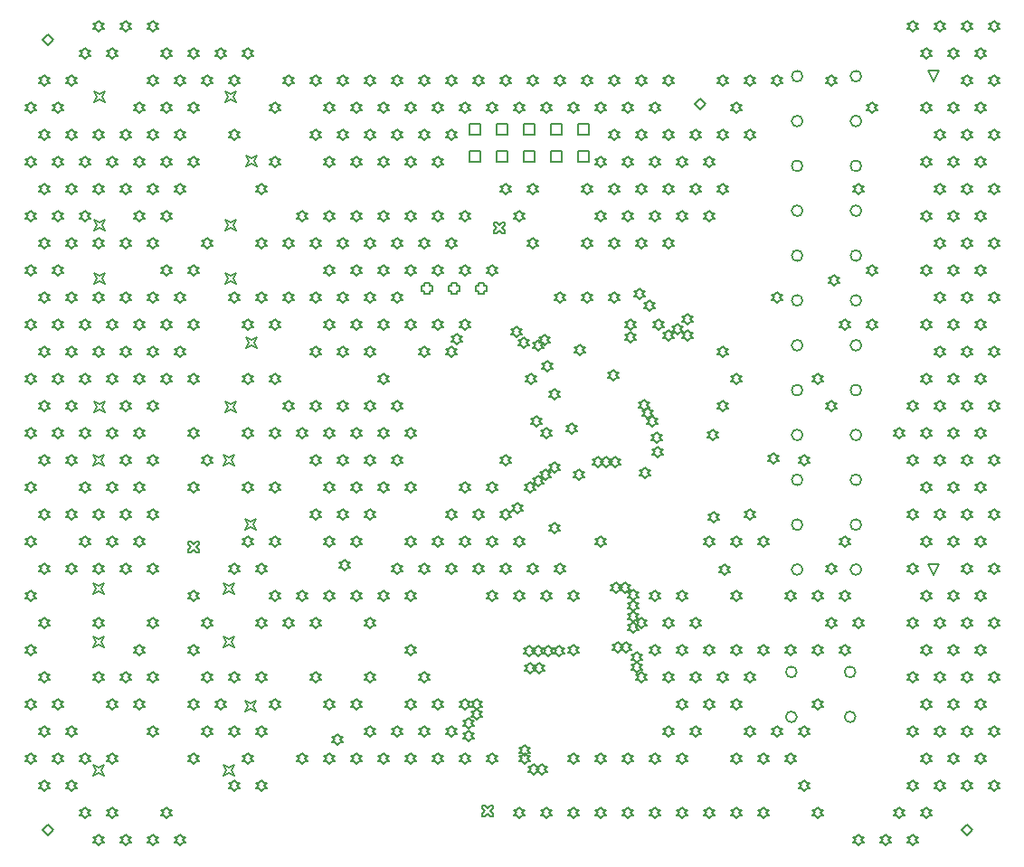
<source format=gbr>
%TF.GenerationSoftware,Altium Limited,Altium Designer,25.3.3 (18)*%
G04 Layer_Color=2752767*
%FSLAX45Y45*%
%MOMM*%
%TF.SameCoordinates,ACD2DE35-000D-4175-8758-006393140AE5*%
%TF.FilePolarity,Positive*%
%TF.FileFunction,Drawing*%
%TF.Part,Single*%
G01*
G75*
%TA.AperFunction,NonConductor*%
%ADD88C,0.12700*%
%ADD89C,0.16933*%
D88*
X13757201Y9909200D02*
Y10010800D01*
X13858800D01*
Y9909200D01*
X13757201D01*
X13503200D02*
Y10010800D01*
X13604800D01*
Y9909200D01*
X13503200D01*
X13249200D02*
Y10010800D01*
X13350800D01*
Y9909200D01*
X13249200D01*
X12995200D02*
Y10010800D01*
X13096800D01*
Y9909200D01*
X12995200D01*
X12741200D02*
Y10010800D01*
X12842799D01*
Y9909200D01*
X12741200D01*
X13757201Y10163200D02*
Y10264800D01*
X13858800D01*
Y10163200D01*
X13757201D01*
X13503200D02*
Y10264800D01*
X13604800D01*
Y10163200D01*
X13503200D01*
X13249200D02*
Y10264800D01*
X13350800D01*
Y10163200D01*
X13249200D01*
X12995200D02*
Y10264800D01*
X13096800D01*
Y10163200D01*
X12995200D01*
X12741200D02*
Y10264800D01*
X12842799D01*
Y10163200D01*
X12741200D01*
X10642498Y6464300D02*
X10667898Y6515100D01*
X10642498Y6565900D01*
X10693298Y6540500D01*
X10744098Y6565900D01*
X10718698Y6515100D01*
X10744098Y6464300D01*
X10693298Y6489700D01*
X10642498Y6464300D01*
X10442499Y7064299D02*
X10467899Y7115099D01*
X10442499Y7165899D01*
X10493299Y7140499D01*
X10544099Y7165899D01*
X10518699Y7115099D01*
X10544099Y7064299D01*
X10493299Y7089699D01*
X10442499Y7064299D01*
Y5864301D02*
X10467899Y5915101D01*
X10442499Y5965901D01*
X10493299Y5940501D01*
X10544099Y5965901D01*
X10518699Y5915101D01*
X10544099Y5864301D01*
X10493299Y5889701D01*
X10442499Y5864301D01*
X9222501D02*
X9247901Y5915101D01*
X9222501Y5965901D01*
X9273301Y5940501D01*
X9324101Y5965901D01*
X9298701Y5915101D01*
X9324101Y5864301D01*
X9273301Y5889701D01*
X9222501Y5864301D01*
Y7064299D02*
X9247901Y7115099D01*
X9222501Y7165899D01*
X9273301Y7140499D01*
X9324101Y7165899D01*
X9298701Y7115099D01*
X9324101Y7064299D01*
X9273301Y7089699D01*
X9222501Y7064299D01*
X17091502Y10660700D02*
X17040703Y10762300D01*
X17142303D01*
X17091502Y10660700D01*
Y6040699D02*
X17040703Y6142299D01*
X17142303D01*
X17091502Y6040699D01*
X10455199Y10467899D02*
X10480599Y10518699D01*
X10455199Y10569499D01*
X10505999Y10544099D01*
X10556799Y10569499D01*
X10531399Y10518699D01*
X10556799Y10467899D01*
X10505999Y10493299D01*
X10455199Y10467899D01*
Y9267901D02*
X10480599Y9318701D01*
X10455199Y9369501D01*
X10505999Y9344101D01*
X10556799Y9369501D01*
X10531399Y9318701D01*
X10556799Y9267901D01*
X10505999Y9293301D01*
X10455199Y9267901D01*
X9235201D02*
X9260601Y9318701D01*
X9235201Y9369501D01*
X9286001Y9344101D01*
X9336801Y9369501D01*
X9311401Y9318701D01*
X9336801Y9267901D01*
X9286001Y9293301D01*
X9235201Y9267901D01*
X10655198Y9867900D02*
X10680598Y9918700D01*
X10655198Y9969500D01*
X10705998Y9944100D01*
X10756798Y9969500D01*
X10731398Y9918700D01*
X10756798Y9867900D01*
X10705998Y9893300D01*
X10655198Y9867900D01*
X9235201Y10467899D02*
X9260601Y10518699D01*
X9235201Y10569499D01*
X9286001Y10544099D01*
X9336801Y10569499D01*
X9311401Y10518699D01*
X9336801Y10467899D01*
X9286001Y10493299D01*
X9235201Y10467899D01*
X9222501Y5362499D02*
X9247901Y5413299D01*
X9222501Y5464099D01*
X9273301Y5438699D01*
X9324101Y5464099D01*
X9298701Y5413299D01*
X9324101Y5362499D01*
X9273301Y5387899D01*
X9222501Y5362499D01*
Y4162501D02*
X9247901Y4213301D01*
X9222501Y4264101D01*
X9273301Y4238701D01*
X9324101Y4264101D01*
X9298701Y4213301D01*
X9324101Y4162501D01*
X9273301Y4187901D01*
X9222501Y4162501D01*
X10442499D02*
X10467899Y4213301D01*
X10442499Y4264101D01*
X10493299Y4238701D01*
X10544099Y4264101D01*
X10518699Y4213301D01*
X10544099Y4162501D01*
X10493299Y4187901D01*
X10442499Y4162501D01*
Y5362499D02*
X10467899Y5413299D01*
X10442499Y5464099D01*
X10493299Y5438699D01*
X10544099Y5464099D01*
X10518699Y5413299D01*
X10544099Y5362499D01*
X10493299Y5387899D01*
X10442499Y5362499D01*
X10642498Y4762500D02*
X10667898Y4813300D01*
X10642498Y4864100D01*
X10693298Y4838700D01*
X10744098Y4864100D01*
X10718698Y4813300D01*
X10744098Y4762500D01*
X10693298Y4787900D01*
X10642498Y4762500D01*
X9235201Y8766099D02*
X9260601Y8816899D01*
X9235201Y8867699D01*
X9286001Y8842299D01*
X9336801Y8867699D01*
X9311401Y8816899D01*
X9336801Y8766099D01*
X9286001Y8791499D01*
X9235201Y8766099D01*
Y7566101D02*
X9260601Y7616901D01*
X9235201Y7667701D01*
X9286001Y7642301D01*
X9336801Y7667701D01*
X9311401Y7616901D01*
X9336801Y7566101D01*
X9286001Y7591501D01*
X9235201Y7566101D01*
X10455199D02*
X10480599Y7616901D01*
X10455199Y7667701D01*
X10505999Y7642301D01*
X10556799Y7667701D01*
X10531399Y7616901D01*
X10556799Y7566101D01*
X10505999Y7591501D01*
X10455199Y7566101D01*
Y8766099D02*
X10480599Y8816899D01*
X10455199Y8867699D01*
X10505999Y8842299D01*
X10556799Y8867699D01*
X10531399Y8816899D01*
X10556799Y8766099D01*
X10505999Y8791499D01*
X10455199Y8766099D01*
X10655198Y8166100D02*
X10680598Y8216900D01*
X10655198Y8267700D01*
X10705998Y8242300D01*
X10756798Y8267700D01*
X10731398Y8216900D01*
X10756798Y8166100D01*
X10705998Y8191500D01*
X10655198Y8166100D01*
X12319000Y8699500D02*
Y8674100D01*
X12369800D01*
Y8699500D01*
X12395200D01*
Y8750300D01*
X12369800D01*
Y8775700D01*
X12319000D01*
Y8750300D01*
X12293600D01*
Y8699500D01*
X12319000D01*
X12573000D02*
Y8674100D01*
X12623800D01*
Y8699500D01*
X12649200D01*
Y8750300D01*
X12623800D01*
Y8775700D01*
X12573000D01*
Y8750300D01*
X12547600D01*
Y8699500D01*
X12573000D01*
X12827000D02*
Y8674100D01*
X12877800D01*
Y8699500D01*
X12903200D01*
Y8750300D01*
X12877800D01*
Y8775700D01*
X12827000D01*
Y8750300D01*
X12801601D01*
Y8699500D01*
X12827000D01*
X12859200Y3779200D02*
X12884599D01*
X12910001Y3804600D01*
X12935400Y3779200D01*
X12960800D01*
Y3804600D01*
X12935400Y3830000D01*
X12960800Y3855400D01*
Y3880800D01*
X12935400D01*
X12910001Y3855400D01*
X12884599Y3880800D01*
X12859200D01*
Y3855400D01*
X12884599Y3830000D01*
X12859200Y3804600D01*
Y3779200D01*
X12740000Y4599200D02*
X12765400Y4624600D01*
X12790800D01*
X12765400Y4650000D01*
X12790800Y4675400D01*
X12765400D01*
X12740000Y4700800D01*
X12714600Y4675400D01*
X12689200D01*
X12714600Y4650000D01*
X12689200Y4624600D01*
X12714600D01*
X12740000Y4599200D01*
Y4479200D02*
X12765400Y4504600D01*
X12790800D01*
X12765400Y4530000D01*
X12790800Y4555400D01*
X12765400D01*
X12740000Y4580800D01*
X12714600Y4555400D01*
X12689200D01*
X12714600Y4530000D01*
X12689200Y4504600D01*
X12714600D01*
X12740000Y4479200D01*
X17653000Y11125200D02*
X17678400Y11150600D01*
X17703799D01*
X17678400Y11176000D01*
X17703799Y11201400D01*
X17678400D01*
X17653000Y11226800D01*
X17627600Y11201400D01*
X17602200D01*
X17627600Y11176000D01*
X17602200Y11150600D01*
X17627600D01*
X17653000Y11125200D01*
X17525999Y10871200D02*
X17551401Y10896600D01*
X17576801D01*
X17551401Y10922000D01*
X17576801Y10947400D01*
X17551401D01*
X17525999Y10972800D01*
X17500600Y10947400D01*
X17475200D01*
X17500600Y10922000D01*
X17475200Y10896600D01*
X17500600D01*
X17525999Y10871200D01*
X17653000Y10617200D02*
X17678400Y10642600D01*
X17703799D01*
X17678400Y10668000D01*
X17703799Y10693400D01*
X17678400D01*
X17653000Y10718800D01*
X17627600Y10693400D01*
X17602200D01*
X17627600Y10668000D01*
X17602200Y10642600D01*
X17627600D01*
X17653000Y10617200D01*
X17525999Y10363200D02*
X17551401Y10388600D01*
X17576801D01*
X17551401Y10414000D01*
X17576801Y10439400D01*
X17551401D01*
X17525999Y10464800D01*
X17500600Y10439400D01*
X17475200D01*
X17500600Y10414000D01*
X17475200Y10388600D01*
X17500600D01*
X17525999Y10363200D01*
X17653000Y10109200D02*
X17678400Y10134600D01*
X17703799D01*
X17678400Y10160000D01*
X17703799Y10185400D01*
X17678400D01*
X17653000Y10210800D01*
X17627600Y10185400D01*
X17602200D01*
X17627600Y10160000D01*
X17602200Y10134600D01*
X17627600D01*
X17653000Y10109200D01*
X17525999Y9855200D02*
X17551401Y9880600D01*
X17576801D01*
X17551401Y9906000D01*
X17576801Y9931400D01*
X17551401D01*
X17525999Y9956800D01*
X17500600Y9931400D01*
X17475200D01*
X17500600Y9906000D01*
X17475200Y9880600D01*
X17500600D01*
X17525999Y9855200D01*
X17653000Y9601200D02*
X17678400Y9626600D01*
X17703799D01*
X17678400Y9652000D01*
X17703799Y9677400D01*
X17678400D01*
X17653000Y9702800D01*
X17627600Y9677400D01*
X17602200D01*
X17627600Y9652000D01*
X17602200Y9626600D01*
X17627600D01*
X17653000Y9601200D01*
X17525999Y9347200D02*
X17551401Y9372600D01*
X17576801D01*
X17551401Y9398000D01*
X17576801Y9423400D01*
X17551401D01*
X17525999Y9448800D01*
X17500600Y9423400D01*
X17475200D01*
X17500600Y9398000D01*
X17475200Y9372600D01*
X17500600D01*
X17525999Y9347200D01*
X17653000Y9093200D02*
X17678400Y9118600D01*
X17703799D01*
X17678400Y9144000D01*
X17703799Y9169400D01*
X17678400D01*
X17653000Y9194800D01*
X17627600Y9169400D01*
X17602200D01*
X17627600Y9144000D01*
X17602200Y9118600D01*
X17627600D01*
X17653000Y9093200D01*
X17525999Y8839200D02*
X17551401Y8864600D01*
X17576801D01*
X17551401Y8890000D01*
X17576801Y8915400D01*
X17551401D01*
X17525999Y8940800D01*
X17500600Y8915400D01*
X17475200D01*
X17500600Y8890000D01*
X17475200Y8864600D01*
X17500600D01*
X17525999Y8839200D01*
X17653000Y8585200D02*
X17678400Y8610600D01*
X17703799D01*
X17678400Y8636000D01*
X17703799Y8661400D01*
X17678400D01*
X17653000Y8686800D01*
X17627600Y8661400D01*
X17602200D01*
X17627600Y8636000D01*
X17602200Y8610600D01*
X17627600D01*
X17653000Y8585200D01*
X17525999Y8331200D02*
X17551401Y8356600D01*
X17576801D01*
X17551401Y8382000D01*
X17576801Y8407400D01*
X17551401D01*
X17525999Y8432800D01*
X17500600Y8407400D01*
X17475200D01*
X17500600Y8382000D01*
X17475200Y8356600D01*
X17500600D01*
X17525999Y8331200D01*
X17653000Y8077200D02*
X17678400Y8102600D01*
X17703799D01*
X17678400Y8128000D01*
X17703799Y8153400D01*
X17678400D01*
X17653000Y8178800D01*
X17627600Y8153400D01*
X17602200D01*
X17627600Y8128000D01*
X17602200Y8102600D01*
X17627600D01*
X17653000Y8077200D01*
X17525999Y7823200D02*
X17551401Y7848600D01*
X17576801D01*
X17551401Y7874000D01*
X17576801Y7899400D01*
X17551401D01*
X17525999Y7924800D01*
X17500600Y7899400D01*
X17475200D01*
X17500600Y7874000D01*
X17475200Y7848600D01*
X17500600D01*
X17525999Y7823200D01*
X17653000Y7569200D02*
X17678400Y7594600D01*
X17703799D01*
X17678400Y7620000D01*
X17703799Y7645400D01*
X17678400D01*
X17653000Y7670800D01*
X17627600Y7645400D01*
X17602200D01*
X17627600Y7620000D01*
X17602200Y7594600D01*
X17627600D01*
X17653000Y7569200D01*
X17525999Y7315200D02*
X17551401Y7340600D01*
X17576801D01*
X17551401Y7366000D01*
X17576801Y7391400D01*
X17551401D01*
X17525999Y7416800D01*
X17500600Y7391400D01*
X17475200D01*
X17500600Y7366000D01*
X17475200Y7340600D01*
X17500600D01*
X17525999Y7315200D01*
X17653000Y7061200D02*
X17678400Y7086600D01*
X17703799D01*
X17678400Y7112000D01*
X17703799Y7137400D01*
X17678400D01*
X17653000Y7162800D01*
X17627600Y7137400D01*
X17602200D01*
X17627600Y7112000D01*
X17602200Y7086600D01*
X17627600D01*
X17653000Y7061200D01*
X17525999Y6807200D02*
X17551401Y6832600D01*
X17576801D01*
X17551401Y6858000D01*
X17576801Y6883400D01*
X17551401D01*
X17525999Y6908800D01*
X17500600Y6883400D01*
X17475200D01*
X17500600Y6858000D01*
X17475200Y6832600D01*
X17500600D01*
X17525999Y6807200D01*
X17653000Y6553200D02*
X17678400Y6578600D01*
X17703799D01*
X17678400Y6604000D01*
X17703799Y6629400D01*
X17678400D01*
X17653000Y6654800D01*
X17627600Y6629400D01*
X17602200D01*
X17627600Y6604000D01*
X17602200Y6578600D01*
X17627600D01*
X17653000Y6553200D01*
X17525999Y6299200D02*
X17551401Y6324600D01*
X17576801D01*
X17551401Y6350000D01*
X17576801Y6375400D01*
X17551401D01*
X17525999Y6400800D01*
X17500600Y6375400D01*
X17475200D01*
X17500600Y6350000D01*
X17475200Y6324600D01*
X17500600D01*
X17525999Y6299200D01*
X17653000Y6045200D02*
X17678400Y6070600D01*
X17703799D01*
X17678400Y6096000D01*
X17703799Y6121400D01*
X17678400D01*
X17653000Y6146800D01*
X17627600Y6121400D01*
X17602200D01*
X17627600Y6096000D01*
X17602200Y6070600D01*
X17627600D01*
X17653000Y6045200D01*
X17525999Y5791200D02*
X17551401Y5816600D01*
X17576801D01*
X17551401Y5842000D01*
X17576801Y5867400D01*
X17551401D01*
X17525999Y5892800D01*
X17500600Y5867400D01*
X17475200D01*
X17500600Y5842000D01*
X17475200Y5816600D01*
X17500600D01*
X17525999Y5791200D01*
X17653000Y5537200D02*
X17678400Y5562600D01*
X17703799D01*
X17678400Y5588000D01*
X17703799Y5613400D01*
X17678400D01*
X17653000Y5638800D01*
X17627600Y5613400D01*
X17602200D01*
X17627600Y5588000D01*
X17602200Y5562600D01*
X17627600D01*
X17653000Y5537200D01*
X17525999Y5283200D02*
X17551401Y5308600D01*
X17576801D01*
X17551401Y5334000D01*
X17576801Y5359400D01*
X17551401D01*
X17525999Y5384800D01*
X17500600Y5359400D01*
X17475200D01*
X17500600Y5334000D01*
X17475200Y5308600D01*
X17500600D01*
X17525999Y5283200D01*
X17653000Y5029200D02*
X17678400Y5054600D01*
X17703799D01*
X17678400Y5080000D01*
X17703799Y5105400D01*
X17678400D01*
X17653000Y5130800D01*
X17627600Y5105400D01*
X17602200D01*
X17627600Y5080000D01*
X17602200Y5054600D01*
X17627600D01*
X17653000Y5029200D01*
X17525999Y4775200D02*
X17551401Y4800600D01*
X17576801D01*
X17551401Y4826000D01*
X17576801Y4851400D01*
X17551401D01*
X17525999Y4876800D01*
X17500600Y4851400D01*
X17475200D01*
X17500600Y4826000D01*
X17475200Y4800600D01*
X17500600D01*
X17525999Y4775200D01*
X17653000Y4521200D02*
X17678400Y4546600D01*
X17703799D01*
X17678400Y4572000D01*
X17703799Y4597400D01*
X17678400D01*
X17653000Y4622800D01*
X17627600Y4597400D01*
X17602200D01*
X17627600Y4572000D01*
X17602200Y4546600D01*
X17627600D01*
X17653000Y4521200D01*
X17525999Y4267200D02*
X17551401Y4292600D01*
X17576801D01*
X17551401Y4318000D01*
X17576801Y4343400D01*
X17551401D01*
X17525999Y4368800D01*
X17500600Y4343400D01*
X17475200D01*
X17500600Y4318000D01*
X17475200Y4292600D01*
X17500600D01*
X17525999Y4267200D01*
X17653000Y4013200D02*
X17678400Y4038600D01*
X17703799D01*
X17678400Y4064000D01*
X17703799Y4089400D01*
X17678400D01*
X17653000Y4114800D01*
X17627600Y4089400D01*
X17602200D01*
X17627600Y4064000D01*
X17602200Y4038600D01*
X17627600D01*
X17653000Y4013200D01*
X17399001Y11125200D02*
X17424400Y11150600D01*
X17449800D01*
X17424400Y11176000D01*
X17449800Y11201400D01*
X17424400D01*
X17399001Y11226800D01*
X17373599Y11201400D01*
X17348199D01*
X17373599Y11176000D01*
X17348199Y11150600D01*
X17373599D01*
X17399001Y11125200D01*
X17272000Y10871200D02*
X17297400Y10896600D01*
X17322800D01*
X17297400Y10922000D01*
X17322800Y10947400D01*
X17297400D01*
X17272000Y10972800D01*
X17246600Y10947400D01*
X17221201D01*
X17246600Y10922000D01*
X17221201Y10896600D01*
X17246600D01*
X17272000Y10871200D01*
X17399001Y10617200D02*
X17424400Y10642600D01*
X17449800D01*
X17424400Y10668000D01*
X17449800Y10693400D01*
X17424400D01*
X17399001Y10718800D01*
X17373599Y10693400D01*
X17348199D01*
X17373599Y10668000D01*
X17348199Y10642600D01*
X17373599D01*
X17399001Y10617200D01*
X17272000Y10363200D02*
X17297400Y10388600D01*
X17322800D01*
X17297400Y10414000D01*
X17322800Y10439400D01*
X17297400D01*
X17272000Y10464800D01*
X17246600Y10439400D01*
X17221201D01*
X17246600Y10414000D01*
X17221201Y10388600D01*
X17246600D01*
X17272000Y10363200D01*
X17399001Y10109200D02*
X17424400Y10134600D01*
X17449800D01*
X17424400Y10160000D01*
X17449800Y10185400D01*
X17424400D01*
X17399001Y10210800D01*
X17373599Y10185400D01*
X17348199D01*
X17373599Y10160000D01*
X17348199Y10134600D01*
X17373599D01*
X17399001Y10109200D01*
X17272000Y9855200D02*
X17297400Y9880600D01*
X17322800D01*
X17297400Y9906000D01*
X17322800Y9931400D01*
X17297400D01*
X17272000Y9956800D01*
X17246600Y9931400D01*
X17221201D01*
X17246600Y9906000D01*
X17221201Y9880600D01*
X17246600D01*
X17272000Y9855200D01*
X17399001Y9601200D02*
X17424400Y9626600D01*
X17449800D01*
X17424400Y9652000D01*
X17449800Y9677400D01*
X17424400D01*
X17399001Y9702800D01*
X17373599Y9677400D01*
X17348199D01*
X17373599Y9652000D01*
X17348199Y9626600D01*
X17373599D01*
X17399001Y9601200D01*
X17272000Y9347200D02*
X17297400Y9372600D01*
X17322800D01*
X17297400Y9398000D01*
X17322800Y9423400D01*
X17297400D01*
X17272000Y9448800D01*
X17246600Y9423400D01*
X17221201D01*
X17246600Y9398000D01*
X17221201Y9372600D01*
X17246600D01*
X17272000Y9347200D01*
X17399001Y9093200D02*
X17424400Y9118600D01*
X17449800D01*
X17424400Y9144000D01*
X17449800Y9169400D01*
X17424400D01*
X17399001Y9194800D01*
X17373599Y9169400D01*
X17348199D01*
X17373599Y9144000D01*
X17348199Y9118600D01*
X17373599D01*
X17399001Y9093200D01*
X17272000Y8839200D02*
X17297400Y8864600D01*
X17322800D01*
X17297400Y8890000D01*
X17322800Y8915400D01*
X17297400D01*
X17272000Y8940800D01*
X17246600Y8915400D01*
X17221201D01*
X17246600Y8890000D01*
X17221201Y8864600D01*
X17246600D01*
X17272000Y8839200D01*
X17399001Y8585200D02*
X17424400Y8610600D01*
X17449800D01*
X17424400Y8636000D01*
X17449800Y8661400D01*
X17424400D01*
X17399001Y8686800D01*
X17373599Y8661400D01*
X17348199D01*
X17373599Y8636000D01*
X17348199Y8610600D01*
X17373599D01*
X17399001Y8585200D01*
X17272000Y8331200D02*
X17297400Y8356600D01*
X17322800D01*
X17297400Y8382000D01*
X17322800Y8407400D01*
X17297400D01*
X17272000Y8432800D01*
X17246600Y8407400D01*
X17221201D01*
X17246600Y8382000D01*
X17221201Y8356600D01*
X17246600D01*
X17272000Y8331200D01*
X17399001Y8077200D02*
X17424400Y8102600D01*
X17449800D01*
X17424400Y8128000D01*
X17449800Y8153400D01*
X17424400D01*
X17399001Y8178800D01*
X17373599Y8153400D01*
X17348199D01*
X17373599Y8128000D01*
X17348199Y8102600D01*
X17373599D01*
X17399001Y8077200D01*
X17272000Y7823200D02*
X17297400Y7848600D01*
X17322800D01*
X17297400Y7874000D01*
X17322800Y7899400D01*
X17297400D01*
X17272000Y7924800D01*
X17246600Y7899400D01*
X17221201D01*
X17246600Y7874000D01*
X17221201Y7848600D01*
X17246600D01*
X17272000Y7823200D01*
X17399001Y7569200D02*
X17424400Y7594600D01*
X17449800D01*
X17424400Y7620000D01*
X17449800Y7645400D01*
X17424400D01*
X17399001Y7670800D01*
X17373599Y7645400D01*
X17348199D01*
X17373599Y7620000D01*
X17348199Y7594600D01*
X17373599D01*
X17399001Y7569200D01*
X17272000Y7315200D02*
X17297400Y7340600D01*
X17322800D01*
X17297400Y7366000D01*
X17322800Y7391400D01*
X17297400D01*
X17272000Y7416800D01*
X17246600Y7391400D01*
X17221201D01*
X17246600Y7366000D01*
X17221201Y7340600D01*
X17246600D01*
X17272000Y7315200D01*
X17399001Y7061200D02*
X17424400Y7086600D01*
X17449800D01*
X17424400Y7112000D01*
X17449800Y7137400D01*
X17424400D01*
X17399001Y7162800D01*
X17373599Y7137400D01*
X17348199D01*
X17373599Y7112000D01*
X17348199Y7086600D01*
X17373599D01*
X17399001Y7061200D01*
X17272000Y6807200D02*
X17297400Y6832600D01*
X17322800D01*
X17297400Y6858000D01*
X17322800Y6883400D01*
X17297400D01*
X17272000Y6908800D01*
X17246600Y6883400D01*
X17221201D01*
X17246600Y6858000D01*
X17221201Y6832600D01*
X17246600D01*
X17272000Y6807200D01*
X17399001Y6553200D02*
X17424400Y6578600D01*
X17449800D01*
X17424400Y6604000D01*
X17449800Y6629400D01*
X17424400D01*
X17399001Y6654800D01*
X17373599Y6629400D01*
X17348199D01*
X17373599Y6604000D01*
X17348199Y6578600D01*
X17373599D01*
X17399001Y6553200D01*
X17272000Y6299200D02*
X17297400Y6324600D01*
X17322800D01*
X17297400Y6350000D01*
X17322800Y6375400D01*
X17297400D01*
X17272000Y6400800D01*
X17246600Y6375400D01*
X17221201D01*
X17246600Y6350000D01*
X17221201Y6324600D01*
X17246600D01*
X17272000Y6299200D01*
X17399001Y6045200D02*
X17424400Y6070600D01*
X17449800D01*
X17424400Y6096000D01*
X17449800Y6121400D01*
X17424400D01*
X17399001Y6146800D01*
X17373599Y6121400D01*
X17348199D01*
X17373599Y6096000D01*
X17348199Y6070600D01*
X17373599D01*
X17399001Y6045200D01*
X17272000Y5791200D02*
X17297400Y5816600D01*
X17322800D01*
X17297400Y5842000D01*
X17322800Y5867400D01*
X17297400D01*
X17272000Y5892800D01*
X17246600Y5867400D01*
X17221201D01*
X17246600Y5842000D01*
X17221201Y5816600D01*
X17246600D01*
X17272000Y5791200D01*
X17399001Y5537200D02*
X17424400Y5562600D01*
X17449800D01*
X17424400Y5588000D01*
X17449800Y5613400D01*
X17424400D01*
X17399001Y5638800D01*
X17373599Y5613400D01*
X17348199D01*
X17373599Y5588000D01*
X17348199Y5562600D01*
X17373599D01*
X17399001Y5537200D01*
X17272000Y5283200D02*
X17297400Y5308600D01*
X17322800D01*
X17297400Y5334000D01*
X17322800Y5359400D01*
X17297400D01*
X17272000Y5384800D01*
X17246600Y5359400D01*
X17221201D01*
X17246600Y5334000D01*
X17221201Y5308600D01*
X17246600D01*
X17272000Y5283200D01*
X17399001Y5029200D02*
X17424400Y5054600D01*
X17449800D01*
X17424400Y5080000D01*
X17449800Y5105400D01*
X17424400D01*
X17399001Y5130800D01*
X17373599Y5105400D01*
X17348199D01*
X17373599Y5080000D01*
X17348199Y5054600D01*
X17373599D01*
X17399001Y5029200D01*
X17272000Y4775200D02*
X17297400Y4800600D01*
X17322800D01*
X17297400Y4826000D01*
X17322800Y4851400D01*
X17297400D01*
X17272000Y4876800D01*
X17246600Y4851400D01*
X17221201D01*
X17246600Y4826000D01*
X17221201Y4800600D01*
X17246600D01*
X17272000Y4775200D01*
X17399001Y4521200D02*
X17424400Y4546600D01*
X17449800D01*
X17424400Y4572000D01*
X17449800Y4597400D01*
X17424400D01*
X17399001Y4622800D01*
X17373599Y4597400D01*
X17348199D01*
X17373599Y4572000D01*
X17348199Y4546600D01*
X17373599D01*
X17399001Y4521200D01*
X17272000Y4267200D02*
X17297400Y4292600D01*
X17322800D01*
X17297400Y4318000D01*
X17322800Y4343400D01*
X17297400D01*
X17272000Y4368800D01*
X17246600Y4343400D01*
X17221201D01*
X17246600Y4318000D01*
X17221201Y4292600D01*
X17246600D01*
X17272000Y4267200D01*
X17399001Y4013200D02*
X17424400Y4038600D01*
X17449800D01*
X17424400Y4064000D01*
X17449800Y4089400D01*
X17424400D01*
X17399001Y4114800D01*
X17373599Y4089400D01*
X17348199D01*
X17373599Y4064000D01*
X17348199Y4038600D01*
X17373599D01*
X17399001Y4013200D01*
X17145000Y11125200D02*
X17170399Y11150600D01*
X17195799D01*
X17170399Y11176000D01*
X17195799Y11201400D01*
X17170399D01*
X17145000Y11226800D01*
X17119600Y11201400D01*
X17094200D01*
X17119600Y11176000D01*
X17094200Y11150600D01*
X17119600D01*
X17145000Y11125200D01*
X17017999Y10871200D02*
X17043401Y10896600D01*
X17068800D01*
X17043401Y10922000D01*
X17068800Y10947400D01*
X17043401D01*
X17017999Y10972800D01*
X16992599Y10947400D01*
X16967200D01*
X16992599Y10922000D01*
X16967200Y10896600D01*
X16992599D01*
X17017999Y10871200D01*
Y10363200D02*
X17043401Y10388600D01*
X17068800D01*
X17043401Y10414000D01*
X17068800Y10439400D01*
X17043401D01*
X17017999Y10464800D01*
X16992599Y10439400D01*
X16967200D01*
X16992599Y10414000D01*
X16967200Y10388600D01*
X16992599D01*
X17017999Y10363200D01*
X17145000Y10109200D02*
X17170399Y10134600D01*
X17195799D01*
X17170399Y10160000D01*
X17195799Y10185400D01*
X17170399D01*
X17145000Y10210800D01*
X17119600Y10185400D01*
X17094200D01*
X17119600Y10160000D01*
X17094200Y10134600D01*
X17119600D01*
X17145000Y10109200D01*
X17017999Y9855200D02*
X17043401Y9880600D01*
X17068800D01*
X17043401Y9906000D01*
X17068800Y9931400D01*
X17043401D01*
X17017999Y9956800D01*
X16992599Y9931400D01*
X16967200D01*
X16992599Y9906000D01*
X16967200Y9880600D01*
X16992599D01*
X17017999Y9855200D01*
X17145000Y9601200D02*
X17170399Y9626600D01*
X17195799D01*
X17170399Y9652000D01*
X17195799Y9677400D01*
X17170399D01*
X17145000Y9702800D01*
X17119600Y9677400D01*
X17094200D01*
X17119600Y9652000D01*
X17094200Y9626600D01*
X17119600D01*
X17145000Y9601200D01*
X17017999Y9347200D02*
X17043401Y9372600D01*
X17068800D01*
X17043401Y9398000D01*
X17068800Y9423400D01*
X17043401D01*
X17017999Y9448800D01*
X16992599Y9423400D01*
X16967200D01*
X16992599Y9398000D01*
X16967200Y9372600D01*
X16992599D01*
X17017999Y9347200D01*
X17145000Y9093200D02*
X17170399Y9118600D01*
X17195799D01*
X17170399Y9144000D01*
X17195799Y9169400D01*
X17170399D01*
X17145000Y9194800D01*
X17119600Y9169400D01*
X17094200D01*
X17119600Y9144000D01*
X17094200Y9118600D01*
X17119600D01*
X17145000Y9093200D01*
X17017999Y8839200D02*
X17043401Y8864600D01*
X17068800D01*
X17043401Y8890000D01*
X17068800Y8915400D01*
X17043401D01*
X17017999Y8940800D01*
X16992599Y8915400D01*
X16967200D01*
X16992599Y8890000D01*
X16967200Y8864600D01*
X16992599D01*
X17017999Y8839200D01*
X17145000Y8585200D02*
X17170399Y8610600D01*
X17195799D01*
X17170399Y8636000D01*
X17195799Y8661400D01*
X17170399D01*
X17145000Y8686800D01*
X17119600Y8661400D01*
X17094200D01*
X17119600Y8636000D01*
X17094200Y8610600D01*
X17119600D01*
X17145000Y8585200D01*
X17017999Y8331200D02*
X17043401Y8356600D01*
X17068800D01*
X17043401Y8382000D01*
X17068800Y8407400D01*
X17043401D01*
X17017999Y8432800D01*
X16992599Y8407400D01*
X16967200D01*
X16992599Y8382000D01*
X16967200Y8356600D01*
X16992599D01*
X17017999Y8331200D01*
X17145000Y8077200D02*
X17170399Y8102600D01*
X17195799D01*
X17170399Y8128000D01*
X17195799Y8153400D01*
X17170399D01*
X17145000Y8178800D01*
X17119600Y8153400D01*
X17094200D01*
X17119600Y8128000D01*
X17094200Y8102600D01*
X17119600D01*
X17145000Y8077200D01*
X17017999Y7823200D02*
X17043401Y7848600D01*
X17068800D01*
X17043401Y7874000D01*
X17068800Y7899400D01*
X17043401D01*
X17017999Y7924800D01*
X16992599Y7899400D01*
X16967200D01*
X16992599Y7874000D01*
X16967200Y7848600D01*
X16992599D01*
X17017999Y7823200D01*
X17145000Y7569200D02*
X17170399Y7594600D01*
X17195799D01*
X17170399Y7620000D01*
X17195799Y7645400D01*
X17170399D01*
X17145000Y7670800D01*
X17119600Y7645400D01*
X17094200D01*
X17119600Y7620000D01*
X17094200Y7594600D01*
X17119600D01*
X17145000Y7569200D01*
X17017999Y7315200D02*
X17043401Y7340600D01*
X17068800D01*
X17043401Y7366000D01*
X17068800Y7391400D01*
X17043401D01*
X17017999Y7416800D01*
X16992599Y7391400D01*
X16967200D01*
X16992599Y7366000D01*
X16967200Y7340600D01*
X16992599D01*
X17017999Y7315200D01*
X17145000Y7061200D02*
X17170399Y7086600D01*
X17195799D01*
X17170399Y7112000D01*
X17195799Y7137400D01*
X17170399D01*
X17145000Y7162800D01*
X17119600Y7137400D01*
X17094200D01*
X17119600Y7112000D01*
X17094200Y7086600D01*
X17119600D01*
X17145000Y7061200D01*
X17017999Y6807200D02*
X17043401Y6832600D01*
X17068800D01*
X17043401Y6858000D01*
X17068800Y6883400D01*
X17043401D01*
X17017999Y6908800D01*
X16992599Y6883400D01*
X16967200D01*
X16992599Y6858000D01*
X16967200Y6832600D01*
X16992599D01*
X17017999Y6807200D01*
X17145000Y6553200D02*
X17170399Y6578600D01*
X17195799D01*
X17170399Y6604000D01*
X17195799Y6629400D01*
X17170399D01*
X17145000Y6654800D01*
X17119600Y6629400D01*
X17094200D01*
X17119600Y6604000D01*
X17094200Y6578600D01*
X17119600D01*
X17145000Y6553200D01*
X17017999Y6299200D02*
X17043401Y6324600D01*
X17068800D01*
X17043401Y6350000D01*
X17068800Y6375400D01*
X17043401D01*
X17017999Y6400800D01*
X16992599Y6375400D01*
X16967200D01*
X16992599Y6350000D01*
X16967200Y6324600D01*
X16992599D01*
X17017999Y6299200D01*
Y5791200D02*
X17043401Y5816600D01*
X17068800D01*
X17043401Y5842000D01*
X17068800Y5867400D01*
X17043401D01*
X17017999Y5892800D01*
X16992599Y5867400D01*
X16967200D01*
X16992599Y5842000D01*
X16967200Y5816600D01*
X16992599D01*
X17017999Y5791200D01*
X17145000Y5537200D02*
X17170399Y5562600D01*
X17195799D01*
X17170399Y5588000D01*
X17195799Y5613400D01*
X17170399D01*
X17145000Y5638800D01*
X17119600Y5613400D01*
X17094200D01*
X17119600Y5588000D01*
X17094200Y5562600D01*
X17119600D01*
X17145000Y5537200D01*
X17017999Y5283200D02*
X17043401Y5308600D01*
X17068800D01*
X17043401Y5334000D01*
X17068800Y5359400D01*
X17043401D01*
X17017999Y5384800D01*
X16992599Y5359400D01*
X16967200D01*
X16992599Y5334000D01*
X16967200Y5308600D01*
X16992599D01*
X17017999Y5283200D01*
X17145000Y5029200D02*
X17170399Y5054600D01*
X17195799D01*
X17170399Y5080000D01*
X17195799Y5105400D01*
X17170399D01*
X17145000Y5130800D01*
X17119600Y5105400D01*
X17094200D01*
X17119600Y5080000D01*
X17094200Y5054600D01*
X17119600D01*
X17145000Y5029200D01*
X17017999Y4775200D02*
X17043401Y4800600D01*
X17068800D01*
X17043401Y4826000D01*
X17068800Y4851400D01*
X17043401D01*
X17017999Y4876800D01*
X16992599Y4851400D01*
X16967200D01*
X16992599Y4826000D01*
X16967200Y4800600D01*
X16992599D01*
X17017999Y4775200D01*
X17145000Y4521200D02*
X17170399Y4546600D01*
X17195799D01*
X17170399Y4572000D01*
X17195799Y4597400D01*
X17170399D01*
X17145000Y4622800D01*
X17119600Y4597400D01*
X17094200D01*
X17119600Y4572000D01*
X17094200Y4546600D01*
X17119600D01*
X17145000Y4521200D01*
X17017999Y4267200D02*
X17043401Y4292600D01*
X17068800D01*
X17043401Y4318000D01*
X17068800Y4343400D01*
X17043401D01*
X17017999Y4368800D01*
X16992599Y4343400D01*
X16967200D01*
X16992599Y4318000D01*
X16967200Y4292600D01*
X16992599D01*
X17017999Y4267200D01*
X17145000Y4013200D02*
X17170399Y4038600D01*
X17195799D01*
X17170399Y4064000D01*
X17195799Y4089400D01*
X17170399D01*
X17145000Y4114800D01*
X17119600Y4089400D01*
X17094200D01*
X17119600Y4064000D01*
X17094200Y4038600D01*
X17119600D01*
X17145000Y4013200D01*
X17017999Y3759200D02*
X17043401Y3784600D01*
X17068800D01*
X17043401Y3810000D01*
X17068800Y3835400D01*
X17043401D01*
X17017999Y3860800D01*
X16992599Y3835400D01*
X16967200D01*
X16992599Y3810000D01*
X16967200Y3784600D01*
X16992599D01*
X17017999Y3759200D01*
X16891000Y11125200D02*
X16916400Y11150600D01*
X16941800D01*
X16916400Y11176000D01*
X16941800Y11201400D01*
X16916400D01*
X16891000Y11226800D01*
X16865601Y11201400D01*
X16840199D01*
X16865601Y11176000D01*
X16840199Y11150600D01*
X16865601D01*
X16891000Y11125200D01*
Y7569200D02*
X16916400Y7594600D01*
X16941800D01*
X16916400Y7620000D01*
X16941800Y7645400D01*
X16916400D01*
X16891000Y7670800D01*
X16865601Y7645400D01*
X16840199D01*
X16865601Y7620000D01*
X16840199Y7594600D01*
X16865601D01*
X16891000Y7569200D01*
X16764000Y7315200D02*
X16789400Y7340600D01*
X16814799D01*
X16789400Y7366000D01*
X16814799Y7391400D01*
X16789400D01*
X16764000Y7416800D01*
X16738600Y7391400D01*
X16713200D01*
X16738600Y7366000D01*
X16713200Y7340600D01*
X16738600D01*
X16764000Y7315200D01*
X16891000Y7061200D02*
X16916400Y7086600D01*
X16941800D01*
X16916400Y7112000D01*
X16941800Y7137400D01*
X16916400D01*
X16891000Y7162800D01*
X16865601Y7137400D01*
X16840199D01*
X16865601Y7112000D01*
X16840199Y7086600D01*
X16865601D01*
X16891000Y7061200D01*
Y6553200D02*
X16916400Y6578600D01*
X16941800D01*
X16916400Y6604000D01*
X16941800Y6629400D01*
X16916400D01*
X16891000Y6654800D01*
X16865601Y6629400D01*
X16840199D01*
X16865601Y6604000D01*
X16840199Y6578600D01*
X16865601D01*
X16891000Y6553200D01*
Y6045200D02*
X16916400Y6070600D01*
X16941800D01*
X16916400Y6096000D01*
X16941800Y6121400D01*
X16916400D01*
X16891000Y6146800D01*
X16865601Y6121400D01*
X16840199D01*
X16865601Y6096000D01*
X16840199Y6070600D01*
X16865601D01*
X16891000Y6045200D01*
Y5537200D02*
X16916400Y5562600D01*
X16941800D01*
X16916400Y5588000D01*
X16941800Y5613400D01*
X16916400D01*
X16891000Y5638800D01*
X16865601Y5613400D01*
X16840199D01*
X16865601Y5588000D01*
X16840199Y5562600D01*
X16865601D01*
X16891000Y5537200D01*
Y5029200D02*
X16916400Y5054600D01*
X16941800D01*
X16916400Y5080000D01*
X16941800Y5105400D01*
X16916400D01*
X16891000Y5130800D01*
X16865601Y5105400D01*
X16840199D01*
X16865601Y5080000D01*
X16840199Y5054600D01*
X16865601D01*
X16891000Y5029200D01*
Y4521200D02*
X16916400Y4546600D01*
X16941800D01*
X16916400Y4572000D01*
X16941800Y4597400D01*
X16916400D01*
X16891000Y4622800D01*
X16865601Y4597400D01*
X16840199D01*
X16865601Y4572000D01*
X16840199Y4546600D01*
X16865601D01*
X16891000Y4521200D01*
Y4013200D02*
X16916400Y4038600D01*
X16941800D01*
X16916400Y4064000D01*
X16941800Y4089400D01*
X16916400D01*
X16891000Y4114800D01*
X16865601Y4089400D01*
X16840199D01*
X16865601Y4064000D01*
X16840199Y4038600D01*
X16865601D01*
X16891000Y4013200D01*
X16764000Y3759200D02*
X16789400Y3784600D01*
X16814799D01*
X16789400Y3810000D01*
X16814799Y3835400D01*
X16789400D01*
X16764000Y3860800D01*
X16738600Y3835400D01*
X16713200D01*
X16738600Y3810000D01*
X16713200Y3784600D01*
X16738600D01*
X16764000Y3759200D01*
X16891000Y3505200D02*
X16916400Y3530600D01*
X16941800D01*
X16916400Y3556000D01*
X16941800Y3581400D01*
X16916400D01*
X16891000Y3606800D01*
X16865601Y3581400D01*
X16840199D01*
X16865601Y3556000D01*
X16840199Y3530600D01*
X16865601D01*
X16891000Y3505200D01*
X16510001Y10363200D02*
X16535400Y10388600D01*
X16560800D01*
X16535400Y10414000D01*
X16560800Y10439400D01*
X16535400D01*
X16510001Y10464800D01*
X16484599Y10439400D01*
X16459200D01*
X16484599Y10414000D01*
X16459200Y10388600D01*
X16484599D01*
X16510001Y10363200D01*
Y8839200D02*
X16535400Y8864600D01*
X16560800D01*
X16535400Y8890000D01*
X16560800Y8915400D01*
X16535400D01*
X16510001Y8940800D01*
X16484599Y8915400D01*
X16459200D01*
X16484599Y8890000D01*
X16459200Y8864600D01*
X16484599D01*
X16510001Y8839200D01*
Y8331200D02*
X16535400Y8356600D01*
X16560800D01*
X16535400Y8382000D01*
X16560800Y8407400D01*
X16535400D01*
X16510001Y8432800D01*
X16484599Y8407400D01*
X16459200D01*
X16484599Y8382000D01*
X16459200Y8356600D01*
X16484599D01*
X16510001Y8331200D01*
X16637000Y3505200D02*
X16662399Y3530600D01*
X16687801D01*
X16662399Y3556000D01*
X16687801Y3581400D01*
X16662399D01*
X16637000Y3606800D01*
X16611600Y3581400D01*
X16586200D01*
X16611600Y3556000D01*
X16586200Y3530600D01*
X16611600D01*
X16637000Y3505200D01*
X16383000Y9601200D02*
X16408400Y9626600D01*
X16433800D01*
X16408400Y9652000D01*
X16433800Y9677400D01*
X16408400D01*
X16383000Y9702800D01*
X16357600Y9677400D01*
X16332201D01*
X16357600Y9652000D01*
X16332201Y9626600D01*
X16357600D01*
X16383000Y9601200D01*
X16256000Y8331200D02*
X16281400Y8356600D01*
X16306799D01*
X16281400Y8382000D01*
X16306799Y8407400D01*
X16281400D01*
X16256000Y8432800D01*
X16230600Y8407400D01*
X16205200D01*
X16230600Y8382000D01*
X16205200Y8356600D01*
X16230600D01*
X16256000Y8331200D01*
Y6299200D02*
X16281400Y6324600D01*
X16306799D01*
X16281400Y6350000D01*
X16306799Y6375400D01*
X16281400D01*
X16256000Y6400800D01*
X16230600Y6375400D01*
X16205200D01*
X16230600Y6350000D01*
X16205200Y6324600D01*
X16230600D01*
X16256000Y6299200D01*
Y5791200D02*
X16281400Y5816600D01*
X16306799D01*
X16281400Y5842000D01*
X16306799Y5867400D01*
X16281400D01*
X16256000Y5892800D01*
X16230600Y5867400D01*
X16205200D01*
X16230600Y5842000D01*
X16205200Y5816600D01*
X16230600D01*
X16256000Y5791200D01*
X16383000Y5537200D02*
X16408400Y5562600D01*
X16433800D01*
X16408400Y5588000D01*
X16433800Y5613400D01*
X16408400D01*
X16383000Y5638800D01*
X16357600Y5613400D01*
X16332201D01*
X16357600Y5588000D01*
X16332201Y5562600D01*
X16357600D01*
X16383000Y5537200D01*
X16256000Y5283200D02*
X16281400Y5308600D01*
X16306799D01*
X16281400Y5334000D01*
X16306799Y5359400D01*
X16281400D01*
X16256000Y5384800D01*
X16230600Y5359400D01*
X16205200D01*
X16230600Y5334000D01*
X16205200Y5308600D01*
X16230600D01*
X16256000Y5283200D01*
X16383000Y3505200D02*
X16408400Y3530600D01*
X16433800D01*
X16408400Y3556000D01*
X16433800Y3581400D01*
X16408400D01*
X16383000Y3606800D01*
X16357600Y3581400D01*
X16332201D01*
X16357600Y3556000D01*
X16332201Y3530600D01*
X16357600D01*
X16383000Y3505200D01*
X16128999Y10617200D02*
X16154401Y10642600D01*
X16179800D01*
X16154401Y10668000D01*
X16179800Y10693400D01*
X16154401D01*
X16128999Y10718800D01*
X16103600Y10693400D01*
X16078200D01*
X16103600Y10668000D01*
X16078200Y10642600D01*
X16103600D01*
X16128999Y10617200D01*
X16002000Y7823200D02*
X16027400Y7848600D01*
X16052800D01*
X16027400Y7874000D01*
X16052800Y7899400D01*
X16027400D01*
X16002000Y7924800D01*
X15976601Y7899400D01*
X15951199D01*
X15976601Y7874000D01*
X15951199Y7848600D01*
X15976601D01*
X16002000Y7823200D01*
X16128999Y7569200D02*
X16154401Y7594600D01*
X16179800D01*
X16154401Y7620000D01*
X16179800Y7645400D01*
X16154401D01*
X16128999Y7670800D01*
X16103600Y7645400D01*
X16078200D01*
X16103600Y7620000D01*
X16078200Y7594600D01*
X16103600D01*
X16128999Y7569200D01*
Y6045200D02*
X16154401Y6070600D01*
X16179800D01*
X16154401Y6096000D01*
X16179800Y6121400D01*
X16154401D01*
X16128999Y6146800D01*
X16103600Y6121400D01*
X16078200D01*
X16103600Y6096000D01*
X16078200Y6070600D01*
X16103600D01*
X16128999Y6045200D01*
X16002000Y5791200D02*
X16027400Y5816600D01*
X16052800D01*
X16027400Y5842000D01*
X16052800Y5867400D01*
X16027400D01*
X16002000Y5892800D01*
X15976601Y5867400D01*
X15951199D01*
X15976601Y5842000D01*
X15951199Y5816600D01*
X15976601D01*
X16002000Y5791200D01*
X16128999Y5537200D02*
X16154401Y5562600D01*
X16179800D01*
X16154401Y5588000D01*
X16179800Y5613400D01*
X16154401D01*
X16128999Y5638800D01*
X16103600Y5613400D01*
X16078200D01*
X16103600Y5588000D01*
X16078200Y5562600D01*
X16103600D01*
X16128999Y5537200D01*
X16002000Y5283200D02*
X16027400Y5308600D01*
X16052800D01*
X16027400Y5334000D01*
X16052800Y5359400D01*
X16027400D01*
X16002000Y5384800D01*
X15976601Y5359400D01*
X15951199D01*
X15976601Y5334000D01*
X15951199Y5308600D01*
X15976601D01*
X16002000Y5283200D01*
Y4775200D02*
X16027400Y4800600D01*
X16052800D01*
X16027400Y4826000D01*
X16052800Y4851400D01*
X16027400D01*
X16002000Y4876800D01*
X15976601Y4851400D01*
X15951199D01*
X15976601Y4826000D01*
X15951199Y4800600D01*
X15976601D01*
X16002000Y4775200D01*
Y3759200D02*
X16027400Y3784600D01*
X16052800D01*
X16027400Y3810000D01*
X16052800Y3835400D01*
X16027400D01*
X16002000Y3860800D01*
X15976601Y3835400D01*
X15951199D01*
X15976601Y3810000D01*
X15951199Y3784600D01*
X15976601D01*
X16002000Y3759200D01*
X15875000Y7061200D02*
X15900400Y7086600D01*
X15925800D01*
X15900400Y7112000D01*
X15925800Y7137400D01*
X15900400D01*
X15875000Y7162800D01*
X15849600Y7137400D01*
X15824200D01*
X15849600Y7112000D01*
X15824200Y7086600D01*
X15849600D01*
X15875000Y7061200D01*
X15748000Y5791200D02*
X15773399Y5816600D01*
X15798801D01*
X15773399Y5842000D01*
X15798801Y5867400D01*
X15773399D01*
X15748000Y5892800D01*
X15722600Y5867400D01*
X15697200D01*
X15722600Y5842000D01*
X15697200Y5816600D01*
X15722600D01*
X15748000Y5791200D01*
Y5283200D02*
X15773399Y5308600D01*
X15798801D01*
X15773399Y5334000D01*
X15798801Y5359400D01*
X15773399D01*
X15748000Y5384800D01*
X15722600Y5359400D01*
X15697200D01*
X15722600Y5334000D01*
X15697200Y5308600D01*
X15722600D01*
X15748000Y5283200D01*
X15875000Y4521200D02*
X15900400Y4546600D01*
X15925800D01*
X15900400Y4572000D01*
X15925800Y4597400D01*
X15900400D01*
X15875000Y4622800D01*
X15849600Y4597400D01*
X15824200D01*
X15849600Y4572000D01*
X15824200Y4546600D01*
X15849600D01*
X15875000Y4521200D01*
X15748000Y4267200D02*
X15773399Y4292600D01*
X15798801D01*
X15773399Y4318000D01*
X15798801Y4343400D01*
X15773399D01*
X15748000Y4368800D01*
X15722600Y4343400D01*
X15697200D01*
X15722600Y4318000D01*
X15697200Y4292600D01*
X15722600D01*
X15748000Y4267200D01*
X15875000Y4013200D02*
X15900400Y4038600D01*
X15925800D01*
X15900400Y4064000D01*
X15925800Y4089400D01*
X15900400D01*
X15875000Y4114800D01*
X15849600Y4089400D01*
X15824200D01*
X15849600Y4064000D01*
X15824200Y4038600D01*
X15849600D01*
X15875000Y4013200D01*
X15621001Y10617200D02*
X15646400Y10642600D01*
X15671800D01*
X15646400Y10668000D01*
X15671800Y10693400D01*
X15646400D01*
X15621001Y10718800D01*
X15595599Y10693400D01*
X15570200D01*
X15595599Y10668000D01*
X15570200Y10642600D01*
X15595599D01*
X15621001Y10617200D01*
Y8585200D02*
X15646400Y8610600D01*
X15671800D01*
X15646400Y8636000D01*
X15671800Y8661400D01*
X15646400D01*
X15621001Y8686800D01*
X15595599Y8661400D01*
X15570200D01*
X15595599Y8636000D01*
X15570200Y8610600D01*
X15595599D01*
X15621001Y8585200D01*
X15494000Y6299200D02*
X15519400Y6324600D01*
X15544800D01*
X15519400Y6350000D01*
X15544800Y6375400D01*
X15519400D01*
X15494000Y6400800D01*
X15468600Y6375400D01*
X15443201D01*
X15468600Y6350000D01*
X15443201Y6324600D01*
X15468600D01*
X15494000Y6299200D01*
Y5283200D02*
X15519400Y5308600D01*
X15544800D01*
X15519400Y5334000D01*
X15544800Y5359400D01*
X15519400D01*
X15494000Y5384800D01*
X15468600Y5359400D01*
X15443201D01*
X15468600Y5334000D01*
X15443201Y5308600D01*
X15468600D01*
X15494000Y5283200D01*
X15621001Y4521200D02*
X15646400Y4546600D01*
X15671800D01*
X15646400Y4572000D01*
X15671800Y4597400D01*
X15646400D01*
X15621001Y4622800D01*
X15595599Y4597400D01*
X15570200D01*
X15595599Y4572000D01*
X15570200Y4546600D01*
X15595599D01*
X15621001Y4521200D01*
X15494000Y4267200D02*
X15519400Y4292600D01*
X15544800D01*
X15519400Y4318000D01*
X15544800Y4343400D01*
X15519400D01*
X15494000Y4368800D01*
X15468600Y4343400D01*
X15443201D01*
X15468600Y4318000D01*
X15443201Y4292600D01*
X15468600D01*
X15494000Y4267200D01*
Y3759200D02*
X15519400Y3784600D01*
X15544800D01*
X15519400Y3810000D01*
X15544800Y3835400D01*
X15519400D01*
X15494000Y3860800D01*
X15468600Y3835400D01*
X15443201D01*
X15468600Y3810000D01*
X15443201Y3784600D01*
X15468600D01*
X15494000Y3759200D01*
X15367000Y10617200D02*
X15392400Y10642600D01*
X15417799D01*
X15392400Y10668000D01*
X15417799Y10693400D01*
X15392400D01*
X15367000Y10718800D01*
X15341600Y10693400D01*
X15316200D01*
X15341600Y10668000D01*
X15316200Y10642600D01*
X15341600D01*
X15367000Y10617200D01*
X15239999Y10363200D02*
X15265401Y10388600D01*
X15290800D01*
X15265401Y10414000D01*
X15290800Y10439400D01*
X15265401D01*
X15239999Y10464800D01*
X15214600Y10439400D01*
X15189200D01*
X15214600Y10414000D01*
X15189200Y10388600D01*
X15214600D01*
X15239999Y10363200D01*
X15367000Y10109200D02*
X15392400Y10134600D01*
X15417799D01*
X15392400Y10160000D01*
X15417799Y10185400D01*
X15392400D01*
X15367000Y10210800D01*
X15341600Y10185400D01*
X15316200D01*
X15341600Y10160000D01*
X15316200Y10134600D01*
X15341600D01*
X15367000Y10109200D01*
X15239999Y7823200D02*
X15265401Y7848600D01*
X15290800D01*
X15265401Y7874000D01*
X15290800Y7899400D01*
X15265401D01*
X15239999Y7924800D01*
X15214600Y7899400D01*
X15189200D01*
X15214600Y7874000D01*
X15189200Y7848600D01*
X15214600D01*
X15239999Y7823200D01*
X15367000Y6553200D02*
X15392400Y6578600D01*
X15417799D01*
X15392400Y6604000D01*
X15417799Y6629400D01*
X15392400D01*
X15367000Y6654800D01*
X15341600Y6629400D01*
X15316200D01*
X15341600Y6604000D01*
X15316200Y6578600D01*
X15341600D01*
X15367000Y6553200D01*
X15239999Y6299200D02*
X15265401Y6324600D01*
X15290800D01*
X15265401Y6350000D01*
X15290800Y6375400D01*
X15265401D01*
X15239999Y6400800D01*
X15214600Y6375400D01*
X15189200D01*
X15214600Y6350000D01*
X15189200Y6324600D01*
X15214600D01*
X15239999Y6299200D01*
Y5791200D02*
X15265401Y5816600D01*
X15290800D01*
X15265401Y5842000D01*
X15290800Y5867400D01*
X15265401D01*
X15239999Y5892800D01*
X15214600Y5867400D01*
X15189200D01*
X15214600Y5842000D01*
X15189200Y5816600D01*
X15214600D01*
X15239999Y5791200D01*
Y5283200D02*
X15265401Y5308600D01*
X15290800D01*
X15265401Y5334000D01*
X15290800Y5359400D01*
X15265401D01*
X15239999Y5384800D01*
X15214600Y5359400D01*
X15189200D01*
X15214600Y5334000D01*
X15189200Y5308600D01*
X15214600D01*
X15239999Y5283200D01*
X15367000Y5029200D02*
X15392400Y5054600D01*
X15417799D01*
X15392400Y5080000D01*
X15417799Y5105400D01*
X15392400D01*
X15367000Y5130800D01*
X15341600Y5105400D01*
X15316200D01*
X15341600Y5080000D01*
X15316200Y5054600D01*
X15341600D01*
X15367000Y5029200D01*
X15239999Y4775200D02*
X15265401Y4800600D01*
X15290800D01*
X15265401Y4826000D01*
X15290800Y4851400D01*
X15265401D01*
X15239999Y4876800D01*
X15214600Y4851400D01*
X15189200D01*
X15214600Y4826000D01*
X15189200Y4800600D01*
X15214600D01*
X15239999Y4775200D01*
X15367000Y4521200D02*
X15392400Y4546600D01*
X15417799D01*
X15392400Y4572000D01*
X15417799Y4597400D01*
X15392400D01*
X15367000Y4622800D01*
X15341600Y4597400D01*
X15316200D01*
X15341600Y4572000D01*
X15316200Y4546600D01*
X15341600D01*
X15367000Y4521200D01*
X15239999Y4267200D02*
X15265401Y4292600D01*
X15290800D01*
X15265401Y4318000D01*
X15290800Y4343400D01*
X15265401D01*
X15239999Y4368800D01*
X15214600Y4343400D01*
X15189200D01*
X15214600Y4318000D01*
X15189200Y4292600D01*
X15214600D01*
X15239999Y4267200D01*
Y3759200D02*
X15265401Y3784600D01*
X15290800D01*
X15265401Y3810000D01*
X15290800Y3835400D01*
X15265401D01*
X15239999Y3860800D01*
X15214600Y3835400D01*
X15189200D01*
X15214600Y3810000D01*
X15189200Y3784600D01*
X15214600D01*
X15239999Y3759200D01*
X15113000Y10617200D02*
X15138400Y10642600D01*
X15163800D01*
X15138400Y10668000D01*
X15163800Y10693400D01*
X15138400D01*
X15113000Y10718800D01*
X15087601Y10693400D01*
X15062199D01*
X15087601Y10668000D01*
X15062199Y10642600D01*
X15087601D01*
X15113000Y10617200D01*
Y10109200D02*
X15138400Y10134600D01*
X15163800D01*
X15138400Y10160000D01*
X15163800Y10185400D01*
X15138400D01*
X15113000Y10210800D01*
X15087601Y10185400D01*
X15062199D01*
X15087601Y10160000D01*
X15062199Y10134600D01*
X15087601D01*
X15113000Y10109200D01*
X14986000Y9855200D02*
X15011400Y9880600D01*
X15036800D01*
X15011400Y9906000D01*
X15036800Y9931400D01*
X15011400D01*
X14986000Y9956800D01*
X14960600Y9931400D01*
X14935201D01*
X14960600Y9906000D01*
X14935201Y9880600D01*
X14960600D01*
X14986000Y9855200D01*
X15113000Y9601200D02*
X15138400Y9626600D01*
X15163800D01*
X15138400Y9652000D01*
X15163800Y9677400D01*
X15138400D01*
X15113000Y9702800D01*
X15087601Y9677400D01*
X15062199D01*
X15087601Y9652000D01*
X15062199Y9626600D01*
X15087601D01*
X15113000Y9601200D01*
X14986000Y9347200D02*
X15011400Y9372600D01*
X15036800D01*
X15011400Y9398000D01*
X15036800Y9423400D01*
X15011400D01*
X14986000Y9448800D01*
X14960600Y9423400D01*
X14935201D01*
X14960600Y9398000D01*
X14935201Y9372600D01*
X14960600D01*
X14986000Y9347200D01*
X15113000Y8077200D02*
X15138400Y8102600D01*
X15163800D01*
X15138400Y8128000D01*
X15163800Y8153400D01*
X15138400D01*
X15113000Y8178800D01*
X15087601Y8153400D01*
X15062199D01*
X15087601Y8128000D01*
X15062199Y8102600D01*
X15087601D01*
X15113000Y8077200D01*
Y7569200D02*
X15138400Y7594600D01*
X15163800D01*
X15138400Y7620000D01*
X15163800Y7645400D01*
X15138400D01*
X15113000Y7670800D01*
X15087601Y7645400D01*
X15062199D01*
X15087601Y7620000D01*
X15062199Y7594600D01*
X15087601D01*
X15113000Y7569200D01*
X14986000Y6299200D02*
X15011400Y6324600D01*
X15036800D01*
X15011400Y6350000D01*
X15036800Y6375400D01*
X15011400D01*
X14986000Y6400800D01*
X14960600Y6375400D01*
X14935201D01*
X14960600Y6350000D01*
X14935201Y6324600D01*
X14960600D01*
X14986000Y6299200D01*
Y5283200D02*
X15011400Y5308600D01*
X15036800D01*
X15011400Y5334000D01*
X15036800Y5359400D01*
X15011400D01*
X14986000Y5384800D01*
X14960600Y5359400D01*
X14935201D01*
X14960600Y5334000D01*
X14935201Y5308600D01*
X14960600D01*
X14986000Y5283200D01*
X15113000Y5029200D02*
X15138400Y5054600D01*
X15163800D01*
X15138400Y5080000D01*
X15163800Y5105400D01*
X15138400D01*
X15113000Y5130800D01*
X15087601Y5105400D01*
X15062199D01*
X15087601Y5080000D01*
X15062199Y5054600D01*
X15087601D01*
X15113000Y5029200D01*
X14986000Y4775200D02*
X15011400Y4800600D01*
X15036800D01*
X15011400Y4826000D01*
X15036800Y4851400D01*
X15011400D01*
X14986000Y4876800D01*
X14960600Y4851400D01*
X14935201D01*
X14960600Y4826000D01*
X14935201Y4800600D01*
X14960600D01*
X14986000Y4775200D01*
Y3759200D02*
X15011400Y3784600D01*
X15036800D01*
X15011400Y3810000D01*
X15036800Y3835400D01*
X15011400D01*
X14986000Y3860800D01*
X14960600Y3835400D01*
X14935201D01*
X14960600Y3810000D01*
X14935201Y3784600D01*
X14960600D01*
X14986000Y3759200D01*
X14859000Y10109200D02*
X14884399Y10134600D01*
X14909801D01*
X14884399Y10160000D01*
X14909801Y10185400D01*
X14884399D01*
X14859000Y10210800D01*
X14833600Y10185400D01*
X14808200D01*
X14833600Y10160000D01*
X14808200Y10134600D01*
X14833600D01*
X14859000Y10109200D01*
X14732001Y9855200D02*
X14757401Y9880600D01*
X14782800D01*
X14757401Y9906000D01*
X14782800Y9931400D01*
X14757401D01*
X14732001Y9956800D01*
X14706599Y9931400D01*
X14681200D01*
X14706599Y9906000D01*
X14681200Y9880600D01*
X14706599D01*
X14732001Y9855200D01*
X14859000Y9601200D02*
X14884399Y9626600D01*
X14909801D01*
X14884399Y9652000D01*
X14909801Y9677400D01*
X14884399D01*
X14859000Y9702800D01*
X14833600Y9677400D01*
X14808200D01*
X14833600Y9652000D01*
X14808200Y9626600D01*
X14833600D01*
X14859000Y9601200D01*
X14732001Y9347200D02*
X14757401Y9372600D01*
X14782800D01*
X14757401Y9398000D01*
X14782800Y9423400D01*
X14757401D01*
X14732001Y9448800D01*
X14706599Y9423400D01*
X14681200D01*
X14706599Y9398000D01*
X14681200Y9372600D01*
X14706599D01*
X14732001Y9347200D01*
Y5791200D02*
X14757401Y5816600D01*
X14782800D01*
X14757401Y5842000D01*
X14782800Y5867400D01*
X14757401D01*
X14732001Y5892800D01*
X14706599Y5867400D01*
X14681200D01*
X14706599Y5842000D01*
X14681200Y5816600D01*
X14706599D01*
X14732001Y5791200D01*
X14859000Y5537200D02*
X14884399Y5562600D01*
X14909801D01*
X14884399Y5588000D01*
X14909801Y5613400D01*
X14884399D01*
X14859000Y5638800D01*
X14833600Y5613400D01*
X14808200D01*
X14833600Y5588000D01*
X14808200Y5562600D01*
X14833600D01*
X14859000Y5537200D01*
X14732001Y5283200D02*
X14757401Y5308600D01*
X14782800D01*
X14757401Y5334000D01*
X14782800Y5359400D01*
X14757401D01*
X14732001Y5384800D01*
X14706599Y5359400D01*
X14681200D01*
X14706599Y5334000D01*
X14681200Y5308600D01*
X14706599D01*
X14732001Y5283200D01*
X14859000Y5029200D02*
X14884399Y5054600D01*
X14909801D01*
X14884399Y5080000D01*
X14909801Y5105400D01*
X14884399D01*
X14859000Y5130800D01*
X14833600Y5105400D01*
X14808200D01*
X14833600Y5080000D01*
X14808200Y5054600D01*
X14833600D01*
X14859000Y5029200D01*
X14732001Y4775200D02*
X14757401Y4800600D01*
X14782800D01*
X14757401Y4826000D01*
X14782800Y4851400D01*
X14757401D01*
X14732001Y4876800D01*
X14706599Y4851400D01*
X14681200D01*
X14706599Y4826000D01*
X14681200Y4800600D01*
X14706599D01*
X14732001Y4775200D01*
X14859000Y4521200D02*
X14884399Y4546600D01*
X14909801D01*
X14884399Y4572000D01*
X14909801Y4597400D01*
X14884399D01*
X14859000Y4622800D01*
X14833600Y4597400D01*
X14808200D01*
X14833600Y4572000D01*
X14808200Y4546600D01*
X14833600D01*
X14859000Y4521200D01*
X14732001Y4267200D02*
X14757401Y4292600D01*
X14782800D01*
X14757401Y4318000D01*
X14782800Y4343400D01*
X14757401D01*
X14732001Y4368800D01*
X14706599Y4343400D01*
X14681200D01*
X14706599Y4318000D01*
X14681200Y4292600D01*
X14706599D01*
X14732001Y4267200D01*
Y3759200D02*
X14757401Y3784600D01*
X14782800D01*
X14757401Y3810000D01*
X14782800Y3835400D01*
X14757401D01*
X14732001Y3860800D01*
X14706599Y3835400D01*
X14681200D01*
X14706599Y3810000D01*
X14681200Y3784600D01*
X14706599D01*
X14732001Y3759200D01*
X14605000Y10617200D02*
X14630400Y10642600D01*
X14655800D01*
X14630400Y10668000D01*
X14655800Y10693400D01*
X14630400D01*
X14605000Y10718800D01*
X14579601Y10693400D01*
X14554201D01*
X14579601Y10668000D01*
X14554201Y10642600D01*
X14579601D01*
X14605000Y10617200D01*
X14478000Y10363200D02*
X14503400Y10388600D01*
X14528799D01*
X14503400Y10414000D01*
X14528799Y10439400D01*
X14503400D01*
X14478000Y10464800D01*
X14452600Y10439400D01*
X14427200D01*
X14452600Y10414000D01*
X14427200Y10388600D01*
X14452600D01*
X14478000Y10363200D01*
X14605000Y10109200D02*
X14630400Y10134600D01*
X14655800D01*
X14630400Y10160000D01*
X14655800Y10185400D01*
X14630400D01*
X14605000Y10210800D01*
X14579601Y10185400D01*
X14554201D01*
X14579601Y10160000D01*
X14554201Y10134600D01*
X14579601D01*
X14605000Y10109200D01*
X14478000Y9855200D02*
X14503400Y9880600D01*
X14528799D01*
X14503400Y9906000D01*
X14528799Y9931400D01*
X14503400D01*
X14478000Y9956800D01*
X14452600Y9931400D01*
X14427200D01*
X14452600Y9906000D01*
X14427200Y9880600D01*
X14452600D01*
X14478000Y9855200D01*
X14605000Y9601200D02*
X14630400Y9626600D01*
X14655800D01*
X14630400Y9652000D01*
X14655800Y9677400D01*
X14630400D01*
X14605000Y9702800D01*
X14579601Y9677400D01*
X14554201D01*
X14579601Y9652000D01*
X14554201Y9626600D01*
X14579601D01*
X14605000Y9601200D01*
X14478000Y9347200D02*
X14503400Y9372600D01*
X14528799D01*
X14503400Y9398000D01*
X14528799Y9423400D01*
X14503400D01*
X14478000Y9448800D01*
X14452600Y9423400D01*
X14427200D01*
X14452600Y9398000D01*
X14427200Y9372600D01*
X14452600D01*
X14478000Y9347200D01*
X14605000Y9093200D02*
X14630400Y9118600D01*
X14655800D01*
X14630400Y9144000D01*
X14655800Y9169400D01*
X14630400D01*
X14605000Y9194800D01*
X14579601Y9169400D01*
X14554201D01*
X14579601Y9144000D01*
X14554201Y9118600D01*
X14579601D01*
X14605000Y9093200D01*
X14478000Y5791200D02*
X14503400Y5816600D01*
X14528799D01*
X14503400Y5842000D01*
X14528799Y5867400D01*
X14503400D01*
X14478000Y5892800D01*
X14452600Y5867400D01*
X14427200D01*
X14452600Y5842000D01*
X14427200Y5816600D01*
X14452600D01*
X14478000Y5791200D01*
X14605000Y5537200D02*
X14630400Y5562600D01*
X14655800D01*
X14630400Y5588000D01*
X14655800Y5613400D01*
X14630400D01*
X14605000Y5638800D01*
X14579601Y5613400D01*
X14554201D01*
X14579601Y5588000D01*
X14554201Y5562600D01*
X14579601D01*
X14605000Y5537200D01*
X14478000Y5283200D02*
X14503400Y5308600D01*
X14528799D01*
X14503400Y5334000D01*
X14528799Y5359400D01*
X14503400D01*
X14478000Y5384800D01*
X14452600Y5359400D01*
X14427200D01*
X14452600Y5334000D01*
X14427200Y5308600D01*
X14452600D01*
X14478000Y5283200D01*
X14605000Y5029200D02*
X14630400Y5054600D01*
X14655800D01*
X14630400Y5080000D01*
X14655800Y5105400D01*
X14630400D01*
X14605000Y5130800D01*
X14579601Y5105400D01*
X14554201D01*
X14579601Y5080000D01*
X14554201Y5054600D01*
X14579601D01*
X14605000Y5029200D01*
Y4521200D02*
X14630400Y4546600D01*
X14655800D01*
X14630400Y4572000D01*
X14655800Y4597400D01*
X14630400D01*
X14605000Y4622800D01*
X14579601Y4597400D01*
X14554201D01*
X14579601Y4572000D01*
X14554201Y4546600D01*
X14579601D01*
X14605000Y4521200D01*
X14478000Y4267200D02*
X14503400Y4292600D01*
X14528799D01*
X14503400Y4318000D01*
X14528799Y4343400D01*
X14503400D01*
X14478000Y4368800D01*
X14452600Y4343400D01*
X14427200D01*
X14452600Y4318000D01*
X14427200Y4292600D01*
X14452600D01*
X14478000Y4267200D01*
Y3759200D02*
X14503400Y3784600D01*
X14528799D01*
X14503400Y3810000D01*
X14528799Y3835400D01*
X14503400D01*
X14478000Y3860800D01*
X14452600Y3835400D01*
X14427200D01*
X14452600Y3810000D01*
X14427200Y3784600D01*
X14452600D01*
X14478000Y3759200D01*
X14350999Y10617200D02*
X14376401Y10642600D01*
X14401801D01*
X14376401Y10668000D01*
X14401801Y10693400D01*
X14376401D01*
X14350999Y10718800D01*
X14325600Y10693400D01*
X14300200D01*
X14325600Y10668000D01*
X14300200Y10642600D01*
X14325600D01*
X14350999Y10617200D01*
X14224001Y10363200D02*
X14249400Y10388600D01*
X14274800D01*
X14249400Y10414000D01*
X14274800Y10439400D01*
X14249400D01*
X14224001Y10464800D01*
X14198599Y10439400D01*
X14173199D01*
X14198599Y10414000D01*
X14173199Y10388600D01*
X14198599D01*
X14224001Y10363200D01*
X14350999Y10109200D02*
X14376401Y10134600D01*
X14401801D01*
X14376401Y10160000D01*
X14401801Y10185400D01*
X14376401D01*
X14350999Y10210800D01*
X14325600Y10185400D01*
X14300200D01*
X14325600Y10160000D01*
X14300200Y10134600D01*
X14325600D01*
X14350999Y10109200D01*
X14224001Y9855200D02*
X14249400Y9880600D01*
X14274800D01*
X14249400Y9906000D01*
X14274800Y9931400D01*
X14249400D01*
X14224001Y9956800D01*
X14198599Y9931400D01*
X14173199D01*
X14198599Y9906000D01*
X14173199Y9880600D01*
X14198599D01*
X14224001Y9855200D01*
X14350999Y9601200D02*
X14376401Y9626600D01*
X14401801D01*
X14376401Y9652000D01*
X14401801Y9677400D01*
X14376401D01*
X14350999Y9702800D01*
X14325600Y9677400D01*
X14300200D01*
X14325600Y9652000D01*
X14300200Y9626600D01*
X14325600D01*
X14350999Y9601200D01*
X14224001Y9347200D02*
X14249400Y9372600D01*
X14274800D01*
X14249400Y9398000D01*
X14274800Y9423400D01*
X14249400D01*
X14224001Y9448800D01*
X14198599Y9423400D01*
X14173199D01*
X14198599Y9398000D01*
X14173199Y9372600D01*
X14198599D01*
X14224001Y9347200D01*
X14350999Y9093200D02*
X14376401Y9118600D01*
X14401801D01*
X14376401Y9144000D01*
X14401801Y9169400D01*
X14376401D01*
X14350999Y9194800D01*
X14325600Y9169400D01*
X14300200D01*
X14325600Y9144000D01*
X14300200Y9118600D01*
X14325600D01*
X14350999Y9093200D01*
Y5537200D02*
X14376401Y5562600D01*
X14401801D01*
X14376401Y5588000D01*
X14401801Y5613400D01*
X14376401D01*
X14350999Y5638800D01*
X14325600Y5613400D01*
X14300200D01*
X14325600Y5588000D01*
X14300200Y5562600D01*
X14325600D01*
X14350999Y5537200D01*
Y5029200D02*
X14376401Y5054600D01*
X14401801D01*
X14376401Y5080000D01*
X14401801Y5105400D01*
X14376401D01*
X14350999Y5130800D01*
X14325600Y5105400D01*
X14300200D01*
X14325600Y5080000D01*
X14300200Y5054600D01*
X14325600D01*
X14350999Y5029200D01*
X14224001Y4267200D02*
X14249400Y4292600D01*
X14274800D01*
X14249400Y4318000D01*
X14274800Y4343400D01*
X14249400D01*
X14224001Y4368800D01*
X14198599Y4343400D01*
X14173199D01*
X14198599Y4318000D01*
X14173199Y4292600D01*
X14198599D01*
X14224001Y4267200D01*
Y3759200D02*
X14249400Y3784600D01*
X14274800D01*
X14249400Y3810000D01*
X14274800Y3835400D01*
X14249400D01*
X14224001Y3860800D01*
X14198599Y3835400D01*
X14173199D01*
X14198599Y3810000D01*
X14173199Y3784600D01*
X14198599D01*
X14224001Y3759200D01*
X14097000Y10617200D02*
X14122400Y10642600D01*
X14147800D01*
X14122400Y10668000D01*
X14147800Y10693400D01*
X14122400D01*
X14097000Y10718800D01*
X14071600Y10693400D01*
X14046201D01*
X14071600Y10668000D01*
X14046201Y10642600D01*
X14071600D01*
X14097000Y10617200D01*
X13970000Y10363200D02*
X13995399Y10388600D01*
X14020799D01*
X13995399Y10414000D01*
X14020799Y10439400D01*
X13995399D01*
X13970000Y10464800D01*
X13944600Y10439400D01*
X13919200D01*
X13944600Y10414000D01*
X13919200Y10388600D01*
X13944600D01*
X13970000Y10363200D01*
X14097000Y10109200D02*
X14122400Y10134600D01*
X14147800D01*
X14122400Y10160000D01*
X14147800Y10185400D01*
X14122400D01*
X14097000Y10210800D01*
X14071600Y10185400D01*
X14046201D01*
X14071600Y10160000D01*
X14046201Y10134600D01*
X14071600D01*
X14097000Y10109200D01*
X13970000Y9855200D02*
X13995399Y9880600D01*
X14020799D01*
X13995399Y9906000D01*
X14020799Y9931400D01*
X13995399D01*
X13970000Y9956800D01*
X13944600Y9931400D01*
X13919200D01*
X13944600Y9906000D01*
X13919200Y9880600D01*
X13944600D01*
X13970000Y9855200D01*
X14097000Y9601200D02*
X14122400Y9626600D01*
X14147800D01*
X14122400Y9652000D01*
X14147800Y9677400D01*
X14122400D01*
X14097000Y9702800D01*
X14071600Y9677400D01*
X14046201D01*
X14071600Y9652000D01*
X14046201Y9626600D01*
X14071600D01*
X14097000Y9601200D01*
X13970000Y9347200D02*
X13995399Y9372600D01*
X14020799D01*
X13995399Y9398000D01*
X14020799Y9423400D01*
X13995399D01*
X13970000Y9448800D01*
X13944600Y9423400D01*
X13919200D01*
X13944600Y9398000D01*
X13919200Y9372600D01*
X13944600D01*
X13970000Y9347200D01*
X14097000Y9093200D02*
X14122400Y9118600D01*
X14147800D01*
X14122400Y9144000D01*
X14147800Y9169400D01*
X14122400D01*
X14097000Y9194800D01*
X14071600Y9169400D01*
X14046201D01*
X14071600Y9144000D01*
X14046201Y9118600D01*
X14071600D01*
X14097000Y9093200D01*
Y8585200D02*
X14122400Y8610600D01*
X14147800D01*
X14122400Y8636000D01*
X14147800Y8661400D01*
X14122400D01*
X14097000Y8686800D01*
X14071600Y8661400D01*
X14046201D01*
X14071600Y8636000D01*
X14046201Y8610600D01*
X14071600D01*
X14097000Y8585200D01*
X13970000Y6299200D02*
X13995399Y6324600D01*
X14020799D01*
X13995399Y6350000D01*
X14020799Y6375400D01*
X13995399D01*
X13970000Y6400800D01*
X13944600Y6375400D01*
X13919200D01*
X13944600Y6350000D01*
X13919200Y6324600D01*
X13944600D01*
X13970000Y6299200D01*
Y4267200D02*
X13995399Y4292600D01*
X14020799D01*
X13995399Y4318000D01*
X14020799Y4343400D01*
X13995399D01*
X13970000Y4368800D01*
X13944600Y4343400D01*
X13919200D01*
X13944600Y4318000D01*
X13919200Y4292600D01*
X13944600D01*
X13970000Y4267200D01*
Y3759200D02*
X13995399Y3784600D01*
X14020799D01*
X13995399Y3810000D01*
X14020799Y3835400D01*
X13995399D01*
X13970000Y3860800D01*
X13944600Y3835400D01*
X13919200D01*
X13944600Y3810000D01*
X13919200Y3784600D01*
X13944600D01*
X13970000Y3759200D01*
X13842999Y10617200D02*
X13868401Y10642600D01*
X13893800D01*
X13868401Y10668000D01*
X13893800Y10693400D01*
X13868401D01*
X13842999Y10718800D01*
X13817599Y10693400D01*
X13792200D01*
X13817599Y10668000D01*
X13792200Y10642600D01*
X13817599D01*
X13842999Y10617200D01*
X13716000Y10363200D02*
X13741400Y10388600D01*
X13766800D01*
X13741400Y10414000D01*
X13766800Y10439400D01*
X13741400D01*
X13716000Y10464800D01*
X13690601Y10439400D01*
X13665199D01*
X13690601Y10414000D01*
X13665199Y10388600D01*
X13690601D01*
X13716000Y10363200D01*
X13842999Y9601200D02*
X13868401Y9626600D01*
X13893800D01*
X13868401Y9652000D01*
X13893800Y9677400D01*
X13868401D01*
X13842999Y9702800D01*
X13817599Y9677400D01*
X13792200D01*
X13817599Y9652000D01*
X13792200Y9626600D01*
X13817599D01*
X13842999Y9601200D01*
Y9093200D02*
X13868401Y9118600D01*
X13893800D01*
X13868401Y9144000D01*
X13893800Y9169400D01*
X13868401D01*
X13842999Y9194800D01*
X13817599Y9169400D01*
X13792200D01*
X13817599Y9144000D01*
X13792200Y9118600D01*
X13817599D01*
X13842999Y9093200D01*
Y8585200D02*
X13868401Y8610600D01*
X13893800D01*
X13868401Y8636000D01*
X13893800Y8661400D01*
X13868401D01*
X13842999Y8686800D01*
X13817599Y8661400D01*
X13792200D01*
X13817599Y8636000D01*
X13792200Y8610600D01*
X13817599D01*
X13842999Y8585200D01*
X13716000Y5791200D02*
X13741400Y5816600D01*
X13766800D01*
X13741400Y5842000D01*
X13766800Y5867400D01*
X13741400D01*
X13716000Y5892800D01*
X13690601Y5867400D01*
X13665199D01*
X13690601Y5842000D01*
X13665199Y5816600D01*
X13690601D01*
X13716000Y5791200D01*
Y5283200D02*
X13741400Y5308600D01*
X13766800D01*
X13741400Y5334000D01*
X13766800Y5359400D01*
X13741400D01*
X13716000Y5384800D01*
X13690601Y5359400D01*
X13665199D01*
X13690601Y5334000D01*
X13665199Y5308600D01*
X13690601D01*
X13716000Y5283200D01*
Y4267200D02*
X13741400Y4292600D01*
X13766800D01*
X13741400Y4318000D01*
X13766800Y4343400D01*
X13741400D01*
X13716000Y4368800D01*
X13690601Y4343400D01*
X13665199D01*
X13690601Y4318000D01*
X13665199Y4292600D01*
X13690601D01*
X13716000Y4267200D01*
Y3759200D02*
X13741400Y3784600D01*
X13766800D01*
X13741400Y3810000D01*
X13766800Y3835400D01*
X13741400D01*
X13716000Y3860800D01*
X13690601Y3835400D01*
X13665199D01*
X13690601Y3810000D01*
X13665199Y3784600D01*
X13690601D01*
X13716000Y3759200D01*
X13589000Y10617200D02*
X13614400Y10642600D01*
X13639799D01*
X13614400Y10668000D01*
X13639799Y10693400D01*
X13614400D01*
X13589000Y10718800D01*
X13563600Y10693400D01*
X13538200D01*
X13563600Y10668000D01*
X13538200Y10642600D01*
X13563600D01*
X13589000Y10617200D01*
X13462000Y10363200D02*
X13487399Y10388600D01*
X13512801D01*
X13487399Y10414000D01*
X13512801Y10439400D01*
X13487399D01*
X13462000Y10464800D01*
X13436600Y10439400D01*
X13411200D01*
X13436600Y10414000D01*
X13411200Y10388600D01*
X13436600D01*
X13462000Y10363200D01*
X13589000Y8585200D02*
X13614400Y8610600D01*
X13639799D01*
X13614400Y8636000D01*
X13639799Y8661400D01*
X13614400D01*
X13589000Y8686800D01*
X13563600Y8661400D01*
X13538200D01*
X13563600Y8636000D01*
X13538200Y8610600D01*
X13563600D01*
X13589000Y8585200D01*
X13462000Y7315200D02*
X13487399Y7340600D01*
X13512801D01*
X13487399Y7366000D01*
X13512801Y7391400D01*
X13487399D01*
X13462000Y7416800D01*
X13436600Y7391400D01*
X13411200D01*
X13436600Y7366000D01*
X13411200Y7340600D01*
X13436600D01*
X13462000Y7315200D01*
X13589000Y6045200D02*
X13614400Y6070600D01*
X13639799D01*
X13614400Y6096000D01*
X13639799Y6121400D01*
X13614400D01*
X13589000Y6146800D01*
X13563600Y6121400D01*
X13538200D01*
X13563600Y6096000D01*
X13538200Y6070600D01*
X13563600D01*
X13589000Y6045200D01*
X13462000Y5791200D02*
X13487399Y5816600D01*
X13512801D01*
X13487399Y5842000D01*
X13512801Y5867400D01*
X13487399D01*
X13462000Y5892800D01*
X13436600Y5867400D01*
X13411200D01*
X13436600Y5842000D01*
X13411200Y5816600D01*
X13436600D01*
X13462000Y5791200D01*
Y3759200D02*
X13487399Y3784600D01*
X13512801D01*
X13487399Y3810000D01*
X13512801Y3835400D01*
X13487399D01*
X13462000Y3860800D01*
X13436600Y3835400D01*
X13411200D01*
X13436600Y3810000D01*
X13411200Y3784600D01*
X13436600D01*
X13462000Y3759200D01*
X13335001Y10617200D02*
X13360400Y10642600D01*
X13385800D01*
X13360400Y10668000D01*
X13385800Y10693400D01*
X13360400D01*
X13335001Y10718800D01*
X13309599Y10693400D01*
X13284200D01*
X13309599Y10668000D01*
X13284200Y10642600D01*
X13309599D01*
X13335001Y10617200D01*
X13208000Y10363200D02*
X13233400Y10388600D01*
X13258800D01*
X13233400Y10414000D01*
X13258800Y10439400D01*
X13233400D01*
X13208000Y10464800D01*
X13182600Y10439400D01*
X13157201D01*
X13182600Y10414000D01*
X13157201Y10388600D01*
X13182600D01*
X13208000Y10363200D01*
X13335001Y9601200D02*
X13360400Y9626600D01*
X13385800D01*
X13360400Y9652000D01*
X13385800Y9677400D01*
X13360400D01*
X13335001Y9702800D01*
X13309599Y9677400D01*
X13284200D01*
X13309599Y9652000D01*
X13284200Y9626600D01*
X13309599D01*
X13335001Y9601200D01*
X13208000Y9347200D02*
X13233400Y9372600D01*
X13258800D01*
X13233400Y9398000D01*
X13258800Y9423400D01*
X13233400D01*
X13208000Y9448800D01*
X13182600Y9423400D01*
X13157201D01*
X13182600Y9398000D01*
X13157201Y9372600D01*
X13182600D01*
X13208000Y9347200D01*
X13335001Y9093200D02*
X13360400Y9118600D01*
X13385800D01*
X13360400Y9144000D01*
X13385800Y9169400D01*
X13360400D01*
X13335001Y9194800D01*
X13309599Y9169400D01*
X13284200D01*
X13309599Y9144000D01*
X13284200Y9118600D01*
X13309599D01*
X13335001Y9093200D01*
X13208000Y6299200D02*
X13233400Y6324600D01*
X13258800D01*
X13233400Y6350000D01*
X13258800Y6375400D01*
X13233400D01*
X13208000Y6400800D01*
X13182600Y6375400D01*
X13157201D01*
X13182600Y6350000D01*
X13157201Y6324600D01*
X13182600D01*
X13208000Y6299200D01*
X13335001Y6045200D02*
X13360400Y6070600D01*
X13385800D01*
X13360400Y6096000D01*
X13385800Y6121400D01*
X13360400D01*
X13335001Y6146800D01*
X13309599Y6121400D01*
X13284200D01*
X13309599Y6096000D01*
X13284200Y6070600D01*
X13309599D01*
X13335001Y6045200D01*
X13208000Y5791200D02*
X13233400Y5816600D01*
X13258800D01*
X13233400Y5842000D01*
X13258800Y5867400D01*
X13233400D01*
X13208000Y5892800D01*
X13182600Y5867400D01*
X13157201D01*
X13182600Y5842000D01*
X13157201Y5816600D01*
X13182600D01*
X13208000Y5791200D01*
Y3759200D02*
X13233400Y3784600D01*
X13258800D01*
X13233400Y3810000D01*
X13258800Y3835400D01*
X13233400D01*
X13208000Y3860800D01*
X13182600Y3835400D01*
X13157201D01*
X13182600Y3810000D01*
X13157201Y3784600D01*
X13182600D01*
X13208000Y3759200D01*
X13081000Y10617200D02*
X13106400Y10642600D01*
X13131799D01*
X13106400Y10668000D01*
X13131799Y10693400D01*
X13106400D01*
X13081000Y10718800D01*
X13055600Y10693400D01*
X13030200D01*
X13055600Y10668000D01*
X13030200Y10642600D01*
X13055600D01*
X13081000Y10617200D01*
X12953999Y10363200D02*
X12979401Y10388600D01*
X13004800D01*
X12979401Y10414000D01*
X13004800Y10439400D01*
X12979401D01*
X12953999Y10464800D01*
X12928600Y10439400D01*
X12903200D01*
X12928600Y10414000D01*
X12903200Y10388600D01*
X12928600D01*
X12953999Y10363200D01*
X13081000Y9601200D02*
X13106400Y9626600D01*
X13131799D01*
X13106400Y9652000D01*
X13131799Y9677400D01*
X13106400D01*
X13081000Y9702800D01*
X13055600Y9677400D01*
X13030200D01*
X13055600Y9652000D01*
X13030200Y9626600D01*
X13055600D01*
X13081000Y9601200D01*
X12953999Y8839200D02*
X12979401Y8864600D01*
X13004800D01*
X12979401Y8890000D01*
X13004800Y8915400D01*
X12979401D01*
X12953999Y8940800D01*
X12928600Y8915400D01*
X12903200D01*
X12928600Y8890000D01*
X12903200Y8864600D01*
X12928600D01*
X12953999Y8839200D01*
X13081000Y7061200D02*
X13106400Y7086600D01*
X13131799D01*
X13106400Y7112000D01*
X13131799Y7137400D01*
X13106400D01*
X13081000Y7162800D01*
X13055600Y7137400D01*
X13030200D01*
X13055600Y7112000D01*
X13030200Y7086600D01*
X13055600D01*
X13081000Y7061200D01*
X12953999Y6807200D02*
X12979401Y6832600D01*
X13004800D01*
X12979401Y6858000D01*
X13004800Y6883400D01*
X12979401D01*
X12953999Y6908800D01*
X12928600Y6883400D01*
X12903200D01*
X12928600Y6858000D01*
X12903200Y6832600D01*
X12928600D01*
X12953999Y6807200D01*
X13081000Y6553200D02*
X13106400Y6578600D01*
X13131799D01*
X13106400Y6604000D01*
X13131799Y6629400D01*
X13106400D01*
X13081000Y6654800D01*
X13055600Y6629400D01*
X13030200D01*
X13055600Y6604000D01*
X13030200Y6578600D01*
X13055600D01*
X13081000Y6553200D01*
X12953999Y6299200D02*
X12979401Y6324600D01*
X13004800D01*
X12979401Y6350000D01*
X13004800Y6375400D01*
X12979401D01*
X12953999Y6400800D01*
X12928600Y6375400D01*
X12903200D01*
X12928600Y6350000D01*
X12903200Y6324600D01*
X12928600D01*
X12953999Y6299200D01*
X13081000Y6045200D02*
X13106400Y6070600D01*
X13131799D01*
X13106400Y6096000D01*
X13131799Y6121400D01*
X13106400D01*
X13081000Y6146800D01*
X13055600Y6121400D01*
X13030200D01*
X13055600Y6096000D01*
X13030200Y6070600D01*
X13055600D01*
X13081000Y6045200D01*
X12953999Y5791200D02*
X12979401Y5816600D01*
X13004800D01*
X12979401Y5842000D01*
X13004800Y5867400D01*
X12979401D01*
X12953999Y5892800D01*
X12928600Y5867400D01*
X12903200D01*
X12928600Y5842000D01*
X12903200Y5816600D01*
X12928600D01*
X12953999Y5791200D01*
Y4267200D02*
X12979401Y4292600D01*
X13004800D01*
X12979401Y4318000D01*
X13004800Y4343400D01*
X12979401D01*
X12953999Y4368800D01*
X12928600Y4343400D01*
X12903200D01*
X12928600Y4318000D01*
X12903200Y4292600D01*
X12928600D01*
X12953999Y4267200D01*
X12827000Y10617200D02*
X12852400Y10642600D01*
X12877800D01*
X12852400Y10668000D01*
X12877800Y10693400D01*
X12852400D01*
X12827000Y10718800D01*
X12801601Y10693400D01*
X12776200D01*
X12801601Y10668000D01*
X12776200Y10642600D01*
X12801601D01*
X12827000Y10617200D01*
X12700000Y10363200D02*
X12725400Y10388600D01*
X12750800D01*
X12725400Y10414000D01*
X12750800Y10439400D01*
X12725400D01*
X12700000Y10464800D01*
X12674600Y10439400D01*
X12649200D01*
X12674600Y10414000D01*
X12649200Y10388600D01*
X12674600D01*
X12700000Y10363200D01*
Y9347200D02*
X12725400Y9372600D01*
X12750800D01*
X12725400Y9398000D01*
X12750800Y9423400D01*
X12725400D01*
X12700000Y9448800D01*
X12674600Y9423400D01*
X12649200D01*
X12674600Y9398000D01*
X12649200Y9372600D01*
X12674600D01*
X12700000Y9347200D01*
Y8839200D02*
X12725400Y8864600D01*
X12750800D01*
X12725400Y8890000D01*
X12750800Y8915400D01*
X12725400D01*
X12700000Y8940800D01*
X12674600Y8915400D01*
X12649200D01*
X12674600Y8890000D01*
X12649200Y8864600D01*
X12674600D01*
X12700000Y8839200D01*
Y8331200D02*
X12725400Y8356600D01*
X12750800D01*
X12725400Y8382000D01*
X12750800Y8407400D01*
X12725400D01*
X12700000Y8432800D01*
X12674600Y8407400D01*
X12649200D01*
X12674600Y8382000D01*
X12649200Y8356600D01*
X12674600D01*
X12700000Y8331200D01*
Y6807200D02*
X12725400Y6832600D01*
X12750800D01*
X12725400Y6858000D01*
X12750800Y6883400D01*
X12725400D01*
X12700000Y6908800D01*
X12674600Y6883400D01*
X12649200D01*
X12674600Y6858000D01*
X12649200Y6832600D01*
X12674600D01*
X12700000Y6807200D01*
X12827000Y6553200D02*
X12852400Y6578600D01*
X12877800D01*
X12852400Y6604000D01*
X12877800Y6629400D01*
X12852400D01*
X12827000Y6654800D01*
X12801601Y6629400D01*
X12776200D01*
X12801601Y6604000D01*
X12776200Y6578600D01*
X12801601D01*
X12827000Y6553200D01*
X12700000Y6299200D02*
X12725400Y6324600D01*
X12750800D01*
X12725400Y6350000D01*
X12750800Y6375400D01*
X12725400D01*
X12700000Y6400800D01*
X12674600Y6375400D01*
X12649200D01*
X12674600Y6350000D01*
X12649200Y6324600D01*
X12674600D01*
X12700000Y6299200D01*
X12827000Y6045200D02*
X12852400Y6070600D01*
X12877800D01*
X12852400Y6096000D01*
X12877800Y6121400D01*
X12852400D01*
X12827000Y6146800D01*
X12801601Y6121400D01*
X12776200D01*
X12801601Y6096000D01*
X12776200Y6070600D01*
X12801601D01*
X12827000Y6045200D01*
X12700000Y4775200D02*
X12725400Y4800600D01*
X12750800D01*
X12725400Y4826000D01*
X12750800Y4851400D01*
X12725400D01*
X12700000Y4876800D01*
X12674600Y4851400D01*
X12649200D01*
X12674600Y4826000D01*
X12649200Y4800600D01*
X12674600D01*
X12700000Y4775200D01*
Y4267200D02*
X12725400Y4292600D01*
X12750800D01*
X12725400Y4318000D01*
X12750800Y4343400D01*
X12725400D01*
X12700000Y4368800D01*
X12674600Y4343400D01*
X12649200D01*
X12674600Y4318000D01*
X12649200Y4292600D01*
X12674600D01*
X12700000Y4267200D01*
X12573000Y10617200D02*
X12598400Y10642600D01*
X12623800D01*
X12598400Y10668000D01*
X12623800Y10693400D01*
X12598400D01*
X12573000Y10718800D01*
X12547600Y10693400D01*
X12522200D01*
X12547600Y10668000D01*
X12522200Y10642600D01*
X12547600D01*
X12573000Y10617200D01*
X12446000Y10363200D02*
X12471400Y10388600D01*
X12496800D01*
X12471400Y10414000D01*
X12496800Y10439400D01*
X12471400D01*
X12446000Y10464800D01*
X12420600Y10439400D01*
X12395200D01*
X12420600Y10414000D01*
X12395200Y10388600D01*
X12420600D01*
X12446000Y10363200D01*
X12573000Y10109200D02*
X12598400Y10134600D01*
X12623800D01*
X12598400Y10160000D01*
X12623800Y10185400D01*
X12598400D01*
X12573000Y10210800D01*
X12547600Y10185400D01*
X12522200D01*
X12547600Y10160000D01*
X12522200Y10134600D01*
X12547600D01*
X12573000Y10109200D01*
X12446000Y9855200D02*
X12471400Y9880600D01*
X12496800D01*
X12471400Y9906000D01*
X12496800Y9931400D01*
X12471400D01*
X12446000Y9956800D01*
X12420600Y9931400D01*
X12395200D01*
X12420600Y9906000D01*
X12395200Y9880600D01*
X12420600D01*
X12446000Y9855200D01*
Y9347200D02*
X12471400Y9372600D01*
X12496800D01*
X12471400Y9398000D01*
X12496800Y9423400D01*
X12471400D01*
X12446000Y9448800D01*
X12420600Y9423400D01*
X12395200D01*
X12420600Y9398000D01*
X12395200Y9372600D01*
X12420600D01*
X12446000Y9347200D01*
X12573000Y9093200D02*
X12598400Y9118600D01*
X12623800D01*
X12598400Y9144000D01*
X12623800Y9169400D01*
X12598400D01*
X12573000Y9194800D01*
X12547600Y9169400D01*
X12522200D01*
X12547600Y9144000D01*
X12522200Y9118600D01*
X12547600D01*
X12573000Y9093200D01*
X12446000Y8839200D02*
X12471400Y8864600D01*
X12496800D01*
X12471400Y8890000D01*
X12496800Y8915400D01*
X12471400D01*
X12446000Y8940800D01*
X12420600Y8915400D01*
X12395200D01*
X12420600Y8890000D01*
X12395200Y8864600D01*
X12420600D01*
X12446000Y8839200D01*
Y8331200D02*
X12471400Y8356600D01*
X12496800D01*
X12471400Y8382000D01*
X12496800Y8407400D01*
X12471400D01*
X12446000Y8432800D01*
X12420600Y8407400D01*
X12395200D01*
X12420600Y8382000D01*
X12395200Y8356600D01*
X12420600D01*
X12446000Y8331200D01*
X12573000Y8077200D02*
X12598400Y8102600D01*
X12623800D01*
X12598400Y8128000D01*
X12623800Y8153400D01*
X12598400D01*
X12573000Y8178800D01*
X12547600Y8153400D01*
X12522200D01*
X12547600Y8128000D01*
X12522200Y8102600D01*
X12547600D01*
X12573000Y8077200D01*
Y6553200D02*
X12598400Y6578600D01*
X12623800D01*
X12598400Y6604000D01*
X12623800Y6629400D01*
X12598400D01*
X12573000Y6654800D01*
X12547600Y6629400D01*
X12522200D01*
X12547600Y6604000D01*
X12522200Y6578600D01*
X12547600D01*
X12573000Y6553200D01*
X12446000Y6299200D02*
X12471400Y6324600D01*
X12496800D01*
X12471400Y6350000D01*
X12496800Y6375400D01*
X12471400D01*
X12446000Y6400800D01*
X12420600Y6375400D01*
X12395200D01*
X12420600Y6350000D01*
X12395200Y6324600D01*
X12420600D01*
X12446000Y6299200D01*
X12573000Y6045200D02*
X12598400Y6070600D01*
X12623800D01*
X12598400Y6096000D01*
X12623800Y6121400D01*
X12598400D01*
X12573000Y6146800D01*
X12547600Y6121400D01*
X12522200D01*
X12547600Y6096000D01*
X12522200Y6070600D01*
X12547600D01*
X12573000Y6045200D01*
X12446000Y4775200D02*
X12471400Y4800600D01*
X12496800D01*
X12471400Y4826000D01*
X12496800Y4851400D01*
X12471400D01*
X12446000Y4876800D01*
X12420600Y4851400D01*
X12395200D01*
X12420600Y4826000D01*
X12395200Y4800600D01*
X12420600D01*
X12446000Y4775200D01*
X12573000Y4521200D02*
X12598400Y4546600D01*
X12623800D01*
X12598400Y4572000D01*
X12623800Y4597400D01*
X12598400D01*
X12573000Y4622800D01*
X12547600Y4597400D01*
X12522200D01*
X12547600Y4572000D01*
X12522200Y4546600D01*
X12547600D01*
X12573000Y4521200D01*
X12446000Y4267200D02*
X12471400Y4292600D01*
X12496800D01*
X12471400Y4318000D01*
X12496800Y4343400D01*
X12471400D01*
X12446000Y4368800D01*
X12420600Y4343400D01*
X12395200D01*
X12420600Y4318000D01*
X12395200Y4292600D01*
X12420600D01*
X12446000Y4267200D01*
X12319000Y10617200D02*
X12344400Y10642600D01*
X12369800D01*
X12344400Y10668000D01*
X12369800Y10693400D01*
X12344400D01*
X12319000Y10718800D01*
X12293600Y10693400D01*
X12268200D01*
X12293600Y10668000D01*
X12268200Y10642600D01*
X12293600D01*
X12319000Y10617200D01*
X12192000Y10363200D02*
X12217400Y10388600D01*
X12242800D01*
X12217400Y10414000D01*
X12242800Y10439400D01*
X12217400D01*
X12192000Y10464800D01*
X12166600Y10439400D01*
X12141200D01*
X12166600Y10414000D01*
X12141200Y10388600D01*
X12166600D01*
X12192000Y10363200D01*
X12319000Y10109200D02*
X12344400Y10134600D01*
X12369800D01*
X12344400Y10160000D01*
X12369800Y10185400D01*
X12344400D01*
X12319000Y10210800D01*
X12293600Y10185400D01*
X12268200D01*
X12293600Y10160000D01*
X12268200Y10134600D01*
X12293600D01*
X12319000Y10109200D01*
X12192000Y9855200D02*
X12217400Y9880600D01*
X12242800D01*
X12217400Y9906000D01*
X12242800Y9931400D01*
X12217400D01*
X12192000Y9956800D01*
X12166600Y9931400D01*
X12141200D01*
X12166600Y9906000D01*
X12141200Y9880600D01*
X12166600D01*
X12192000Y9855200D01*
Y9347200D02*
X12217400Y9372600D01*
X12242800D01*
X12217400Y9398000D01*
X12242800Y9423400D01*
X12217400D01*
X12192000Y9448800D01*
X12166600Y9423400D01*
X12141200D01*
X12166600Y9398000D01*
X12141200Y9372600D01*
X12166600D01*
X12192000Y9347200D01*
X12319000Y9093200D02*
X12344400Y9118600D01*
X12369800D01*
X12344400Y9144000D01*
X12369800Y9169400D01*
X12344400D01*
X12319000Y9194800D01*
X12293600Y9169400D01*
X12268200D01*
X12293600Y9144000D01*
X12268200Y9118600D01*
X12293600D01*
X12319000Y9093200D01*
X12192000Y8839200D02*
X12217400Y8864600D01*
X12242800D01*
X12217400Y8890000D01*
X12242800Y8915400D01*
X12217400D01*
X12192000Y8940800D01*
X12166600Y8915400D01*
X12141200D01*
X12166600Y8890000D01*
X12141200Y8864600D01*
X12166600D01*
X12192000Y8839200D01*
Y8331200D02*
X12217400Y8356600D01*
X12242800D01*
X12217400Y8382000D01*
X12242800Y8407400D01*
X12217400D01*
X12192000Y8432800D01*
X12166600Y8407400D01*
X12141200D01*
X12166600Y8382000D01*
X12141200Y8356600D01*
X12166600D01*
X12192000Y8331200D01*
X12319000Y8077200D02*
X12344400Y8102600D01*
X12369800D01*
X12344400Y8128000D01*
X12369800Y8153400D01*
X12344400D01*
X12319000Y8178800D01*
X12293600Y8153400D01*
X12268200D01*
X12293600Y8128000D01*
X12268200Y8102600D01*
X12293600D01*
X12319000Y8077200D01*
X12192000Y7315200D02*
X12217400Y7340600D01*
X12242800D01*
X12217400Y7366000D01*
X12242800Y7391400D01*
X12217400D01*
X12192000Y7416800D01*
X12166600Y7391400D01*
X12141200D01*
X12166600Y7366000D01*
X12141200Y7340600D01*
X12166600D01*
X12192000Y7315200D01*
Y6807200D02*
X12217400Y6832600D01*
X12242800D01*
X12217400Y6858000D01*
X12242800Y6883400D01*
X12217400D01*
X12192000Y6908800D01*
X12166600Y6883400D01*
X12141200D01*
X12166600Y6858000D01*
X12141200Y6832600D01*
X12166600D01*
X12192000Y6807200D01*
Y6299200D02*
X12217400Y6324600D01*
X12242800D01*
X12217400Y6350000D01*
X12242800Y6375400D01*
X12217400D01*
X12192000Y6400800D01*
X12166600Y6375400D01*
X12141200D01*
X12166600Y6350000D01*
X12141200Y6324600D01*
X12166600D01*
X12192000Y6299200D01*
X12319000Y6045200D02*
X12344400Y6070600D01*
X12369800D01*
X12344400Y6096000D01*
X12369800Y6121400D01*
X12344400D01*
X12319000Y6146800D01*
X12293600Y6121400D01*
X12268200D01*
X12293600Y6096000D01*
X12268200Y6070600D01*
X12293600D01*
X12319000Y6045200D01*
X12192000Y5791200D02*
X12217400Y5816600D01*
X12242800D01*
X12217400Y5842000D01*
X12242800Y5867400D01*
X12217400D01*
X12192000Y5892800D01*
X12166600Y5867400D01*
X12141200D01*
X12166600Y5842000D01*
X12141200Y5816600D01*
X12166600D01*
X12192000Y5791200D01*
Y5283200D02*
X12217400Y5308600D01*
X12242800D01*
X12217400Y5334000D01*
X12242800Y5359400D01*
X12217400D01*
X12192000Y5384800D01*
X12166600Y5359400D01*
X12141200D01*
X12166600Y5334000D01*
X12141200Y5308600D01*
X12166600D01*
X12192000Y5283200D01*
X12319000Y5029200D02*
X12344400Y5054600D01*
X12369800D01*
X12344400Y5080000D01*
X12369800Y5105400D01*
X12344400D01*
X12319000Y5130800D01*
X12293600Y5105400D01*
X12268200D01*
X12293600Y5080000D01*
X12268200Y5054600D01*
X12293600D01*
X12319000Y5029200D01*
X12192000Y4775200D02*
X12217400Y4800600D01*
X12242800D01*
X12217400Y4826000D01*
X12242800Y4851400D01*
X12217400D01*
X12192000Y4876800D01*
X12166600Y4851400D01*
X12141200D01*
X12166600Y4826000D01*
X12141200Y4800600D01*
X12166600D01*
X12192000Y4775200D01*
X12319000Y4521200D02*
X12344400Y4546600D01*
X12369800D01*
X12344400Y4572000D01*
X12369800Y4597400D01*
X12344400D01*
X12319000Y4622800D01*
X12293600Y4597400D01*
X12268200D01*
X12293600Y4572000D01*
X12268200Y4546600D01*
X12293600D01*
X12319000Y4521200D01*
X12192000Y4267200D02*
X12217400Y4292600D01*
X12242800D01*
X12217400Y4318000D01*
X12242800Y4343400D01*
X12217400D01*
X12192000Y4368800D01*
X12166600Y4343400D01*
X12141200D01*
X12166600Y4318000D01*
X12141200Y4292600D01*
X12166600D01*
X12192000Y4267200D01*
X12065000Y10617200D02*
X12090400Y10642600D01*
X12115800D01*
X12090400Y10668000D01*
X12115800Y10693400D01*
X12090400D01*
X12065000Y10718800D01*
X12039600Y10693400D01*
X12014200D01*
X12039600Y10668000D01*
X12014200Y10642600D01*
X12039600D01*
X12065000Y10617200D01*
X11938000Y10363200D02*
X11963400Y10388600D01*
X11988800D01*
X11963400Y10414000D01*
X11988800Y10439400D01*
X11963400D01*
X11938000Y10464800D01*
X11912600Y10439400D01*
X11887200D01*
X11912600Y10414000D01*
X11887200Y10388600D01*
X11912600D01*
X11938000Y10363200D01*
X12065000Y10109200D02*
X12090400Y10134600D01*
X12115800D01*
X12090400Y10160000D01*
X12115800Y10185400D01*
X12090400D01*
X12065000Y10210800D01*
X12039600Y10185400D01*
X12014200D01*
X12039600Y10160000D01*
X12014200Y10134600D01*
X12039600D01*
X12065000Y10109200D01*
X11938000Y9855200D02*
X11963400Y9880600D01*
X11988800D01*
X11963400Y9906000D01*
X11988800Y9931400D01*
X11963400D01*
X11938000Y9956800D01*
X11912600Y9931400D01*
X11887200D01*
X11912600Y9906000D01*
X11887200Y9880600D01*
X11912600D01*
X11938000Y9855200D01*
Y9347200D02*
X11963400Y9372600D01*
X11988800D01*
X11963400Y9398000D01*
X11988800Y9423400D01*
X11963400D01*
X11938000Y9448800D01*
X11912600Y9423400D01*
X11887200D01*
X11912600Y9398000D01*
X11887200Y9372600D01*
X11912600D01*
X11938000Y9347200D01*
X12065000Y9093200D02*
X12090400Y9118600D01*
X12115800D01*
X12090400Y9144000D01*
X12115800Y9169400D01*
X12090400D01*
X12065000Y9194800D01*
X12039600Y9169400D01*
X12014200D01*
X12039600Y9144000D01*
X12014200Y9118600D01*
X12039600D01*
X12065000Y9093200D01*
X11938000Y8839200D02*
X11963400Y8864600D01*
X11988800D01*
X11963400Y8890000D01*
X11988800Y8915400D01*
X11963400D01*
X11938000Y8940800D01*
X11912600Y8915400D01*
X11887200D01*
X11912600Y8890000D01*
X11887200Y8864600D01*
X11912600D01*
X11938000Y8839200D01*
X12065000Y8585200D02*
X12090400Y8610600D01*
X12115800D01*
X12090400Y8636000D01*
X12115800Y8661400D01*
X12090400D01*
X12065000Y8686800D01*
X12039600Y8661400D01*
X12014200D01*
X12039600Y8636000D01*
X12014200Y8610600D01*
X12039600D01*
X12065000Y8585200D01*
X11938000Y8331200D02*
X11963400Y8356600D01*
X11988800D01*
X11963400Y8382000D01*
X11988800Y8407400D01*
X11963400D01*
X11938000Y8432800D01*
X11912600Y8407400D01*
X11887200D01*
X11912600Y8382000D01*
X11887200Y8356600D01*
X11912600D01*
X11938000Y8331200D01*
Y7823200D02*
X11963400Y7848600D01*
X11988800D01*
X11963400Y7874000D01*
X11988800Y7899400D01*
X11963400D01*
X11938000Y7924800D01*
X11912600Y7899400D01*
X11887200D01*
X11912600Y7874000D01*
X11887200Y7848600D01*
X11912600D01*
X11938000Y7823200D01*
X12065000Y7569200D02*
X12090400Y7594600D01*
X12115800D01*
X12090400Y7620000D01*
X12115800Y7645400D01*
X12090400D01*
X12065000Y7670800D01*
X12039600Y7645400D01*
X12014200D01*
X12039600Y7620000D01*
X12014200Y7594600D01*
X12039600D01*
X12065000Y7569200D01*
X11938000Y7315200D02*
X11963400Y7340600D01*
X11988800D01*
X11963400Y7366000D01*
X11988800Y7391400D01*
X11963400D01*
X11938000Y7416800D01*
X11912600Y7391400D01*
X11887200D01*
X11912600Y7366000D01*
X11887200Y7340600D01*
X11912600D01*
X11938000Y7315200D01*
X12065000Y7061200D02*
X12090400Y7086600D01*
X12115800D01*
X12090400Y7112000D01*
X12115800Y7137400D01*
X12090400D01*
X12065000Y7162800D01*
X12039600Y7137400D01*
X12014200D01*
X12039600Y7112000D01*
X12014200Y7086600D01*
X12039600D01*
X12065000Y7061200D01*
X11938000Y6807200D02*
X11963400Y6832600D01*
X11988800D01*
X11963400Y6858000D01*
X11988800Y6883400D01*
X11963400D01*
X11938000Y6908800D01*
X11912600Y6883400D01*
X11887200D01*
X11912600Y6858000D01*
X11887200Y6832600D01*
X11912600D01*
X11938000Y6807200D01*
X12065000Y6045200D02*
X12090400Y6070600D01*
X12115800D01*
X12090400Y6096000D01*
X12115800Y6121400D01*
X12090400D01*
X12065000Y6146800D01*
X12039600Y6121400D01*
X12014200D01*
X12039600Y6096000D01*
X12014200Y6070600D01*
X12039600D01*
X12065000Y6045200D01*
X11938000Y5791200D02*
X11963400Y5816600D01*
X11988800D01*
X11963400Y5842000D01*
X11988800Y5867400D01*
X11963400D01*
X11938000Y5892800D01*
X11912600Y5867400D01*
X11887200D01*
X11912600Y5842000D01*
X11887200Y5816600D01*
X11912600D01*
X11938000Y5791200D01*
X12065000Y4521200D02*
X12090400Y4546600D01*
X12115800D01*
X12090400Y4572000D01*
X12115800Y4597400D01*
X12090400D01*
X12065000Y4622800D01*
X12039600Y4597400D01*
X12014200D01*
X12039600Y4572000D01*
X12014200Y4546600D01*
X12039600D01*
X12065000Y4521200D01*
X11938000Y4267200D02*
X11963400Y4292600D01*
X11988800D01*
X11963400Y4318000D01*
X11988800Y4343400D01*
X11963400D01*
X11938000Y4368800D01*
X11912600Y4343400D01*
X11887200D01*
X11912600Y4318000D01*
X11887200Y4292600D01*
X11912600D01*
X11938000Y4267200D01*
X11811000Y10617200D02*
X11836400Y10642600D01*
X11861800D01*
X11836400Y10668000D01*
X11861800Y10693400D01*
X11836400D01*
X11811000Y10718800D01*
X11785600Y10693400D01*
X11760200D01*
X11785600Y10668000D01*
X11760200Y10642600D01*
X11785600D01*
X11811000Y10617200D01*
X11684000Y10363200D02*
X11709400Y10388600D01*
X11734800D01*
X11709400Y10414000D01*
X11734800Y10439400D01*
X11709400D01*
X11684000Y10464800D01*
X11658600Y10439400D01*
X11633200D01*
X11658600Y10414000D01*
X11633200Y10388600D01*
X11658600D01*
X11684000Y10363200D01*
X11811000Y10109200D02*
X11836400Y10134600D01*
X11861800D01*
X11836400Y10160000D01*
X11861800Y10185400D01*
X11836400D01*
X11811000Y10210800D01*
X11785600Y10185400D01*
X11760200D01*
X11785600Y10160000D01*
X11760200Y10134600D01*
X11785600D01*
X11811000Y10109200D01*
X11684000Y9855200D02*
X11709400Y9880600D01*
X11734800D01*
X11709400Y9906000D01*
X11734800Y9931400D01*
X11709400D01*
X11684000Y9956800D01*
X11658600Y9931400D01*
X11633200D01*
X11658600Y9906000D01*
X11633200Y9880600D01*
X11658600D01*
X11684000Y9855200D01*
Y9347200D02*
X11709400Y9372600D01*
X11734800D01*
X11709400Y9398000D01*
X11734800Y9423400D01*
X11709400D01*
X11684000Y9448800D01*
X11658600Y9423400D01*
X11633200D01*
X11658600Y9398000D01*
X11633200Y9372600D01*
X11658600D01*
X11684000Y9347200D01*
X11811000Y9093200D02*
X11836400Y9118600D01*
X11861800D01*
X11836400Y9144000D01*
X11861800Y9169400D01*
X11836400D01*
X11811000Y9194800D01*
X11785600Y9169400D01*
X11760200D01*
X11785600Y9144000D01*
X11760200Y9118600D01*
X11785600D01*
X11811000Y9093200D01*
X11684000Y8839200D02*
X11709400Y8864600D01*
X11734800D01*
X11709400Y8890000D01*
X11734800Y8915400D01*
X11709400D01*
X11684000Y8940800D01*
X11658600Y8915400D01*
X11633200D01*
X11658600Y8890000D01*
X11633200Y8864600D01*
X11658600D01*
X11684000Y8839200D01*
X11811000Y8585200D02*
X11836400Y8610600D01*
X11861800D01*
X11836400Y8636000D01*
X11861800Y8661400D01*
X11836400D01*
X11811000Y8686800D01*
X11785600Y8661400D01*
X11760200D01*
X11785600Y8636000D01*
X11760200Y8610600D01*
X11785600D01*
X11811000Y8585200D01*
X11684000Y8331200D02*
X11709400Y8356600D01*
X11734800D01*
X11709400Y8382000D01*
X11734800Y8407400D01*
X11709400D01*
X11684000Y8432800D01*
X11658600Y8407400D01*
X11633200D01*
X11658600Y8382000D01*
X11633200Y8356600D01*
X11658600D01*
X11684000Y8331200D01*
X11811000Y8077200D02*
X11836400Y8102600D01*
X11861800D01*
X11836400Y8128000D01*
X11861800Y8153400D01*
X11836400D01*
X11811000Y8178800D01*
X11785600Y8153400D01*
X11760200D01*
X11785600Y8128000D01*
X11760200Y8102600D01*
X11785600D01*
X11811000Y8077200D01*
Y7569200D02*
X11836400Y7594600D01*
X11861800D01*
X11836400Y7620000D01*
X11861800Y7645400D01*
X11836400D01*
X11811000Y7670800D01*
X11785600Y7645400D01*
X11760200D01*
X11785600Y7620000D01*
X11760200Y7594600D01*
X11785600D01*
X11811000Y7569200D01*
X11684000Y7315200D02*
X11709400Y7340600D01*
X11734800D01*
X11709400Y7366000D01*
X11734800Y7391400D01*
X11709400D01*
X11684000Y7416800D01*
X11658600Y7391400D01*
X11633200D01*
X11658600Y7366000D01*
X11633200Y7340600D01*
X11658600D01*
X11684000Y7315200D01*
X11811000Y7061200D02*
X11836400Y7086600D01*
X11861800D01*
X11836400Y7112000D01*
X11861800Y7137400D01*
X11836400D01*
X11811000Y7162800D01*
X11785600Y7137400D01*
X11760200D01*
X11785600Y7112000D01*
X11760200Y7086600D01*
X11785600D01*
X11811000Y7061200D01*
X11684000Y6807200D02*
X11709400Y6832600D01*
X11734800D01*
X11709400Y6858000D01*
X11734800Y6883400D01*
X11709400D01*
X11684000Y6908800D01*
X11658600Y6883400D01*
X11633200D01*
X11658600Y6858000D01*
X11633200Y6832600D01*
X11658600D01*
X11684000Y6807200D01*
X11811000Y6553200D02*
X11836400Y6578600D01*
X11861800D01*
X11836400Y6604000D01*
X11861800Y6629400D01*
X11836400D01*
X11811000Y6654800D01*
X11785600Y6629400D01*
X11760200D01*
X11785600Y6604000D01*
X11760200Y6578600D01*
X11785600D01*
X11811000Y6553200D01*
X11684000Y6299200D02*
X11709400Y6324600D01*
X11734800D01*
X11709400Y6350000D01*
X11734800Y6375400D01*
X11709400D01*
X11684000Y6400800D01*
X11658600Y6375400D01*
X11633200D01*
X11658600Y6350000D01*
X11633200Y6324600D01*
X11658600D01*
X11684000Y6299200D01*
Y5791200D02*
X11709400Y5816600D01*
X11734800D01*
X11709400Y5842000D01*
X11734800Y5867400D01*
X11709400D01*
X11684000Y5892800D01*
X11658600Y5867400D01*
X11633200D01*
X11658600Y5842000D01*
X11633200Y5816600D01*
X11658600D01*
X11684000Y5791200D01*
X11811000Y5537200D02*
X11836400Y5562600D01*
X11861800D01*
X11836400Y5588000D01*
X11861800Y5613400D01*
X11836400D01*
X11811000Y5638800D01*
X11785600Y5613400D01*
X11760200D01*
X11785600Y5588000D01*
X11760200Y5562600D01*
X11785600D01*
X11811000Y5537200D01*
Y5029200D02*
X11836400Y5054600D01*
X11861800D01*
X11836400Y5080000D01*
X11861800Y5105400D01*
X11836400D01*
X11811000Y5130800D01*
X11785600Y5105400D01*
X11760200D01*
X11785600Y5080000D01*
X11760200Y5054600D01*
X11785600D01*
X11811000Y5029200D01*
X11684000Y4775200D02*
X11709400Y4800600D01*
X11734800D01*
X11709400Y4826000D01*
X11734800Y4851400D01*
X11709400D01*
X11684000Y4876800D01*
X11658600Y4851400D01*
X11633200D01*
X11658600Y4826000D01*
X11633200Y4800600D01*
X11658600D01*
X11684000Y4775200D01*
X11811000Y4521200D02*
X11836400Y4546600D01*
X11861800D01*
X11836400Y4572000D01*
X11861800Y4597400D01*
X11836400D01*
X11811000Y4622800D01*
X11785600Y4597400D01*
X11760200D01*
X11785600Y4572000D01*
X11760200Y4546600D01*
X11785600D01*
X11811000Y4521200D01*
X11684000Y4267200D02*
X11709400Y4292600D01*
X11734800D01*
X11709400Y4318000D01*
X11734800Y4343400D01*
X11709400D01*
X11684000Y4368800D01*
X11658600Y4343400D01*
X11633200D01*
X11658600Y4318000D01*
X11633200Y4292600D01*
X11658600D01*
X11684000Y4267200D01*
X11557000Y10617200D02*
X11582400Y10642600D01*
X11607800D01*
X11582400Y10668000D01*
X11607800Y10693400D01*
X11582400D01*
X11557000Y10718800D01*
X11531600Y10693400D01*
X11506200D01*
X11531600Y10668000D01*
X11506200Y10642600D01*
X11531600D01*
X11557000Y10617200D01*
X11430000Y10363200D02*
X11455400Y10388600D01*
X11480800D01*
X11455400Y10414000D01*
X11480800Y10439400D01*
X11455400D01*
X11430000Y10464800D01*
X11404600Y10439400D01*
X11379200D01*
X11404600Y10414000D01*
X11379200Y10388600D01*
X11404600D01*
X11430000Y10363200D01*
X11557000Y10109200D02*
X11582400Y10134600D01*
X11607800D01*
X11582400Y10160000D01*
X11607800Y10185400D01*
X11582400D01*
X11557000Y10210800D01*
X11531600Y10185400D01*
X11506200D01*
X11531600Y10160000D01*
X11506200Y10134600D01*
X11531600D01*
X11557000Y10109200D01*
X11430000Y9855200D02*
X11455400Y9880600D01*
X11480800D01*
X11455400Y9906000D01*
X11480800Y9931400D01*
X11455400D01*
X11430000Y9956800D01*
X11404600Y9931400D01*
X11379200D01*
X11404600Y9906000D01*
X11379200Y9880600D01*
X11404600D01*
X11430000Y9855200D01*
Y9347200D02*
X11455400Y9372600D01*
X11480800D01*
X11455400Y9398000D01*
X11480800Y9423400D01*
X11455400D01*
X11430000Y9448800D01*
X11404600Y9423400D01*
X11379200D01*
X11404600Y9398000D01*
X11379200Y9372600D01*
X11404600D01*
X11430000Y9347200D01*
X11557000Y9093200D02*
X11582400Y9118600D01*
X11607800D01*
X11582400Y9144000D01*
X11607800Y9169400D01*
X11582400D01*
X11557000Y9194800D01*
X11531600Y9169400D01*
X11506200D01*
X11531600Y9144000D01*
X11506200Y9118600D01*
X11531600D01*
X11557000Y9093200D01*
X11430000Y8839200D02*
X11455400Y8864600D01*
X11480800D01*
X11455400Y8890000D01*
X11480800Y8915400D01*
X11455400D01*
X11430000Y8940800D01*
X11404600Y8915400D01*
X11379200D01*
X11404600Y8890000D01*
X11379200Y8864600D01*
X11404600D01*
X11430000Y8839200D01*
X11557000Y8585200D02*
X11582400Y8610600D01*
X11607800D01*
X11582400Y8636000D01*
X11607800Y8661400D01*
X11582400D01*
X11557000Y8686800D01*
X11531600Y8661400D01*
X11506200D01*
X11531600Y8636000D01*
X11506200Y8610600D01*
X11531600D01*
X11557000Y8585200D01*
X11430000Y8331200D02*
X11455400Y8356600D01*
X11480800D01*
X11455400Y8382000D01*
X11480800Y8407400D01*
X11455400D01*
X11430000Y8432800D01*
X11404600Y8407400D01*
X11379200D01*
X11404600Y8382000D01*
X11379200Y8356600D01*
X11404600D01*
X11430000Y8331200D01*
X11557000Y8077200D02*
X11582400Y8102600D01*
X11607800D01*
X11582400Y8128000D01*
X11607800Y8153400D01*
X11582400D01*
X11557000Y8178800D01*
X11531600Y8153400D01*
X11506200D01*
X11531600Y8128000D01*
X11506200Y8102600D01*
X11531600D01*
X11557000Y8077200D01*
Y7569200D02*
X11582400Y7594600D01*
X11607800D01*
X11582400Y7620000D01*
X11607800Y7645400D01*
X11582400D01*
X11557000Y7670800D01*
X11531600Y7645400D01*
X11506200D01*
X11531600Y7620000D01*
X11506200Y7594600D01*
X11531600D01*
X11557000Y7569200D01*
X11430000Y7315200D02*
X11455400Y7340600D01*
X11480800D01*
X11455400Y7366000D01*
X11480800Y7391400D01*
X11455400D01*
X11430000Y7416800D01*
X11404600Y7391400D01*
X11379200D01*
X11404600Y7366000D01*
X11379200Y7340600D01*
X11404600D01*
X11430000Y7315200D01*
X11557000Y7061200D02*
X11582400Y7086600D01*
X11607800D01*
X11582400Y7112000D01*
X11607800Y7137400D01*
X11582400D01*
X11557000Y7162800D01*
X11531600Y7137400D01*
X11506200D01*
X11531600Y7112000D01*
X11506200Y7086600D01*
X11531600D01*
X11557000Y7061200D01*
X11430000Y6807200D02*
X11455400Y6832600D01*
X11480800D01*
X11455400Y6858000D01*
X11480800Y6883400D01*
X11455400D01*
X11430000Y6908800D01*
X11404600Y6883400D01*
X11379200D01*
X11404600Y6858000D01*
X11379200Y6832600D01*
X11404600D01*
X11430000Y6807200D01*
X11557000Y6553200D02*
X11582400Y6578600D01*
X11607800D01*
X11582400Y6604000D01*
X11607800Y6629400D01*
X11582400D01*
X11557000Y6654800D01*
X11531600Y6629400D01*
X11506200D01*
X11531600Y6604000D01*
X11506200Y6578600D01*
X11531600D01*
X11557000Y6553200D01*
X11430000Y6299200D02*
X11455400Y6324600D01*
X11480800D01*
X11455400Y6350000D01*
X11480800Y6375400D01*
X11455400D01*
X11430000Y6400800D01*
X11404600Y6375400D01*
X11379200D01*
X11404600Y6350000D01*
X11379200Y6324600D01*
X11404600D01*
X11430000Y6299200D01*
Y5791200D02*
X11455400Y5816600D01*
X11480800D01*
X11455400Y5842000D01*
X11480800Y5867400D01*
X11455400D01*
X11430000Y5892800D01*
X11404600Y5867400D01*
X11379200D01*
X11404600Y5842000D01*
X11379200Y5816600D01*
X11404600D01*
X11430000Y5791200D01*
Y4775200D02*
X11455400Y4800600D01*
X11480800D01*
X11455400Y4826000D01*
X11480800Y4851400D01*
X11455400D01*
X11430000Y4876800D01*
X11404600Y4851400D01*
X11379200D01*
X11404600Y4826000D01*
X11379200Y4800600D01*
X11404600D01*
X11430000Y4775200D01*
Y4267200D02*
X11455400Y4292600D01*
X11480800D01*
X11455400Y4318000D01*
X11480800Y4343400D01*
X11455400D01*
X11430000Y4368800D01*
X11404600Y4343400D01*
X11379200D01*
X11404600Y4318000D01*
X11379200Y4292600D01*
X11404600D01*
X11430000Y4267200D01*
X11303000Y10617200D02*
X11328400Y10642600D01*
X11353800D01*
X11328400Y10668000D01*
X11353800Y10693400D01*
X11328400D01*
X11303000Y10718800D01*
X11277600Y10693400D01*
X11252200D01*
X11277600Y10668000D01*
X11252200Y10642600D01*
X11277600D01*
X11303000Y10617200D01*
Y10109200D02*
X11328400Y10134600D01*
X11353800D01*
X11328400Y10160000D01*
X11353800Y10185400D01*
X11328400D01*
X11303000Y10210800D01*
X11277600Y10185400D01*
X11252200D01*
X11277600Y10160000D01*
X11252200Y10134600D01*
X11277600D01*
X11303000Y10109200D01*
X11176000Y9347200D02*
X11201400Y9372600D01*
X11226800D01*
X11201400Y9398000D01*
X11226800Y9423400D01*
X11201400D01*
X11176000Y9448800D01*
X11150600Y9423400D01*
X11125200D01*
X11150600Y9398000D01*
X11125200Y9372600D01*
X11150600D01*
X11176000Y9347200D01*
X11303000Y9093200D02*
X11328400Y9118600D01*
X11353800D01*
X11328400Y9144000D01*
X11353800Y9169400D01*
X11328400D01*
X11303000Y9194800D01*
X11277600Y9169400D01*
X11252200D01*
X11277600Y9144000D01*
X11252200Y9118600D01*
X11277600D01*
X11303000Y9093200D01*
Y8585200D02*
X11328400Y8610600D01*
X11353800D01*
X11328400Y8636000D01*
X11353800Y8661400D01*
X11328400D01*
X11303000Y8686800D01*
X11277600Y8661400D01*
X11252200D01*
X11277600Y8636000D01*
X11252200Y8610600D01*
X11277600D01*
X11303000Y8585200D01*
Y8077200D02*
X11328400Y8102600D01*
X11353800D01*
X11328400Y8128000D01*
X11353800Y8153400D01*
X11328400D01*
X11303000Y8178800D01*
X11277600Y8153400D01*
X11252200D01*
X11277600Y8128000D01*
X11252200Y8102600D01*
X11277600D01*
X11303000Y8077200D01*
Y7569200D02*
X11328400Y7594600D01*
X11353800D01*
X11328400Y7620000D01*
X11353800Y7645400D01*
X11328400D01*
X11303000Y7670800D01*
X11277600Y7645400D01*
X11252200D01*
X11277600Y7620000D01*
X11252200Y7594600D01*
X11277600D01*
X11303000Y7569200D01*
X11176000Y7315200D02*
X11201400Y7340600D01*
X11226800D01*
X11201400Y7366000D01*
X11226800Y7391400D01*
X11201400D01*
X11176000Y7416800D01*
X11150600Y7391400D01*
X11125200D01*
X11150600Y7366000D01*
X11125200Y7340600D01*
X11150600D01*
X11176000Y7315200D01*
X11303000Y7061200D02*
X11328400Y7086600D01*
X11353800D01*
X11328400Y7112000D01*
X11353800Y7137400D01*
X11328400D01*
X11303000Y7162800D01*
X11277600Y7137400D01*
X11252200D01*
X11277600Y7112000D01*
X11252200Y7086600D01*
X11277600D01*
X11303000Y7061200D01*
Y6553200D02*
X11328400Y6578600D01*
X11353800D01*
X11328400Y6604000D01*
X11353800Y6629400D01*
X11328400D01*
X11303000Y6654800D01*
X11277600Y6629400D01*
X11252200D01*
X11277600Y6604000D01*
X11252200Y6578600D01*
X11277600D01*
X11303000Y6553200D01*
X11176000Y5791200D02*
X11201400Y5816600D01*
X11226800D01*
X11201400Y5842000D01*
X11226800Y5867400D01*
X11201400D01*
X11176000Y5892800D01*
X11150600Y5867400D01*
X11125200D01*
X11150600Y5842000D01*
X11125200Y5816600D01*
X11150600D01*
X11176000Y5791200D01*
X11303000Y5537200D02*
X11328400Y5562600D01*
X11353800D01*
X11328400Y5588000D01*
X11353800Y5613400D01*
X11328400D01*
X11303000Y5638800D01*
X11277600Y5613400D01*
X11252200D01*
X11277600Y5588000D01*
X11252200Y5562600D01*
X11277600D01*
X11303000Y5537200D01*
Y5029200D02*
X11328400Y5054600D01*
X11353800D01*
X11328400Y5080000D01*
X11353800Y5105400D01*
X11328400D01*
X11303000Y5130800D01*
X11277600Y5105400D01*
X11252200D01*
X11277600Y5080000D01*
X11252200Y5054600D01*
X11277600D01*
X11303000Y5029200D01*
X11176000Y4267200D02*
X11201400Y4292600D01*
X11226800D01*
X11201400Y4318000D01*
X11226800Y4343400D01*
X11201400D01*
X11176000Y4368800D01*
X11150600Y4343400D01*
X11125200D01*
X11150600Y4318000D01*
X11125200Y4292600D01*
X11150600D01*
X11176000Y4267200D01*
X11049000Y10617200D02*
X11074400Y10642600D01*
X11099800D01*
X11074400Y10668000D01*
X11099800Y10693400D01*
X11074400D01*
X11049000Y10718800D01*
X11023600Y10693400D01*
X10998200D01*
X11023600Y10668000D01*
X10998200Y10642600D01*
X11023600D01*
X11049000Y10617200D01*
X10922000Y10363200D02*
X10947400Y10388600D01*
X10972800D01*
X10947400Y10414000D01*
X10972800Y10439400D01*
X10947400D01*
X10922000Y10464800D01*
X10896600Y10439400D01*
X10871200D01*
X10896600Y10414000D01*
X10871200Y10388600D01*
X10896600D01*
X10922000Y10363200D01*
Y9855200D02*
X10947400Y9880600D01*
X10972800D01*
X10947400Y9906000D01*
X10972800Y9931400D01*
X10947400D01*
X10922000Y9956800D01*
X10896600Y9931400D01*
X10871200D01*
X10896600Y9906000D01*
X10871200Y9880600D01*
X10896600D01*
X10922000Y9855200D01*
X11049000Y9093200D02*
X11074400Y9118600D01*
X11099800D01*
X11074400Y9144000D01*
X11099800Y9169400D01*
X11074400D01*
X11049000Y9194800D01*
X11023600Y9169400D01*
X10998200D01*
X11023600Y9144000D01*
X10998200Y9118600D01*
X11023600D01*
X11049000Y9093200D01*
Y8585200D02*
X11074400Y8610600D01*
X11099800D01*
X11074400Y8636000D01*
X11099800Y8661400D01*
X11074400D01*
X11049000Y8686800D01*
X11023600Y8661400D01*
X10998200D01*
X11023600Y8636000D01*
X10998200Y8610600D01*
X11023600D01*
X11049000Y8585200D01*
X10922000Y8331200D02*
X10947400Y8356600D01*
X10972800D01*
X10947400Y8382000D01*
X10972800Y8407400D01*
X10947400D01*
X10922000Y8432800D01*
X10896600Y8407400D01*
X10871200D01*
X10896600Y8382000D01*
X10871200Y8356600D01*
X10896600D01*
X10922000Y8331200D01*
Y7823200D02*
X10947400Y7848600D01*
X10972800D01*
X10947400Y7874000D01*
X10972800Y7899400D01*
X10947400D01*
X10922000Y7924800D01*
X10896600Y7899400D01*
X10871200D01*
X10896600Y7874000D01*
X10871200Y7848600D01*
X10896600D01*
X10922000Y7823200D01*
X11049000Y7569200D02*
X11074400Y7594600D01*
X11099800D01*
X11074400Y7620000D01*
X11099800Y7645400D01*
X11074400D01*
X11049000Y7670800D01*
X11023600Y7645400D01*
X10998200D01*
X11023600Y7620000D01*
X10998200Y7594600D01*
X11023600D01*
X11049000Y7569200D01*
X10922000Y7315200D02*
X10947400Y7340600D01*
X10972800D01*
X10947400Y7366000D01*
X10972800Y7391400D01*
X10947400D01*
X10922000Y7416800D01*
X10896600Y7391400D01*
X10871200D01*
X10896600Y7366000D01*
X10871200Y7340600D01*
X10896600D01*
X10922000Y7315200D01*
Y6807200D02*
X10947400Y6832600D01*
X10972800D01*
X10947400Y6858000D01*
X10972800Y6883400D01*
X10947400D01*
X10922000Y6908800D01*
X10896600Y6883400D01*
X10871200D01*
X10896600Y6858000D01*
X10871200Y6832600D01*
X10896600D01*
X10922000Y6807200D01*
Y6299200D02*
X10947400Y6324600D01*
X10972800D01*
X10947400Y6350000D01*
X10972800Y6375400D01*
X10947400D01*
X10922000Y6400800D01*
X10896600Y6375400D01*
X10871200D01*
X10896600Y6350000D01*
X10871200Y6324600D01*
X10896600D01*
X10922000Y6299200D01*
Y5791200D02*
X10947400Y5816600D01*
X10972800D01*
X10947400Y5842000D01*
X10972800Y5867400D01*
X10947400D01*
X10922000Y5892800D01*
X10896600Y5867400D01*
X10871200D01*
X10896600Y5842000D01*
X10871200Y5816600D01*
X10896600D01*
X10922000Y5791200D01*
X11049000Y5537200D02*
X11074400Y5562600D01*
X11099800D01*
X11074400Y5588000D01*
X11099800Y5613400D01*
X11074400D01*
X11049000Y5638800D01*
X11023600Y5613400D01*
X10998200D01*
X11023600Y5588000D01*
X10998200Y5562600D01*
X11023600D01*
X11049000Y5537200D01*
X10922000Y4775200D02*
X10947400Y4800600D01*
X10972800D01*
X10947400Y4826000D01*
X10972800Y4851400D01*
X10947400D01*
X10922000Y4876800D01*
X10896600Y4851400D01*
X10871200D01*
X10896600Y4826000D01*
X10871200Y4800600D01*
X10896600D01*
X10922000Y4775200D01*
X10668000Y10871200D02*
X10693400Y10896600D01*
X10718800D01*
X10693400Y10922000D01*
X10718800Y10947400D01*
X10693400D01*
X10668000Y10972800D01*
X10642600Y10947400D01*
X10617200D01*
X10642600Y10922000D01*
X10617200Y10896600D01*
X10642600D01*
X10668000Y10871200D01*
X10795000Y9601200D02*
X10820400Y9626600D01*
X10845800D01*
X10820400Y9652000D01*
X10845800Y9677400D01*
X10820400D01*
X10795000Y9702800D01*
X10769600Y9677400D01*
X10744200D01*
X10769600Y9652000D01*
X10744200Y9626600D01*
X10769600D01*
X10795000Y9601200D01*
Y9093200D02*
X10820400Y9118600D01*
X10845800D01*
X10820400Y9144000D01*
X10845800Y9169400D01*
X10820400D01*
X10795000Y9194800D01*
X10769600Y9169400D01*
X10744200D01*
X10769600Y9144000D01*
X10744200Y9118600D01*
X10769600D01*
X10795000Y9093200D01*
Y8585200D02*
X10820400Y8610600D01*
X10845800D01*
X10820400Y8636000D01*
X10845800Y8661400D01*
X10820400D01*
X10795000Y8686800D01*
X10769600Y8661400D01*
X10744200D01*
X10769600Y8636000D01*
X10744200Y8610600D01*
X10769600D01*
X10795000Y8585200D01*
X10668000Y8331200D02*
X10693400Y8356600D01*
X10718800D01*
X10693400Y8382000D01*
X10718800Y8407400D01*
X10693400D01*
X10668000Y8432800D01*
X10642600Y8407400D01*
X10617200D01*
X10642600Y8382000D01*
X10617200Y8356600D01*
X10642600D01*
X10668000Y8331200D01*
Y7823200D02*
X10693400Y7848600D01*
X10718800D01*
X10693400Y7874000D01*
X10718800Y7899400D01*
X10693400D01*
X10668000Y7924800D01*
X10642600Y7899400D01*
X10617200D01*
X10642600Y7874000D01*
X10617200Y7848600D01*
X10642600D01*
X10668000Y7823200D01*
Y7315200D02*
X10693400Y7340600D01*
X10718800D01*
X10693400Y7366000D01*
X10718800Y7391400D01*
X10693400D01*
X10668000Y7416800D01*
X10642600Y7391400D01*
X10617200D01*
X10642600Y7366000D01*
X10617200Y7340600D01*
X10642600D01*
X10668000Y7315200D01*
Y6807200D02*
X10693400Y6832600D01*
X10718800D01*
X10693400Y6858000D01*
X10718800Y6883400D01*
X10693400D01*
X10668000Y6908800D01*
X10642600Y6883400D01*
X10617200D01*
X10642600Y6858000D01*
X10617200Y6832600D01*
X10642600D01*
X10668000Y6807200D01*
Y6299200D02*
X10693400Y6324600D01*
X10718800D01*
X10693400Y6350000D01*
X10718800Y6375400D01*
X10693400D01*
X10668000Y6400800D01*
X10642600Y6375400D01*
X10617200D01*
X10642600Y6350000D01*
X10617200Y6324600D01*
X10642600D01*
X10668000Y6299200D01*
X10795000Y6045200D02*
X10820400Y6070600D01*
X10845800D01*
X10820400Y6096000D01*
X10845800Y6121400D01*
X10820400D01*
X10795000Y6146800D01*
X10769600Y6121400D01*
X10744200D01*
X10769600Y6096000D01*
X10744200Y6070600D01*
X10769600D01*
X10795000Y6045200D01*
Y5537200D02*
X10820400Y5562600D01*
X10845800D01*
X10820400Y5588000D01*
X10845800Y5613400D01*
X10820400D01*
X10795000Y5638800D01*
X10769600Y5613400D01*
X10744200D01*
X10769600Y5588000D01*
X10744200Y5562600D01*
X10769600D01*
X10795000Y5537200D01*
Y5029200D02*
X10820400Y5054600D01*
X10845800D01*
X10820400Y5080000D01*
X10845800Y5105400D01*
X10820400D01*
X10795000Y5130800D01*
X10769600Y5105400D01*
X10744200D01*
X10769600Y5080000D01*
X10744200Y5054600D01*
X10769600D01*
X10795000Y5029200D01*
Y4521200D02*
X10820400Y4546600D01*
X10845800D01*
X10820400Y4572000D01*
X10845800Y4597400D01*
X10820400D01*
X10795000Y4622800D01*
X10769600Y4597400D01*
X10744200D01*
X10769600Y4572000D01*
X10744200Y4546600D01*
X10769600D01*
X10795000Y4521200D01*
X10668000Y4267200D02*
X10693400Y4292600D01*
X10718800D01*
X10693400Y4318000D01*
X10718800Y4343400D01*
X10693400D01*
X10668000Y4368800D01*
X10642600Y4343400D01*
X10617200D01*
X10642600Y4318000D01*
X10617200Y4292600D01*
X10642600D01*
X10668000Y4267200D01*
X10795000Y4013200D02*
X10820400Y4038600D01*
X10845800D01*
X10820400Y4064000D01*
X10845800Y4089400D01*
X10820400D01*
X10795000Y4114800D01*
X10769600Y4089400D01*
X10744200D01*
X10769600Y4064000D01*
X10744200Y4038600D01*
X10769600D01*
X10795000Y4013200D01*
X10414000Y10871200D02*
X10439400Y10896600D01*
X10464800D01*
X10439400Y10922000D01*
X10464800Y10947400D01*
X10439400D01*
X10414000Y10972800D01*
X10388600Y10947400D01*
X10363200D01*
X10388600Y10922000D01*
X10363200Y10896600D01*
X10388600D01*
X10414000Y10871200D01*
X10541000Y10617200D02*
X10566400Y10642600D01*
X10591800D01*
X10566400Y10668000D01*
X10591800Y10693400D01*
X10566400D01*
X10541000Y10718800D01*
X10515600Y10693400D01*
X10490200D01*
X10515600Y10668000D01*
X10490200Y10642600D01*
X10515600D01*
X10541000Y10617200D01*
Y10109200D02*
X10566400Y10134600D01*
X10591800D01*
X10566400Y10160000D01*
X10591800Y10185400D01*
X10566400D01*
X10541000Y10210800D01*
X10515600Y10185400D01*
X10490200D01*
X10515600Y10160000D01*
X10490200Y10134600D01*
X10515600D01*
X10541000Y10109200D01*
Y8585200D02*
X10566400Y8610600D01*
X10591800D01*
X10566400Y8636000D01*
X10591800Y8661400D01*
X10566400D01*
X10541000Y8686800D01*
X10515600Y8661400D01*
X10490200D01*
X10515600Y8636000D01*
X10490200Y8610600D01*
X10515600D01*
X10541000Y8585200D01*
Y6045200D02*
X10566400Y6070600D01*
X10591800D01*
X10566400Y6096000D01*
X10591800Y6121400D01*
X10566400D01*
X10541000Y6146800D01*
X10515600Y6121400D01*
X10490200D01*
X10515600Y6096000D01*
X10490200Y6070600D01*
X10515600D01*
X10541000Y6045200D01*
Y5029200D02*
X10566400Y5054600D01*
X10591800D01*
X10566400Y5080000D01*
X10591800Y5105400D01*
X10566400D01*
X10541000Y5130800D01*
X10515600Y5105400D01*
X10490200D01*
X10515600Y5080000D01*
X10490200Y5054600D01*
X10515600D01*
X10541000Y5029200D01*
X10414000Y4775200D02*
X10439400Y4800600D01*
X10464800D01*
X10439400Y4826000D01*
X10464800Y4851400D01*
X10439400D01*
X10414000Y4876800D01*
X10388600Y4851400D01*
X10363200D01*
X10388600Y4826000D01*
X10363200Y4800600D01*
X10388600D01*
X10414000Y4775200D01*
X10541000Y4521200D02*
X10566400Y4546600D01*
X10591800D01*
X10566400Y4572000D01*
X10591800Y4597400D01*
X10566400D01*
X10541000Y4622800D01*
X10515600Y4597400D01*
X10490200D01*
X10515600Y4572000D01*
X10490200Y4546600D01*
X10515600D01*
X10541000Y4521200D01*
Y4013200D02*
X10566400Y4038600D01*
X10591800D01*
X10566400Y4064000D01*
X10591800Y4089400D01*
X10566400D01*
X10541000Y4114800D01*
X10515600Y4089400D01*
X10490200D01*
X10515600Y4064000D01*
X10490200Y4038600D01*
X10515600D01*
X10541000Y4013200D01*
X10160000Y10871200D02*
X10185400Y10896600D01*
X10210800D01*
X10185400Y10922000D01*
X10210800Y10947400D01*
X10185400D01*
X10160000Y10972800D01*
X10134600Y10947400D01*
X10109200D01*
X10134600Y10922000D01*
X10109200Y10896600D01*
X10134600D01*
X10160000Y10871200D01*
X10287000Y10617200D02*
X10312400Y10642600D01*
X10337800D01*
X10312400Y10668000D01*
X10337800Y10693400D01*
X10312400D01*
X10287000Y10718800D01*
X10261600Y10693400D01*
X10236200D01*
X10261600Y10668000D01*
X10236200Y10642600D01*
X10261600D01*
X10287000Y10617200D01*
X10160000Y10363200D02*
X10185400Y10388600D01*
X10210800D01*
X10185400Y10414000D01*
X10210800Y10439400D01*
X10185400D01*
X10160000Y10464800D01*
X10134600Y10439400D01*
X10109200D01*
X10134600Y10414000D01*
X10109200Y10388600D01*
X10134600D01*
X10160000Y10363200D01*
Y9855200D02*
X10185400Y9880600D01*
X10210800D01*
X10185400Y9906000D01*
X10210800Y9931400D01*
X10185400D01*
X10160000Y9956800D01*
X10134600Y9931400D01*
X10109200D01*
X10134600Y9906000D01*
X10109200Y9880600D01*
X10134600D01*
X10160000Y9855200D01*
X10287000Y9093200D02*
X10312400Y9118600D01*
X10337800D01*
X10312400Y9144000D01*
X10337800Y9169400D01*
X10312400D01*
X10287000Y9194800D01*
X10261600Y9169400D01*
X10236200D01*
X10261600Y9144000D01*
X10236200Y9118600D01*
X10261600D01*
X10287000Y9093200D01*
X10160000Y8839200D02*
X10185400Y8864600D01*
X10210800D01*
X10185400Y8890000D01*
X10210800Y8915400D01*
X10185400D01*
X10160000Y8940800D01*
X10134600Y8915400D01*
X10109200D01*
X10134600Y8890000D01*
X10109200Y8864600D01*
X10134600D01*
X10160000Y8839200D01*
Y8331200D02*
X10185400Y8356600D01*
X10210800D01*
X10185400Y8382000D01*
X10210800Y8407400D01*
X10185400D01*
X10160000Y8432800D01*
X10134600Y8407400D01*
X10109200D01*
X10134600Y8382000D01*
X10109200Y8356600D01*
X10134600D01*
X10160000Y8331200D01*
Y7823200D02*
X10185400Y7848600D01*
X10210800D01*
X10185400Y7874000D01*
X10210800Y7899400D01*
X10185400D01*
X10160000Y7924800D01*
X10134600Y7899400D01*
X10109200D01*
X10134600Y7874000D01*
X10109200Y7848600D01*
X10134600D01*
X10160000Y7823200D01*
Y7315200D02*
X10185400Y7340600D01*
X10210800D01*
X10185400Y7366000D01*
X10210800Y7391400D01*
X10185400D01*
X10160000Y7416800D01*
X10134600Y7391400D01*
X10109200D01*
X10134600Y7366000D01*
X10109200Y7340600D01*
X10134600D01*
X10160000Y7315200D01*
X10287000Y7061200D02*
X10312400Y7086600D01*
X10337800D01*
X10312400Y7112000D01*
X10337800Y7137400D01*
X10312400D01*
X10287000Y7162800D01*
X10261600Y7137400D01*
X10236200D01*
X10261600Y7112000D01*
X10236200Y7086600D01*
X10261600D01*
X10287000Y7061200D01*
X10160000Y6807200D02*
X10185400Y6832600D01*
X10210800D01*
X10185400Y6858000D01*
X10210800Y6883400D01*
X10185400D01*
X10160000Y6908800D01*
X10134600Y6883400D01*
X10109200D01*
X10134600Y6858000D01*
X10109200Y6832600D01*
X10134600D01*
X10160000Y6807200D01*
Y5791200D02*
X10185400Y5816600D01*
X10210800D01*
X10185400Y5842000D01*
X10210800Y5867400D01*
X10185400D01*
X10160000Y5892800D01*
X10134600Y5867400D01*
X10109200D01*
X10134600Y5842000D01*
X10109200Y5816600D01*
X10134600D01*
X10160000Y5791200D01*
X10287000Y5537200D02*
X10312400Y5562600D01*
X10337800D01*
X10312400Y5588000D01*
X10337800Y5613400D01*
X10312400D01*
X10287000Y5638800D01*
X10261600Y5613400D01*
X10236200D01*
X10261600Y5588000D01*
X10236200Y5562600D01*
X10261600D01*
X10287000Y5537200D01*
X10160000Y5283200D02*
X10185400Y5308600D01*
X10210800D01*
X10185400Y5334000D01*
X10210800Y5359400D01*
X10185400D01*
X10160000Y5384800D01*
X10134600Y5359400D01*
X10109200D01*
X10134600Y5334000D01*
X10109200Y5308600D01*
X10134600D01*
X10160000Y5283200D01*
X10287000Y5029200D02*
X10312400Y5054600D01*
X10337800D01*
X10312400Y5080000D01*
X10337800Y5105400D01*
X10312400D01*
X10287000Y5130800D01*
X10261600Y5105400D01*
X10236200D01*
X10261600Y5080000D01*
X10236200Y5054600D01*
X10261600D01*
X10287000Y5029200D01*
X10160000Y4775200D02*
X10185400Y4800600D01*
X10210800D01*
X10185400Y4826000D01*
X10210800Y4851400D01*
X10185400D01*
X10160000Y4876800D01*
X10134600Y4851400D01*
X10109200D01*
X10134600Y4826000D01*
X10109200Y4800600D01*
X10134600D01*
X10160000Y4775200D01*
X10287000Y4521200D02*
X10312400Y4546600D01*
X10337800D01*
X10312400Y4572000D01*
X10337800Y4597400D01*
X10312400D01*
X10287000Y4622800D01*
X10261600Y4597400D01*
X10236200D01*
X10261600Y4572000D01*
X10236200Y4546600D01*
X10261600D01*
X10287000Y4521200D01*
X10160000Y4267200D02*
X10185400Y4292600D01*
X10210800D01*
X10185400Y4318000D01*
X10210800Y4343400D01*
X10185400D01*
X10160000Y4368800D01*
X10134600Y4343400D01*
X10109200D01*
X10134600Y4318000D01*
X10109200Y4292600D01*
X10134600D01*
X10160000Y4267200D01*
X9906000Y10871200D02*
X9931400Y10896600D01*
X9956800D01*
X9931400Y10922000D01*
X9956800Y10947400D01*
X9931400D01*
X9906000Y10972800D01*
X9880600Y10947400D01*
X9855200D01*
X9880600Y10922000D01*
X9855200Y10896600D01*
X9880600D01*
X9906000Y10871200D01*
X10033000Y10617200D02*
X10058400Y10642600D01*
X10083800D01*
X10058400Y10668000D01*
X10083800Y10693400D01*
X10058400D01*
X10033000Y10718800D01*
X10007600Y10693400D01*
X9982200D01*
X10007600Y10668000D01*
X9982200Y10642600D01*
X10007600D01*
X10033000Y10617200D01*
X9906000Y10363200D02*
X9931400Y10388600D01*
X9956800D01*
X9931400Y10414000D01*
X9956800Y10439400D01*
X9931400D01*
X9906000Y10464800D01*
X9880600Y10439400D01*
X9855200D01*
X9880600Y10414000D01*
X9855200Y10388600D01*
X9880600D01*
X9906000Y10363200D01*
X10033000Y10109200D02*
X10058400Y10134600D01*
X10083800D01*
X10058400Y10160000D01*
X10083800Y10185400D01*
X10058400D01*
X10033000Y10210800D01*
X10007600Y10185400D01*
X9982200D01*
X10007600Y10160000D01*
X9982200Y10134600D01*
X10007600D01*
X10033000Y10109200D01*
X9906000Y9855200D02*
X9931400Y9880600D01*
X9956800D01*
X9931400Y9906000D01*
X9956800Y9931400D01*
X9931400D01*
X9906000Y9956800D01*
X9880600Y9931400D01*
X9855200D01*
X9880600Y9906000D01*
X9855200Y9880600D01*
X9880600D01*
X9906000Y9855200D01*
X10033000Y9601200D02*
X10058400Y9626600D01*
X10083800D01*
X10058400Y9652000D01*
X10083800Y9677400D01*
X10058400D01*
X10033000Y9702800D01*
X10007600Y9677400D01*
X9982200D01*
X10007600Y9652000D01*
X9982200Y9626600D01*
X10007600D01*
X10033000Y9601200D01*
X9906000Y9347200D02*
X9931400Y9372600D01*
X9956800D01*
X9931400Y9398000D01*
X9956800Y9423400D01*
X9931400D01*
X9906000Y9448800D01*
X9880600Y9423400D01*
X9855200D01*
X9880600Y9398000D01*
X9855200Y9372600D01*
X9880600D01*
X9906000Y9347200D01*
Y8839200D02*
X9931400Y8864600D01*
X9956800D01*
X9931400Y8890000D01*
X9956800Y8915400D01*
X9931400D01*
X9906000Y8940800D01*
X9880600Y8915400D01*
X9855200D01*
X9880600Y8890000D01*
X9855200Y8864600D01*
X9880600D01*
X9906000Y8839200D01*
X10033000Y8585200D02*
X10058400Y8610600D01*
X10083800D01*
X10058400Y8636000D01*
X10083800Y8661400D01*
X10058400D01*
X10033000Y8686800D01*
X10007600Y8661400D01*
X9982200D01*
X10007600Y8636000D01*
X9982200Y8610600D01*
X10007600D01*
X10033000Y8585200D01*
X9906000Y8331200D02*
X9931400Y8356600D01*
X9956800D01*
X9931400Y8382000D01*
X9956800Y8407400D01*
X9931400D01*
X9906000Y8432800D01*
X9880600Y8407400D01*
X9855200D01*
X9880600Y8382000D01*
X9855200Y8356600D01*
X9880600D01*
X9906000Y8331200D01*
X10033000Y8077200D02*
X10058400Y8102600D01*
X10083800D01*
X10058400Y8128000D01*
X10083800Y8153400D01*
X10058400D01*
X10033000Y8178800D01*
X10007600Y8153400D01*
X9982200D01*
X10007600Y8128000D01*
X9982200Y8102600D01*
X10007600D01*
X10033000Y8077200D01*
X9906000Y7823200D02*
X9931400Y7848600D01*
X9956800D01*
X9931400Y7874000D01*
X9956800Y7899400D01*
X9931400D01*
X9906000Y7924800D01*
X9880600Y7899400D01*
X9855200D01*
X9880600Y7874000D01*
X9855200Y7848600D01*
X9880600D01*
X9906000Y7823200D01*
Y3759200D02*
X9931400Y3784600D01*
X9956800D01*
X9931400Y3810000D01*
X9956800Y3835400D01*
X9931400D01*
X9906000Y3860800D01*
X9880600Y3835400D01*
X9855200D01*
X9880600Y3810000D01*
X9855200Y3784600D01*
X9880600D01*
X9906000Y3759200D01*
X10033000Y3505200D02*
X10058400Y3530600D01*
X10083800D01*
X10058400Y3556000D01*
X10083800Y3581400D01*
X10058400D01*
X10033000Y3606800D01*
X10007600Y3581400D01*
X9982200D01*
X10007600Y3556000D01*
X9982200Y3530600D01*
X10007600D01*
X10033000Y3505200D01*
X9779000Y11125200D02*
X9804400Y11150600D01*
X9829800D01*
X9804400Y11176000D01*
X9829800Y11201400D01*
X9804400D01*
X9779000Y11226800D01*
X9753600Y11201400D01*
X9728200D01*
X9753600Y11176000D01*
X9728200Y11150600D01*
X9753600D01*
X9779000Y11125200D01*
Y10617200D02*
X9804400Y10642600D01*
X9829800D01*
X9804400Y10668000D01*
X9829800Y10693400D01*
X9804400D01*
X9779000Y10718800D01*
X9753600Y10693400D01*
X9728200D01*
X9753600Y10668000D01*
X9728200Y10642600D01*
X9753600D01*
X9779000Y10617200D01*
X9652000Y10363200D02*
X9677400Y10388600D01*
X9702800D01*
X9677400Y10414000D01*
X9702800Y10439400D01*
X9677400D01*
X9652000Y10464800D01*
X9626600Y10439400D01*
X9601200D01*
X9626600Y10414000D01*
X9601200Y10388600D01*
X9626600D01*
X9652000Y10363200D01*
X9779000Y10109200D02*
X9804400Y10134600D01*
X9829800D01*
X9804400Y10160000D01*
X9829800Y10185400D01*
X9804400D01*
X9779000Y10210800D01*
X9753600Y10185400D01*
X9728200D01*
X9753600Y10160000D01*
X9728200Y10134600D01*
X9753600D01*
X9779000Y10109200D01*
X9652000Y9855200D02*
X9677400Y9880600D01*
X9702800D01*
X9677400Y9906000D01*
X9702800Y9931400D01*
X9677400D01*
X9652000Y9956800D01*
X9626600Y9931400D01*
X9601200D01*
X9626600Y9906000D01*
X9601200Y9880600D01*
X9626600D01*
X9652000Y9855200D01*
X9779000Y9601200D02*
X9804400Y9626600D01*
X9829800D01*
X9804400Y9652000D01*
X9829800Y9677400D01*
X9804400D01*
X9779000Y9702800D01*
X9753600Y9677400D01*
X9728200D01*
X9753600Y9652000D01*
X9728200Y9626600D01*
X9753600D01*
X9779000Y9601200D01*
X9652000Y9347200D02*
X9677400Y9372600D01*
X9702800D01*
X9677400Y9398000D01*
X9702800Y9423400D01*
X9677400D01*
X9652000Y9448800D01*
X9626600Y9423400D01*
X9601200D01*
X9626600Y9398000D01*
X9601200Y9372600D01*
X9626600D01*
X9652000Y9347200D01*
X9779000Y9093200D02*
X9804400Y9118600D01*
X9829800D01*
X9804400Y9144000D01*
X9829800Y9169400D01*
X9804400D01*
X9779000Y9194800D01*
X9753600Y9169400D01*
X9728200D01*
X9753600Y9144000D01*
X9728200Y9118600D01*
X9753600D01*
X9779000Y9093200D01*
Y8585200D02*
X9804400Y8610600D01*
X9829800D01*
X9804400Y8636000D01*
X9829800Y8661400D01*
X9804400D01*
X9779000Y8686800D01*
X9753600Y8661400D01*
X9728200D01*
X9753600Y8636000D01*
X9728200Y8610600D01*
X9753600D01*
X9779000Y8585200D01*
X9652000Y8331200D02*
X9677400Y8356600D01*
X9702800D01*
X9677400Y8382000D01*
X9702800Y8407400D01*
X9677400D01*
X9652000Y8432800D01*
X9626600Y8407400D01*
X9601200D01*
X9626600Y8382000D01*
X9601200Y8356600D01*
X9626600D01*
X9652000Y8331200D01*
X9779000Y8077200D02*
X9804400Y8102600D01*
X9829800D01*
X9804400Y8128000D01*
X9829800Y8153400D01*
X9804400D01*
X9779000Y8178800D01*
X9753600Y8153400D01*
X9728200D01*
X9753600Y8128000D01*
X9728200Y8102600D01*
X9753600D01*
X9779000Y8077200D01*
X9652000Y7823200D02*
X9677400Y7848600D01*
X9702800D01*
X9677400Y7874000D01*
X9702800Y7899400D01*
X9677400D01*
X9652000Y7924800D01*
X9626600Y7899400D01*
X9601200D01*
X9626600Y7874000D01*
X9601200Y7848600D01*
X9626600D01*
X9652000Y7823200D01*
X9779000Y7569200D02*
X9804400Y7594600D01*
X9829800D01*
X9804400Y7620000D01*
X9829800Y7645400D01*
X9804400D01*
X9779000Y7670800D01*
X9753600Y7645400D01*
X9728200D01*
X9753600Y7620000D01*
X9728200Y7594600D01*
X9753600D01*
X9779000Y7569200D01*
X9652000Y7315200D02*
X9677400Y7340600D01*
X9702800D01*
X9677400Y7366000D01*
X9702800Y7391400D01*
X9677400D01*
X9652000Y7416800D01*
X9626600Y7391400D01*
X9601200D01*
X9626600Y7366000D01*
X9601200Y7340600D01*
X9626600D01*
X9652000Y7315200D01*
X9779000Y7061200D02*
X9804400Y7086600D01*
X9829800D01*
X9804400Y7112000D01*
X9829800Y7137400D01*
X9804400D01*
X9779000Y7162800D01*
X9753600Y7137400D01*
X9728200D01*
X9753600Y7112000D01*
X9728200Y7086600D01*
X9753600D01*
X9779000Y7061200D01*
X9652000Y6807200D02*
X9677400Y6832600D01*
X9702800D01*
X9677400Y6858000D01*
X9702800Y6883400D01*
X9677400D01*
X9652000Y6908800D01*
X9626600Y6883400D01*
X9601200D01*
X9626600Y6858000D01*
X9601200Y6832600D01*
X9626600D01*
X9652000Y6807200D01*
X9779000Y6553200D02*
X9804400Y6578600D01*
X9829800D01*
X9804400Y6604000D01*
X9829800Y6629400D01*
X9804400D01*
X9779000Y6654800D01*
X9753600Y6629400D01*
X9728200D01*
X9753600Y6604000D01*
X9728200Y6578600D01*
X9753600D01*
X9779000Y6553200D01*
X9652000Y6299200D02*
X9677400Y6324600D01*
X9702800D01*
X9677400Y6350000D01*
X9702800Y6375400D01*
X9677400D01*
X9652000Y6400800D01*
X9626600Y6375400D01*
X9601200D01*
X9626600Y6350000D01*
X9601200Y6324600D01*
X9626600D01*
X9652000Y6299200D01*
X9779000Y6045200D02*
X9804400Y6070600D01*
X9829800D01*
X9804400Y6096000D01*
X9829800Y6121400D01*
X9804400D01*
X9779000Y6146800D01*
X9753600Y6121400D01*
X9728200D01*
X9753600Y6096000D01*
X9728200Y6070600D01*
X9753600D01*
X9779000Y6045200D01*
Y5537200D02*
X9804400Y5562600D01*
X9829800D01*
X9804400Y5588000D01*
X9829800Y5613400D01*
X9804400D01*
X9779000Y5638800D01*
X9753600Y5613400D01*
X9728200D01*
X9753600Y5588000D01*
X9728200Y5562600D01*
X9753600D01*
X9779000Y5537200D01*
X9652000Y5283200D02*
X9677400Y5308600D01*
X9702800D01*
X9677400Y5334000D01*
X9702800Y5359400D01*
X9677400D01*
X9652000Y5384800D01*
X9626600Y5359400D01*
X9601200D01*
X9626600Y5334000D01*
X9601200Y5308600D01*
X9626600D01*
X9652000Y5283200D01*
X9779000Y5029200D02*
X9804400Y5054600D01*
X9829800D01*
X9804400Y5080000D01*
X9829800Y5105400D01*
X9804400D01*
X9779000Y5130800D01*
X9753600Y5105400D01*
X9728200D01*
X9753600Y5080000D01*
X9728200Y5054600D01*
X9753600D01*
X9779000Y5029200D01*
X9652000Y4775200D02*
X9677400Y4800600D01*
X9702800D01*
X9677400Y4826000D01*
X9702800Y4851400D01*
X9677400D01*
X9652000Y4876800D01*
X9626600Y4851400D01*
X9601200D01*
X9626600Y4826000D01*
X9601200Y4800600D01*
X9626600D01*
X9652000Y4775200D01*
X9779000Y4521200D02*
X9804400Y4546600D01*
X9829800D01*
X9804400Y4572000D01*
X9829800Y4597400D01*
X9804400D01*
X9779000Y4622800D01*
X9753600Y4597400D01*
X9728200D01*
X9753600Y4572000D01*
X9728200Y4546600D01*
X9753600D01*
X9779000Y4521200D01*
Y3505200D02*
X9804400Y3530600D01*
X9829800D01*
X9804400Y3556000D01*
X9829800Y3581400D01*
X9804400D01*
X9779000Y3606800D01*
X9753600Y3581400D01*
X9728200D01*
X9753600Y3556000D01*
X9728200Y3530600D01*
X9753600D01*
X9779000Y3505200D01*
X9525000Y11125200D02*
X9550400Y11150600D01*
X9575800D01*
X9550400Y11176000D01*
X9575800Y11201400D01*
X9550400D01*
X9525000Y11226800D01*
X9499600Y11201400D01*
X9474200D01*
X9499600Y11176000D01*
X9474200Y11150600D01*
X9499600D01*
X9525000Y11125200D01*
X9398000Y10871200D02*
X9423400Y10896600D01*
X9448800D01*
X9423400Y10922000D01*
X9448800Y10947400D01*
X9423400D01*
X9398000Y10972800D01*
X9372600Y10947400D01*
X9347200D01*
X9372600Y10922000D01*
X9347200Y10896600D01*
X9372600D01*
X9398000Y10871200D01*
X9525000Y10109200D02*
X9550400Y10134600D01*
X9575800D01*
X9550400Y10160000D01*
X9575800Y10185400D01*
X9550400D01*
X9525000Y10210800D01*
X9499600Y10185400D01*
X9474200D01*
X9499600Y10160000D01*
X9474200Y10134600D01*
X9499600D01*
X9525000Y10109200D01*
X9398000Y9855200D02*
X9423400Y9880600D01*
X9448800D01*
X9423400Y9906000D01*
X9448800Y9931400D01*
X9423400D01*
X9398000Y9956800D01*
X9372600Y9931400D01*
X9347200D01*
X9372600Y9906000D01*
X9347200Y9880600D01*
X9372600D01*
X9398000Y9855200D01*
X9525000Y9601200D02*
X9550400Y9626600D01*
X9575800D01*
X9550400Y9652000D01*
X9575800Y9677400D01*
X9550400D01*
X9525000Y9702800D01*
X9499600Y9677400D01*
X9474200D01*
X9499600Y9652000D01*
X9474200Y9626600D01*
X9499600D01*
X9525000Y9601200D01*
Y9093200D02*
X9550400Y9118600D01*
X9575800D01*
X9550400Y9144000D01*
X9575800Y9169400D01*
X9550400D01*
X9525000Y9194800D01*
X9499600Y9169400D01*
X9474200D01*
X9499600Y9144000D01*
X9474200Y9118600D01*
X9499600D01*
X9525000Y9093200D01*
Y8585200D02*
X9550400Y8610600D01*
X9575800D01*
X9550400Y8636000D01*
X9575800Y8661400D01*
X9550400D01*
X9525000Y8686800D01*
X9499600Y8661400D01*
X9474200D01*
X9499600Y8636000D01*
X9474200Y8610600D01*
X9499600D01*
X9525000Y8585200D01*
X9398000Y8331200D02*
X9423400Y8356600D01*
X9448800D01*
X9423400Y8382000D01*
X9448800Y8407400D01*
X9423400D01*
X9398000Y8432800D01*
X9372600Y8407400D01*
X9347200D01*
X9372600Y8382000D01*
X9347200Y8356600D01*
X9372600D01*
X9398000Y8331200D01*
X9525000Y8077200D02*
X9550400Y8102600D01*
X9575800D01*
X9550400Y8128000D01*
X9575800Y8153400D01*
X9550400D01*
X9525000Y8178800D01*
X9499600Y8153400D01*
X9474200D01*
X9499600Y8128000D01*
X9474200Y8102600D01*
X9499600D01*
X9525000Y8077200D01*
X9398000Y7823200D02*
X9423400Y7848600D01*
X9448800D01*
X9423400Y7874000D01*
X9448800Y7899400D01*
X9423400D01*
X9398000Y7924800D01*
X9372600Y7899400D01*
X9347200D01*
X9372600Y7874000D01*
X9347200Y7848600D01*
X9372600D01*
X9398000Y7823200D01*
X9525000Y7569200D02*
X9550400Y7594600D01*
X9575800D01*
X9550400Y7620000D01*
X9575800Y7645400D01*
X9550400D01*
X9525000Y7670800D01*
X9499600Y7645400D01*
X9474200D01*
X9499600Y7620000D01*
X9474200Y7594600D01*
X9499600D01*
X9525000Y7569200D01*
X9398000Y7315200D02*
X9423400Y7340600D01*
X9448800D01*
X9423400Y7366000D01*
X9448800Y7391400D01*
X9423400D01*
X9398000Y7416800D01*
X9372600Y7391400D01*
X9347200D01*
X9372600Y7366000D01*
X9347200Y7340600D01*
X9372600D01*
X9398000Y7315200D01*
X9525000Y7061200D02*
X9550400Y7086600D01*
X9575800D01*
X9550400Y7112000D01*
X9575800Y7137400D01*
X9550400D01*
X9525000Y7162800D01*
X9499600Y7137400D01*
X9474200D01*
X9499600Y7112000D01*
X9474200Y7086600D01*
X9499600D01*
X9525000Y7061200D01*
X9398000Y6807200D02*
X9423400Y6832600D01*
X9448800D01*
X9423400Y6858000D01*
X9448800Y6883400D01*
X9423400D01*
X9398000Y6908800D01*
X9372600Y6883400D01*
X9347200D01*
X9372600Y6858000D01*
X9347200Y6832600D01*
X9372600D01*
X9398000Y6807200D01*
X9525000Y6553200D02*
X9550400Y6578600D01*
X9575800D01*
X9550400Y6604000D01*
X9575800Y6629400D01*
X9550400D01*
X9525000Y6654800D01*
X9499600Y6629400D01*
X9474200D01*
X9499600Y6604000D01*
X9474200Y6578600D01*
X9499600D01*
X9525000Y6553200D01*
X9398000Y6299200D02*
X9423400Y6324600D01*
X9448800D01*
X9423400Y6350000D01*
X9448800Y6375400D01*
X9423400D01*
X9398000Y6400800D01*
X9372600Y6375400D01*
X9347200D01*
X9372600Y6350000D01*
X9347200Y6324600D01*
X9372600D01*
X9398000Y6299200D01*
X9525000Y6045200D02*
X9550400Y6070600D01*
X9575800D01*
X9550400Y6096000D01*
X9575800Y6121400D01*
X9550400D01*
X9525000Y6146800D01*
X9499600Y6121400D01*
X9474200D01*
X9499600Y6096000D01*
X9474200Y6070600D01*
X9499600D01*
X9525000Y6045200D01*
Y5029200D02*
X9550400Y5054600D01*
X9575800D01*
X9550400Y5080000D01*
X9575800Y5105400D01*
X9550400D01*
X9525000Y5130800D01*
X9499600Y5105400D01*
X9474200D01*
X9499600Y5080000D01*
X9474200Y5054600D01*
X9499600D01*
X9525000Y5029200D01*
X9398000Y4775200D02*
X9423400Y4800600D01*
X9448800D01*
X9423400Y4826000D01*
X9448800Y4851400D01*
X9423400D01*
X9398000Y4876800D01*
X9372600Y4851400D01*
X9347200D01*
X9372600Y4826000D01*
X9347200Y4800600D01*
X9372600D01*
X9398000Y4775200D01*
Y4267200D02*
X9423400Y4292600D01*
X9448800D01*
X9423400Y4318000D01*
X9448800Y4343400D01*
X9423400D01*
X9398000Y4368800D01*
X9372600Y4343400D01*
X9347200D01*
X9372600Y4318000D01*
X9347200Y4292600D01*
X9372600D01*
X9398000Y4267200D01*
Y3759200D02*
X9423400Y3784600D01*
X9448800D01*
X9423400Y3810000D01*
X9448800Y3835400D01*
X9423400D01*
X9398000Y3860800D01*
X9372600Y3835400D01*
X9347200D01*
X9372600Y3810000D01*
X9347200Y3784600D01*
X9372600D01*
X9398000Y3759200D01*
X9525000Y3505200D02*
X9550400Y3530600D01*
X9575800D01*
X9550400Y3556000D01*
X9575800Y3581400D01*
X9550400D01*
X9525000Y3606800D01*
X9499600Y3581400D01*
X9474200D01*
X9499600Y3556000D01*
X9474200Y3530600D01*
X9499600D01*
X9525000Y3505200D01*
X9271000Y11125200D02*
X9296400Y11150600D01*
X9321800D01*
X9296400Y11176000D01*
X9321800Y11201400D01*
X9296400D01*
X9271000Y11226800D01*
X9245600Y11201400D01*
X9220200D01*
X9245600Y11176000D01*
X9220200Y11150600D01*
X9245600D01*
X9271000Y11125200D01*
X9144000Y10871200D02*
X9169400Y10896600D01*
X9194800D01*
X9169400Y10922000D01*
X9194800Y10947400D01*
X9169400D01*
X9144000Y10972800D01*
X9118600Y10947400D01*
X9093200D01*
X9118600Y10922000D01*
X9093200Y10896600D01*
X9118600D01*
X9144000Y10871200D01*
X9271000Y10109200D02*
X9296400Y10134600D01*
X9321800D01*
X9296400Y10160000D01*
X9321800Y10185400D01*
X9296400D01*
X9271000Y10210800D01*
X9245600Y10185400D01*
X9220200D01*
X9245600Y10160000D01*
X9220200Y10134600D01*
X9245600D01*
X9271000Y10109200D01*
X9144000Y9855200D02*
X9169400Y9880600D01*
X9194800D01*
X9169400Y9906000D01*
X9194800Y9931400D01*
X9169400D01*
X9144000Y9956800D01*
X9118600Y9931400D01*
X9093200D01*
X9118600Y9906000D01*
X9093200Y9880600D01*
X9118600D01*
X9144000Y9855200D01*
X9271000Y9601200D02*
X9296400Y9626600D01*
X9321800D01*
X9296400Y9652000D01*
X9321800Y9677400D01*
X9296400D01*
X9271000Y9702800D01*
X9245600Y9677400D01*
X9220200D01*
X9245600Y9652000D01*
X9220200Y9626600D01*
X9245600D01*
X9271000Y9601200D01*
X9144000Y9347200D02*
X9169400Y9372600D01*
X9194800D01*
X9169400Y9398000D01*
X9194800Y9423400D01*
X9169400D01*
X9144000Y9448800D01*
X9118600Y9423400D01*
X9093200D01*
X9118600Y9398000D01*
X9093200Y9372600D01*
X9118600D01*
X9144000Y9347200D01*
X9271000Y9093200D02*
X9296400Y9118600D01*
X9321800D01*
X9296400Y9144000D01*
X9321800Y9169400D01*
X9296400D01*
X9271000Y9194800D01*
X9245600Y9169400D01*
X9220200D01*
X9245600Y9144000D01*
X9220200Y9118600D01*
X9245600D01*
X9271000Y9093200D01*
Y8585200D02*
X9296400Y8610600D01*
X9321800D01*
X9296400Y8636000D01*
X9321800Y8661400D01*
X9296400D01*
X9271000Y8686800D01*
X9245600Y8661400D01*
X9220200D01*
X9245600Y8636000D01*
X9220200Y8610600D01*
X9245600D01*
X9271000Y8585200D01*
X9144000Y8331200D02*
X9169400Y8356600D01*
X9194800D01*
X9169400Y8382000D01*
X9194800Y8407400D01*
X9169400D01*
X9144000Y8432800D01*
X9118600Y8407400D01*
X9093200D01*
X9118600Y8382000D01*
X9093200Y8356600D01*
X9118600D01*
X9144000Y8331200D01*
X9271000Y8077200D02*
X9296400Y8102600D01*
X9321800D01*
X9296400Y8128000D01*
X9321800Y8153400D01*
X9296400D01*
X9271000Y8178800D01*
X9245600Y8153400D01*
X9220200D01*
X9245600Y8128000D01*
X9220200Y8102600D01*
X9245600D01*
X9271000Y8077200D01*
X9144000Y7823200D02*
X9169400Y7848600D01*
X9194800D01*
X9169400Y7874000D01*
X9194800Y7899400D01*
X9169400D01*
X9144000Y7924800D01*
X9118600Y7899400D01*
X9093200D01*
X9118600Y7874000D01*
X9093200Y7848600D01*
X9118600D01*
X9144000Y7823200D01*
Y7315200D02*
X9169400Y7340600D01*
X9194800D01*
X9169400Y7366000D01*
X9194800Y7391400D01*
X9169400D01*
X9144000Y7416800D01*
X9118600Y7391400D01*
X9093200D01*
X9118600Y7366000D01*
X9093200Y7340600D01*
X9118600D01*
X9144000Y7315200D01*
Y6807200D02*
X9169400Y6832600D01*
X9194800D01*
X9169400Y6858000D01*
X9194800Y6883400D01*
X9169400D01*
X9144000Y6908800D01*
X9118600Y6883400D01*
X9093200D01*
X9118600Y6858000D01*
X9093200Y6832600D01*
X9118600D01*
X9144000Y6807200D01*
X9271000Y6553200D02*
X9296400Y6578600D01*
X9321800D01*
X9296400Y6604000D01*
X9321800Y6629400D01*
X9296400D01*
X9271000Y6654800D01*
X9245600Y6629400D01*
X9220200D01*
X9245600Y6604000D01*
X9220200Y6578600D01*
X9245600D01*
X9271000Y6553200D01*
X9144000Y6299200D02*
X9169400Y6324600D01*
X9194800D01*
X9169400Y6350000D01*
X9194800Y6375400D01*
X9169400D01*
X9144000Y6400800D01*
X9118600Y6375400D01*
X9093200D01*
X9118600Y6350000D01*
X9093200Y6324600D01*
X9118600D01*
X9144000Y6299200D01*
X9271000Y6045200D02*
X9296400Y6070600D01*
X9321800D01*
X9296400Y6096000D01*
X9321800Y6121400D01*
X9296400D01*
X9271000Y6146800D01*
X9245600Y6121400D01*
X9220200D01*
X9245600Y6096000D01*
X9220200Y6070600D01*
X9245600D01*
X9271000Y6045200D01*
Y5537200D02*
X9296400Y5562600D01*
X9321800D01*
X9296400Y5588000D01*
X9321800Y5613400D01*
X9296400D01*
X9271000Y5638800D01*
X9245600Y5613400D01*
X9220200D01*
X9245600Y5588000D01*
X9220200Y5562600D01*
X9245600D01*
X9271000Y5537200D01*
Y5029200D02*
X9296400Y5054600D01*
X9321800D01*
X9296400Y5080000D01*
X9321800Y5105400D01*
X9296400D01*
X9271000Y5130800D01*
X9245600Y5105400D01*
X9220200D01*
X9245600Y5080000D01*
X9220200Y5054600D01*
X9245600D01*
X9271000Y5029200D01*
X9144000Y4267200D02*
X9169400Y4292600D01*
X9194800D01*
X9169400Y4318000D01*
X9194800Y4343400D01*
X9169400D01*
X9144000Y4368800D01*
X9118600Y4343400D01*
X9093200D01*
X9118600Y4318000D01*
X9093200Y4292600D01*
X9118600D01*
X9144000Y4267200D01*
Y3759200D02*
X9169400Y3784600D01*
X9194800D01*
X9169400Y3810000D01*
X9194800Y3835400D01*
X9169400D01*
X9144000Y3860800D01*
X9118600Y3835400D01*
X9093200D01*
X9118600Y3810000D01*
X9093200Y3784600D01*
X9118600D01*
X9144000Y3759200D01*
X9271000Y3505200D02*
X9296400Y3530600D01*
X9321800D01*
X9296400Y3556000D01*
X9321800Y3581400D01*
X9296400D01*
X9271000Y3606800D01*
X9245600Y3581400D01*
X9220200D01*
X9245600Y3556000D01*
X9220200Y3530600D01*
X9245600D01*
X9271000Y3505200D01*
X9017000Y10617200D02*
X9042400Y10642600D01*
X9067800D01*
X9042400Y10668000D01*
X9067800Y10693400D01*
X9042400D01*
X9017000Y10718800D01*
X8991600Y10693400D01*
X8966200D01*
X8991600Y10668000D01*
X8966200Y10642600D01*
X8991600D01*
X9017000Y10617200D01*
X8890000Y10363200D02*
X8915400Y10388600D01*
X8940800D01*
X8915400Y10414000D01*
X8940800Y10439400D01*
X8915400D01*
X8890000Y10464800D01*
X8864600Y10439400D01*
X8839200D01*
X8864600Y10414000D01*
X8839200Y10388600D01*
X8864600D01*
X8890000Y10363200D01*
X9017000Y10109200D02*
X9042400Y10134600D01*
X9067800D01*
X9042400Y10160000D01*
X9067800Y10185400D01*
X9042400D01*
X9017000Y10210800D01*
X8991600Y10185400D01*
X8966200D01*
X8991600Y10160000D01*
X8966200Y10134600D01*
X8991600D01*
X9017000Y10109200D01*
X8890000Y9855200D02*
X8915400Y9880600D01*
X8940800D01*
X8915400Y9906000D01*
X8940800Y9931400D01*
X8915400D01*
X8890000Y9956800D01*
X8864600Y9931400D01*
X8839200D01*
X8864600Y9906000D01*
X8839200Y9880600D01*
X8864600D01*
X8890000Y9855200D01*
X9017000Y9601200D02*
X9042400Y9626600D01*
X9067800D01*
X9042400Y9652000D01*
X9067800Y9677400D01*
X9042400D01*
X9017000Y9702800D01*
X8991600Y9677400D01*
X8966200D01*
X8991600Y9652000D01*
X8966200Y9626600D01*
X8991600D01*
X9017000Y9601200D01*
X8890000Y9347200D02*
X8915400Y9372600D01*
X8940800D01*
X8915400Y9398000D01*
X8940800Y9423400D01*
X8915400D01*
X8890000Y9448800D01*
X8864600Y9423400D01*
X8839200D01*
X8864600Y9398000D01*
X8839200Y9372600D01*
X8864600D01*
X8890000Y9347200D01*
X9017000Y9093200D02*
X9042400Y9118600D01*
X9067800D01*
X9042400Y9144000D01*
X9067800Y9169400D01*
X9042400D01*
X9017000Y9194800D01*
X8991600Y9169400D01*
X8966200D01*
X8991600Y9144000D01*
X8966200Y9118600D01*
X8991600D01*
X9017000Y9093200D01*
X8890000Y8839200D02*
X8915400Y8864600D01*
X8940800D01*
X8915400Y8890000D01*
X8940800Y8915400D01*
X8915400D01*
X8890000Y8940800D01*
X8864600Y8915400D01*
X8839200D01*
X8864600Y8890000D01*
X8839200Y8864600D01*
X8864600D01*
X8890000Y8839200D01*
X9017000Y8585200D02*
X9042400Y8610600D01*
X9067800D01*
X9042400Y8636000D01*
X9067800Y8661400D01*
X9042400D01*
X9017000Y8686800D01*
X8991600Y8661400D01*
X8966200D01*
X8991600Y8636000D01*
X8966200Y8610600D01*
X8991600D01*
X9017000Y8585200D01*
X8890000Y8331200D02*
X8915400Y8356600D01*
X8940800D01*
X8915400Y8382000D01*
X8940800Y8407400D01*
X8915400D01*
X8890000Y8432800D01*
X8864600Y8407400D01*
X8839200D01*
X8864600Y8382000D01*
X8839200Y8356600D01*
X8864600D01*
X8890000Y8331200D01*
X9017000Y8077200D02*
X9042400Y8102600D01*
X9067800D01*
X9042400Y8128000D01*
X9067800Y8153400D01*
X9042400D01*
X9017000Y8178800D01*
X8991600Y8153400D01*
X8966200D01*
X8991600Y8128000D01*
X8966200Y8102600D01*
X8991600D01*
X9017000Y8077200D01*
X8890000Y7823200D02*
X8915400Y7848600D01*
X8940800D01*
X8915400Y7874000D01*
X8940800Y7899400D01*
X8915400D01*
X8890000Y7924800D01*
X8864600Y7899400D01*
X8839200D01*
X8864600Y7874000D01*
X8839200Y7848600D01*
X8864600D01*
X8890000Y7823200D01*
X9017000Y7569200D02*
X9042400Y7594600D01*
X9067800D01*
X9042400Y7620000D01*
X9067800Y7645400D01*
X9042400D01*
X9017000Y7670800D01*
X8991600Y7645400D01*
X8966200D01*
X8991600Y7620000D01*
X8966200Y7594600D01*
X8991600D01*
X9017000Y7569200D01*
X8890000Y7315200D02*
X8915400Y7340600D01*
X8940800D01*
X8915400Y7366000D01*
X8940800Y7391400D01*
X8915400D01*
X8890000Y7416800D01*
X8864600Y7391400D01*
X8839200D01*
X8864600Y7366000D01*
X8839200Y7340600D01*
X8864600D01*
X8890000Y7315200D01*
X9017000Y7061200D02*
X9042400Y7086600D01*
X9067800D01*
X9042400Y7112000D01*
X9067800Y7137400D01*
X9042400D01*
X9017000Y7162800D01*
X8991600Y7137400D01*
X8966200D01*
X8991600Y7112000D01*
X8966200Y7086600D01*
X8991600D01*
X9017000Y7061200D01*
Y6553200D02*
X9042400Y6578600D01*
X9067800D01*
X9042400Y6604000D01*
X9067800Y6629400D01*
X9042400D01*
X9017000Y6654800D01*
X8991600Y6629400D01*
X8966200D01*
X8991600Y6604000D01*
X8966200Y6578600D01*
X8991600D01*
X9017000Y6553200D01*
Y6045200D02*
X9042400Y6070600D01*
X9067800D01*
X9042400Y6096000D01*
X9067800Y6121400D01*
X9042400D01*
X9017000Y6146800D01*
X8991600Y6121400D01*
X8966200D01*
X8991600Y6096000D01*
X8966200Y6070600D01*
X8991600D01*
X9017000Y6045200D01*
X8890000Y4775200D02*
X8915400Y4800600D01*
X8940800D01*
X8915400Y4826000D01*
X8940800Y4851400D01*
X8915400D01*
X8890000Y4876800D01*
X8864600Y4851400D01*
X8839200D01*
X8864600Y4826000D01*
X8839200Y4800600D01*
X8864600D01*
X8890000Y4775200D01*
X9017000Y4521200D02*
X9042400Y4546600D01*
X9067800D01*
X9042400Y4572000D01*
X9067800Y4597400D01*
X9042400D01*
X9017000Y4622800D01*
X8991600Y4597400D01*
X8966200D01*
X8991600Y4572000D01*
X8966200Y4546600D01*
X8991600D01*
X9017000Y4521200D01*
X8890000Y4267200D02*
X8915400Y4292600D01*
X8940800D01*
X8915400Y4318000D01*
X8940800Y4343400D01*
X8915400D01*
X8890000Y4368800D01*
X8864600Y4343400D01*
X8839200D01*
X8864600Y4318000D01*
X8839200Y4292600D01*
X8864600D01*
X8890000Y4267200D01*
X9017000Y4013200D02*
X9042400Y4038600D01*
X9067800D01*
X9042400Y4064000D01*
X9067800Y4089400D01*
X9042400D01*
X9017000Y4114800D01*
X8991600Y4089400D01*
X8966200D01*
X8991600Y4064000D01*
X8966200Y4038600D01*
X8991600D01*
X9017000Y4013200D01*
X8763000Y10617200D02*
X8788400Y10642600D01*
X8813800D01*
X8788400Y10668000D01*
X8813800Y10693400D01*
X8788400D01*
X8763000Y10718800D01*
X8737600Y10693400D01*
X8712200D01*
X8737600Y10668000D01*
X8712200Y10642600D01*
X8737600D01*
X8763000Y10617200D01*
X8636000Y10363200D02*
X8661400Y10388600D01*
X8686800D01*
X8661400Y10414000D01*
X8686800Y10439400D01*
X8661400D01*
X8636000Y10464800D01*
X8610600Y10439400D01*
X8585200D01*
X8610600Y10414000D01*
X8585200Y10388600D01*
X8610600D01*
X8636000Y10363200D01*
X8763000Y10109200D02*
X8788400Y10134600D01*
X8813800D01*
X8788400Y10160000D01*
X8813800Y10185400D01*
X8788400D01*
X8763000Y10210800D01*
X8737600Y10185400D01*
X8712200D01*
X8737600Y10160000D01*
X8712200Y10134600D01*
X8737600D01*
X8763000Y10109200D01*
X8636000Y9855200D02*
X8661400Y9880600D01*
X8686800D01*
X8661400Y9906000D01*
X8686800Y9931400D01*
X8661400D01*
X8636000Y9956800D01*
X8610600Y9931400D01*
X8585200D01*
X8610600Y9906000D01*
X8585200Y9880600D01*
X8610600D01*
X8636000Y9855200D01*
X8763000Y9601200D02*
X8788400Y9626600D01*
X8813800D01*
X8788400Y9652000D01*
X8813800Y9677400D01*
X8788400D01*
X8763000Y9702800D01*
X8737600Y9677400D01*
X8712200D01*
X8737600Y9652000D01*
X8712200Y9626600D01*
X8737600D01*
X8763000Y9601200D01*
X8636000Y9347200D02*
X8661400Y9372600D01*
X8686800D01*
X8661400Y9398000D01*
X8686800Y9423400D01*
X8661400D01*
X8636000Y9448800D01*
X8610600Y9423400D01*
X8585200D01*
X8610600Y9398000D01*
X8585200Y9372600D01*
X8610600D01*
X8636000Y9347200D01*
X8763000Y9093200D02*
X8788400Y9118600D01*
X8813800D01*
X8788400Y9144000D01*
X8813800Y9169400D01*
X8788400D01*
X8763000Y9194800D01*
X8737600Y9169400D01*
X8712200D01*
X8737600Y9144000D01*
X8712200Y9118600D01*
X8737600D01*
X8763000Y9093200D01*
X8636000Y8839200D02*
X8661400Y8864600D01*
X8686800D01*
X8661400Y8890000D01*
X8686800Y8915400D01*
X8661400D01*
X8636000Y8940800D01*
X8610600Y8915400D01*
X8585200D01*
X8610600Y8890000D01*
X8585200Y8864600D01*
X8610600D01*
X8636000Y8839200D01*
X8763000Y8585200D02*
X8788400Y8610600D01*
X8813800D01*
X8788400Y8636000D01*
X8813800Y8661400D01*
X8788400D01*
X8763000Y8686800D01*
X8737600Y8661400D01*
X8712200D01*
X8737600Y8636000D01*
X8712200Y8610600D01*
X8737600D01*
X8763000Y8585200D01*
X8636000Y8331200D02*
X8661400Y8356600D01*
X8686800D01*
X8661400Y8382000D01*
X8686800Y8407400D01*
X8661400D01*
X8636000Y8432800D01*
X8610600Y8407400D01*
X8585200D01*
X8610600Y8382000D01*
X8585200Y8356600D01*
X8610600D01*
X8636000Y8331200D01*
X8763000Y8077200D02*
X8788400Y8102600D01*
X8813800D01*
X8788400Y8128000D01*
X8813800Y8153400D01*
X8788400D01*
X8763000Y8178800D01*
X8737600Y8153400D01*
X8712200D01*
X8737600Y8128000D01*
X8712200Y8102600D01*
X8737600D01*
X8763000Y8077200D01*
X8636000Y7823200D02*
X8661400Y7848600D01*
X8686800D01*
X8661400Y7874000D01*
X8686800Y7899400D01*
X8661400D01*
X8636000Y7924800D01*
X8610600Y7899400D01*
X8585200D01*
X8610600Y7874000D01*
X8585200Y7848600D01*
X8610600D01*
X8636000Y7823200D01*
X8763000Y7569200D02*
X8788400Y7594600D01*
X8813800D01*
X8788400Y7620000D01*
X8813800Y7645400D01*
X8788400D01*
X8763000Y7670800D01*
X8737600Y7645400D01*
X8712200D01*
X8737600Y7620000D01*
X8712200Y7594600D01*
X8737600D01*
X8763000Y7569200D01*
X8636000Y7315200D02*
X8661400Y7340600D01*
X8686800D01*
X8661400Y7366000D01*
X8686800Y7391400D01*
X8661400D01*
X8636000Y7416800D01*
X8610600Y7391400D01*
X8585200D01*
X8610600Y7366000D01*
X8585200Y7340600D01*
X8610600D01*
X8636000Y7315200D01*
X8763000Y7061200D02*
X8788400Y7086600D01*
X8813800D01*
X8788400Y7112000D01*
X8813800Y7137400D01*
X8788400D01*
X8763000Y7162800D01*
X8737600Y7137400D01*
X8712200D01*
X8737600Y7112000D01*
X8712200Y7086600D01*
X8737600D01*
X8763000Y7061200D01*
X8636000Y6807200D02*
X8661400Y6832600D01*
X8686800D01*
X8661400Y6858000D01*
X8686800Y6883400D01*
X8661400D01*
X8636000Y6908800D01*
X8610600Y6883400D01*
X8585200D01*
X8610600Y6858000D01*
X8585200Y6832600D01*
X8610600D01*
X8636000Y6807200D01*
X8763000Y6553200D02*
X8788400Y6578600D01*
X8813800D01*
X8788400Y6604000D01*
X8813800Y6629400D01*
X8788400D01*
X8763000Y6654800D01*
X8737600Y6629400D01*
X8712200D01*
X8737600Y6604000D01*
X8712200Y6578600D01*
X8737600D01*
X8763000Y6553200D01*
X8636000Y6299200D02*
X8661400Y6324600D01*
X8686800D01*
X8661400Y6350000D01*
X8686800Y6375400D01*
X8661400D01*
X8636000Y6400800D01*
X8610600Y6375400D01*
X8585200D01*
X8610600Y6350000D01*
X8585200Y6324600D01*
X8610600D01*
X8636000Y6299200D01*
X8763000Y6045200D02*
X8788400Y6070600D01*
X8813800D01*
X8788400Y6096000D01*
X8813800Y6121400D01*
X8788400D01*
X8763000Y6146800D01*
X8737600Y6121400D01*
X8712200D01*
X8737600Y6096000D01*
X8712200Y6070600D01*
X8737600D01*
X8763000Y6045200D01*
X8636000Y5791200D02*
X8661400Y5816600D01*
X8686800D01*
X8661400Y5842000D01*
X8686800Y5867400D01*
X8661400D01*
X8636000Y5892800D01*
X8610600Y5867400D01*
X8585200D01*
X8610600Y5842000D01*
X8585200Y5816600D01*
X8610600D01*
X8636000Y5791200D01*
X8763000Y5537200D02*
X8788400Y5562600D01*
X8813800D01*
X8788400Y5588000D01*
X8813800Y5613400D01*
X8788400D01*
X8763000Y5638800D01*
X8737600Y5613400D01*
X8712200D01*
X8737600Y5588000D01*
X8712200Y5562600D01*
X8737600D01*
X8763000Y5537200D01*
X8636000Y5283200D02*
X8661400Y5308600D01*
X8686800D01*
X8661400Y5334000D01*
X8686800Y5359400D01*
X8661400D01*
X8636000Y5384800D01*
X8610600Y5359400D01*
X8585200D01*
X8610600Y5334000D01*
X8585200Y5308600D01*
X8610600D01*
X8636000Y5283200D01*
X8763000Y5029200D02*
X8788400Y5054600D01*
X8813800D01*
X8788400Y5080000D01*
X8813800Y5105400D01*
X8788400D01*
X8763000Y5130800D01*
X8737600Y5105400D01*
X8712200D01*
X8737600Y5080000D01*
X8712200Y5054600D01*
X8737600D01*
X8763000Y5029200D01*
X8636000Y4775200D02*
X8661400Y4800600D01*
X8686800D01*
X8661400Y4826000D01*
X8686800Y4851400D01*
X8661400D01*
X8636000Y4876800D01*
X8610600Y4851400D01*
X8585200D01*
X8610600Y4826000D01*
X8585200Y4800600D01*
X8610600D01*
X8636000Y4775200D01*
X8763000Y4521200D02*
X8788400Y4546600D01*
X8813800D01*
X8788400Y4572000D01*
X8813800Y4597400D01*
X8788400D01*
X8763000Y4622800D01*
X8737600Y4597400D01*
X8712200D01*
X8737600Y4572000D01*
X8712200Y4546600D01*
X8737600D01*
X8763000Y4521200D01*
X8636000Y4267200D02*
X8661400Y4292600D01*
X8686800D01*
X8661400Y4318000D01*
X8686800Y4343400D01*
X8661400D01*
X8636000Y4368800D01*
X8610600Y4343400D01*
X8585200D01*
X8610600Y4318000D01*
X8585200Y4292600D01*
X8610600D01*
X8636000Y4267200D01*
X8763000Y4013200D02*
X8788400Y4038600D01*
X8813800D01*
X8788400Y4064000D01*
X8813800Y4089400D01*
X8788400D01*
X8763000Y4114800D01*
X8737600Y4089400D01*
X8712200D01*
X8737600Y4064000D01*
X8712200Y4038600D01*
X8737600D01*
X8763000Y4013200D01*
X14310001Y5129200D02*
X14335400Y5154600D01*
X14360800D01*
X14335400Y5180000D01*
X14360800Y5205400D01*
X14335400D01*
X14310001Y5230800D01*
X14284599Y5205400D01*
X14259200D01*
X14284599Y5180000D01*
X14259200Y5154600D01*
X14284599D01*
X14310001Y5129200D01*
X12810001Y4689200D02*
X12835400Y4714600D01*
X12860800D01*
X12835400Y4740000D01*
X12860800Y4765400D01*
X12835400D01*
X12810001Y4790800D01*
X12784600Y4765400D01*
X12759200D01*
X12784600Y4740000D01*
X12759200Y4714600D01*
X12784600D01*
X12810001Y4689200D01*
X14200000Y5869200D02*
X14225400Y5894600D01*
X14250800D01*
X14225400Y5920000D01*
X14250800Y5945400D01*
X14225400D01*
X14200000Y5970800D01*
X14174600Y5945400D01*
X14149200D01*
X14174600Y5920000D01*
X14149200Y5894600D01*
X14174600D01*
X14200000Y5869200D01*
X14120000D02*
X14145399Y5894600D01*
X14170799D01*
X14145399Y5920000D01*
X14170799Y5945400D01*
X14145399D01*
X14120000Y5970800D01*
X14094600Y5945400D01*
X14069200D01*
X14094600Y5920000D01*
X14069200Y5894600D01*
X14094600D01*
X14120000Y5869200D01*
X14280000Y5799200D02*
X14305400Y5824600D01*
X14330800D01*
X14305400Y5850000D01*
X14330800Y5875400D01*
X14305400D01*
X14280000Y5900800D01*
X14254601Y5875400D01*
X14229201D01*
X14254601Y5850000D01*
X14229201Y5824600D01*
X14254601D01*
X14280000Y5799200D01*
Y5699200D02*
X14305400Y5724600D01*
X14330800D01*
X14305400Y5750000D01*
X14330800Y5775400D01*
X14305400D01*
X14280000Y5800800D01*
X14254601Y5775400D01*
X14229201D01*
X14254601Y5750000D01*
X14229201Y5724600D01*
X14254601D01*
X14280000Y5699200D01*
X13300000Y5279200D02*
X13325400Y5304600D01*
X13350800D01*
X13325400Y5330000D01*
X13350800Y5355400D01*
X13325400D01*
X13300000Y5380800D01*
X13274600Y5355400D01*
X13249200D01*
X13274600Y5330000D01*
X13249200Y5304600D01*
X13274600D01*
X13300000Y5279200D01*
X13389999D02*
X13415401Y5304600D01*
X13440800D01*
X13415401Y5330000D01*
X13440800Y5355400D01*
X13415401D01*
X13389999Y5380800D01*
X13364600Y5355400D01*
X13339200D01*
X13364600Y5330000D01*
X13339200Y5304600D01*
X13364600D01*
X13389999Y5279200D01*
X14211301Y5308600D02*
X14236700Y5334000D01*
X14262100D01*
X14236700Y5359400D01*
X14262100Y5384800D01*
X14236700D01*
X14211301Y5410200D01*
X14185899Y5384800D01*
X14160500D01*
X14185899Y5359400D01*
X14160500Y5334000D01*
X14185899D01*
X14211301Y5308600D01*
X14135100D02*
X14160500Y5334000D01*
X14185899D01*
X14160500Y5359400D01*
X14185899Y5384800D01*
X14160500D01*
X14135100Y5410200D01*
X14109700Y5384800D01*
X14084300D01*
X14109700Y5359400D01*
X14084300Y5334000D01*
X14109700D01*
X14135100Y5308600D01*
X14312900Y5219700D02*
X14338300Y5245100D01*
X14363699D01*
X14338300Y5270500D01*
X14363699Y5295900D01*
X14338300D01*
X14312900Y5321300D01*
X14287500Y5295900D01*
X14262100D01*
X14287500Y5270500D01*
X14262100Y5245100D01*
X14287500D01*
X14312900Y5219700D01*
X13480000Y5279200D02*
X13505400Y5304600D01*
X13530800D01*
X13505400Y5330000D01*
X13530800Y5355400D01*
X13505400D01*
X13480000Y5380800D01*
X13454601Y5355400D01*
X13429201D01*
X13454601Y5330000D01*
X13429201Y5304600D01*
X13454601D01*
X13480000Y5279200D01*
X14276869Y5602769D02*
X14302269Y5628169D01*
X14327669D01*
X14302269Y5653569D01*
X14327669Y5678969D01*
X14302269D01*
X14276869Y5704369D01*
X14251469Y5678969D01*
X14226070D01*
X14251469Y5653569D01*
X14226070Y5628169D01*
X14251469D01*
X14276869Y5602769D01*
X14280000Y5499200D02*
X14305400Y5524600D01*
X14330800D01*
X14305400Y5550000D01*
X14330800Y5575400D01*
X14305400D01*
X14280000Y5600800D01*
X14254601Y5575400D01*
X14229201D01*
X14254601Y5550000D01*
X14229201Y5524600D01*
X14254601D01*
X14280000Y5499200D01*
X14089999Y7859200D02*
X14115401Y7884600D01*
X14140800D01*
X14115401Y7910000D01*
X14140800Y7935400D01*
X14115401D01*
X14089999Y7960800D01*
X14064600Y7935400D01*
X14039200D01*
X14064600Y7910000D01*
X14039200Y7884600D01*
X14064600D01*
X14089999Y7859200D01*
X13470000Y7949200D02*
X13495399Y7974600D01*
X13520799D01*
X13495399Y8000000D01*
X13520799Y8025400D01*
X13495399D01*
X13470000Y8050800D01*
X13444600Y8025400D01*
X13419200D01*
X13444600Y8000000D01*
X13419200Y7974600D01*
X13444600D01*
X13470000Y7949200D01*
X12630000Y8199200D02*
X12655400Y8224600D01*
X12680800D01*
X12655400Y8250000D01*
X12680800Y8275400D01*
X12655400D01*
X12630000Y8300800D01*
X12604600Y8275400D01*
X12579200D01*
X12604600Y8250000D01*
X12579200Y8224600D01*
X12604600D01*
X12630000Y8199200D01*
X13389999Y8139200D02*
X13415401Y8164600D01*
X13440800D01*
X13415401Y8190000D01*
X13440800Y8215400D01*
X13415401D01*
X13389999Y8240800D01*
X13364600Y8215400D01*
X13339200D01*
X13364600Y8190000D01*
X13339200Y8164600D01*
X13364600D01*
X13389999Y8139200D01*
X13448077Y8193104D02*
X13473479Y8218504D01*
X13498878D01*
X13473479Y8243904D01*
X13498878Y8269304D01*
X13473479D01*
X13448077Y8294704D01*
X13422678Y8269304D01*
X13397278D01*
X13422678Y8243904D01*
X13397278Y8218504D01*
X13422678D01*
X13448077Y8193104D01*
X13251180Y8169200D02*
X13276579Y8194600D01*
X13301981D01*
X13276579Y8220000D01*
X13301981Y8245400D01*
X13276579D01*
X13251180Y8270800D01*
X13225780Y8245400D01*
X13200380D01*
X13225780Y8220000D01*
X13200380Y8194600D01*
X13225780D01*
X13251180Y8169200D01*
X13539999Y6429200D02*
X13565401Y6454600D01*
X13590800D01*
X13565401Y6480000D01*
X13590800Y6505400D01*
X13565401D01*
X13539999Y6530800D01*
X13514600Y6505400D01*
X13489200D01*
X13514600Y6480000D01*
X13489200Y6454600D01*
X13514600D01*
X13539999Y6429200D01*
Y6999200D02*
X13565401Y7024600D01*
X13590800D01*
X13565401Y7050000D01*
X13590800Y7075400D01*
X13565401D01*
X13539999Y7100800D01*
X13514600Y7075400D01*
X13489200D01*
X13514600Y7050000D01*
X13489200Y7024600D01*
X13514600D01*
X13539999Y6999200D01*
X13320000Y7829200D02*
X13345399Y7854600D01*
X13370799D01*
X13345399Y7880000D01*
X13370799Y7905400D01*
X13345399D01*
X13320000Y7930800D01*
X13294600Y7905400D01*
X13269200D01*
X13294600Y7880000D01*
X13269200Y7854600D01*
X13294600D01*
X13320000Y7829200D01*
X13780000Y8099200D02*
X13805400Y8124600D01*
X13830800D01*
X13805400Y8150000D01*
X13830800Y8175400D01*
X13805400D01*
X13780000Y8200800D01*
X13754601Y8175400D01*
X13729201D01*
X13754601Y8150000D01*
X13729201Y8124600D01*
X13754601D01*
X13780000Y8099200D01*
X13700000Y7359200D02*
X13725400Y7384600D01*
X13750800D01*
X13725400Y7410000D01*
X13750800Y7435400D01*
X13725400D01*
X13700000Y7460800D01*
X13674600Y7435400D01*
X13649200D01*
X13674600Y7410000D01*
X13649200Y7384600D01*
X13674600D01*
X13700000Y7359200D01*
X14500000Y7279200D02*
X14525400Y7304600D01*
X14550800D01*
X14525400Y7330000D01*
X14550800Y7355400D01*
X14525400D01*
X14500000Y7380800D01*
X14474600Y7355400D01*
X14449200D01*
X14474600Y7330000D01*
X14449200Y7304600D01*
X14474600D01*
X14500000Y7279200D01*
X13370000Y7429200D02*
X13395399Y7454600D01*
X13420799D01*
X13395399Y7480000D01*
X13420799Y7505400D01*
X13395399D01*
X13370000Y7530800D01*
X13344600Y7505400D01*
X13319200D01*
X13344600Y7480000D01*
X13319200Y7454600D01*
X13344600D01*
X13370000Y7429200D01*
X14430000Y8509200D02*
X14455400Y8534600D01*
X14480800D01*
X14455400Y8560000D01*
X14480800Y8585400D01*
X14455400D01*
X14430000Y8610800D01*
X14404601Y8585400D01*
X14379201D01*
X14404601Y8560000D01*
X14379201Y8534600D01*
X14404601D01*
X14430000Y8509200D01*
X14339389Y8619025D02*
X14364789Y8644425D01*
X14390189D01*
X14364789Y8669825D01*
X14390189Y8695225D01*
X14364789D01*
X14339389Y8720625D01*
X14313989Y8695225D01*
X14288589D01*
X14313989Y8669825D01*
X14288589Y8644425D01*
X14313989D01*
X14339389Y8619025D01*
X14249400Y8331200D02*
X14274800Y8356600D01*
X14300200D01*
X14274800Y8382000D01*
X14300200Y8407400D01*
X14274800D01*
X14249400Y8432800D01*
X14224001Y8407400D01*
X14198599D01*
X14224001Y8382000D01*
X14198599Y8356600D01*
X14224001D01*
X14249400Y8331200D01*
Y8219440D02*
X14274800Y8244840D01*
X14300200D01*
X14274800Y8270240D01*
X14300200Y8295640D01*
X14274800D01*
X14249400Y8321040D01*
X14224001Y8295640D01*
X14198599D01*
X14224001Y8270240D01*
X14198599Y8244840D01*
X14224001D01*
X14249400Y8219440D01*
X14516100Y8331200D02*
X14541499Y8356600D01*
X14566901D01*
X14541499Y8382000D01*
X14566901Y8407400D01*
X14541499D01*
X14516100Y8432800D01*
X14490700Y8407400D01*
X14465300D01*
X14490700Y8382000D01*
X14465300Y8356600D01*
X14490700D01*
X14516100Y8331200D01*
X13539999Y7679200D02*
X13565401Y7704600D01*
X13590800D01*
X13565401Y7730000D01*
X13590800Y7755400D01*
X13565401D01*
X13539999Y7780800D01*
X13514600Y7755400D01*
X13489200D01*
X13514600Y7730000D01*
X13489200Y7704600D01*
X13514600D01*
X13539999Y7679200D01*
X14605000Y8229600D02*
X14630400Y8255000D01*
X14655800D01*
X14630400Y8280400D01*
X14655800Y8305800D01*
X14630400D01*
X14605000Y8331200D01*
X14579601Y8305800D01*
X14554201D01*
X14579601Y8280400D01*
X14554201Y8255000D01*
X14579601D01*
X14605000Y8229600D01*
X12969200Y9239200D02*
X12994600D01*
X13020000Y9264600D01*
X13045399Y9239200D01*
X13070799D01*
Y9264600D01*
X13045399Y9290000D01*
X13070799Y9315400D01*
Y9340800D01*
X13045399D01*
X13020000Y9315400D01*
X12994600Y9340800D01*
X12969200D01*
Y9315400D01*
X12994600Y9290000D01*
X12969200Y9264600D01*
Y9239200D01*
X15030000Y6529200D02*
X15055400Y6554600D01*
X15080800D01*
X15055400Y6580000D01*
X15080800Y6605400D01*
X15055400D01*
X15030000Y6630800D01*
X15004601Y6605400D01*
X14979201D01*
X15004601Y6580000D01*
X14979201Y6554600D01*
X15004601D01*
X15030000Y6529200D01*
X17349200Y3650000D02*
X17400000Y3700800D01*
X17450800Y3650000D01*
X17400000Y3599200D01*
X17349200Y3650000D01*
X8749200D02*
X8800000Y3700800D01*
X8850800Y3650000D01*
X8800000Y3599200D01*
X8749200Y3650000D01*
Y11050000D02*
X8800000Y11100800D01*
X8850800Y11050000D01*
X8800000Y10999200D01*
X8749200Y11050000D01*
X14849200Y10450000D02*
X14900000Y10500800D01*
X14950800Y10450000D01*
X14900000Y10399200D01*
X14849200Y10450000D01*
X14510001Y7139200D02*
X14535400Y7164600D01*
X14560800D01*
X14535400Y7190000D01*
X14560800Y7215400D01*
X14535400D01*
X14510001Y7240800D01*
X14484599Y7215400D01*
X14459200D01*
X14484599Y7190000D01*
X14459200Y7164600D01*
X14484599D01*
X14510001Y7139200D01*
X15130000Y6039200D02*
X15155400Y6064600D01*
X15180800D01*
X15155400Y6090000D01*
X15180800Y6115400D01*
X15155400D01*
X15130000Y6140800D01*
X15104601Y6115400D01*
X15079201D01*
X15104601Y6090000D01*
X15079201Y6064600D01*
X15104601D01*
X15130000Y6039200D01*
X14389999Y6949200D02*
X14415401Y6974600D01*
X14440800D01*
X14415401Y7000000D01*
X14440800Y7025400D01*
X14415401D01*
X14389999Y7050800D01*
X14364600Y7025400D01*
X14339200D01*
X14364600Y7000000D01*
X14339200Y6974600D01*
X14364600D01*
X14389999Y6949200D01*
X15020000Y7299200D02*
X15045399Y7324600D01*
X15070799D01*
X15045399Y7350000D01*
X15070799Y7375400D01*
X15045399D01*
X15020000Y7400800D01*
X14994600Y7375400D01*
X14969200D01*
X14994600Y7350000D01*
X14969200Y7324600D01*
X14994600D01*
X15020000Y7299200D01*
X16160001Y8749200D02*
X16185400Y8774600D01*
X16210800D01*
X16185400Y8800000D01*
X16210800Y8825400D01*
X16185400D01*
X16160001Y8850800D01*
X16134599Y8825400D01*
X16109200D01*
X16134599Y8800000D01*
X16109200Y8774600D01*
X16134599D01*
X16160001Y8749200D01*
X15589999Y7079200D02*
X15615401Y7104600D01*
X15640800D01*
X15615401Y7130000D01*
X15640800Y7155400D01*
X15615401D01*
X15589999Y7180800D01*
X15564600Y7155400D01*
X15539200D01*
X15564600Y7130000D01*
X15539200Y7104600D01*
X15564600D01*
X15589999Y7079200D01*
X11580000Y6079200D02*
X11605400Y6104600D01*
X11630800D01*
X11605400Y6130000D01*
X11630800Y6155400D01*
X11605400D01*
X11580000Y6180800D01*
X11554600Y6155400D01*
X11529200D01*
X11554600Y6130000D01*
X11529200Y6104600D01*
X11554600D01*
X11580000Y6079200D01*
X11510000Y4449200D02*
X11535400Y4474600D01*
X11560800D01*
X11535400Y4500000D01*
X11560800Y4525400D01*
X11535400D01*
X11510000Y4550800D01*
X11484600Y4525400D01*
X11459200D01*
X11484600Y4500000D01*
X11459200Y4474600D01*
X11484600D01*
X11510000Y4449200D01*
X10109200Y6249200D02*
X10134600D01*
X10160000Y6274600D01*
X10185400Y6249200D01*
X10210800D01*
Y6274600D01*
X10185400Y6300000D01*
X10210800Y6325400D01*
Y6350800D01*
X10185400D01*
X10160000Y6325400D01*
X10134600Y6350800D01*
X10109200D01*
Y6325400D01*
X10134600Y6300000D01*
X10109200Y6274600D01*
Y6249200D01*
X13460001Y6929200D02*
X13485400Y6954600D01*
X13510800D01*
X13485400Y6980000D01*
X13510800Y7005400D01*
X13485400D01*
X13460001Y7030800D01*
X13434599Y7005400D01*
X13409200D01*
X13434599Y6980000D01*
X13409200Y6954600D01*
X13434599D01*
X13460001Y6929200D01*
X13770000D02*
X13795399Y6954600D01*
X13820799D01*
X13795399Y6980000D01*
X13820799Y7005400D01*
X13795399D01*
X13770000Y7030800D01*
X13744600Y7005400D01*
X13719200D01*
X13744600Y6980000D01*
X13719200Y6954600D01*
X13744600D01*
X13770000Y6929200D01*
X13189999Y6619200D02*
X13215401Y6644600D01*
X13240800D01*
X13215401Y6670000D01*
X13240800Y6695400D01*
X13215401D01*
X13189999Y6720800D01*
X13164600Y6695400D01*
X13139200D01*
X13164600Y6670000D01*
X13139200Y6644600D01*
X13164600D01*
X13189999Y6619200D01*
X13310001Y6809200D02*
X13335400Y6834600D01*
X13360800D01*
X13335400Y6860000D01*
X13360800Y6885400D01*
X13335400D01*
X13310001Y6910800D01*
X13284599Y6885400D01*
X13259200D01*
X13284599Y6860000D01*
X13259200Y6834600D01*
X13284599D01*
X13310001Y6809200D01*
X14109700Y7048500D02*
X14135100Y7073900D01*
X14160500D01*
X14135100Y7099300D01*
X14160500Y7124700D01*
X14135100D01*
X14109700Y7150100D01*
X14084300Y7124700D01*
X14058900D01*
X14084300Y7099300D01*
X14058900Y7073900D01*
X14084300D01*
X14109700Y7048500D01*
X13944600D02*
X13970000Y7073900D01*
X13995399D01*
X13970000Y7099300D01*
X13995399Y7124700D01*
X13970000D01*
X13944600Y7150100D01*
X13919200Y7124700D01*
X13893800D01*
X13919200Y7099300D01*
X13893800Y7073900D01*
X13919200D01*
X13944600Y7048500D01*
X14020799D02*
X14046201Y7073900D01*
X14071600D01*
X14046201Y7099300D01*
X14071600Y7124700D01*
X14046201D01*
X14020799Y7150100D01*
X13995399Y7124700D01*
X13970000D01*
X13995399Y7099300D01*
X13970000Y7073900D01*
X13995399D01*
X14020799Y7048500D01*
X13385800Y6870700D02*
X13411200Y6896100D01*
X13436600D01*
X13411200Y6921500D01*
X13436600Y6946900D01*
X13411200D01*
X13385800Y6972300D01*
X13360400Y6946900D01*
X13335001D01*
X13360400Y6921500D01*
X13335001Y6896100D01*
X13360400D01*
X13385800Y6870700D01*
X14693900Y8293100D02*
X14719299Y8318500D01*
X14744701D01*
X14719299Y8343900D01*
X14744701Y8369300D01*
X14719299D01*
X14693900Y8394700D01*
X14668500Y8369300D01*
X14643100D01*
X14668500Y8343900D01*
X14643100Y8318500D01*
X14668500D01*
X14693900Y8293100D01*
X14782800Y8382000D02*
X14808200Y8407400D01*
X14833600D01*
X14808200Y8432800D01*
X14833600Y8458200D01*
X14808200D01*
X14782800Y8483600D01*
X14757401Y8458200D01*
X14732001D01*
X14757401Y8432800D01*
X14732001Y8407400D01*
X14757401D01*
X14782800Y8382000D01*
Y8229600D02*
X14808200Y8255000D01*
X14833600D01*
X14808200Y8280400D01*
X14833600Y8305800D01*
X14808200D01*
X14782800Y8331200D01*
X14757401Y8305800D01*
X14732001D01*
X14757401Y8280400D01*
X14732001Y8255000D01*
X14757401D01*
X14782800Y8229600D01*
X14414500Y7505700D02*
X14439900Y7531100D01*
X14465300D01*
X14439900Y7556500D01*
X14465300Y7581900D01*
X14439900D01*
X14414500Y7607300D01*
X14389101Y7581900D01*
X14363699D01*
X14389101Y7556500D01*
X14363699Y7531100D01*
X14389101D01*
X14414500Y7505700D01*
X14452600Y7429500D02*
X14478000Y7454900D01*
X14503400D01*
X14478000Y7480300D01*
X14503400Y7505700D01*
X14478000D01*
X14452600Y7531100D01*
X14427200Y7505700D01*
X14401801D01*
X14427200Y7480300D01*
X14401801Y7454900D01*
X14427200D01*
X14452600Y7429500D01*
X14376401Y7581900D02*
X14401801Y7607300D01*
X14427200D01*
X14401801Y7632700D01*
X14427200Y7658100D01*
X14401801D01*
X14376401Y7683500D01*
X14350999Y7658100D01*
X14325600D01*
X14350999Y7632700D01*
X14325600Y7607300D01*
X14350999D01*
X14376401Y7581900D01*
X13423900Y4165600D02*
X13449300Y4191000D01*
X13474699D01*
X13449300Y4216400D01*
X13474699Y4241800D01*
X13449300D01*
X13423900Y4267200D01*
X13398500Y4241800D01*
X13373100D01*
X13398500Y4216400D01*
X13373100Y4191000D01*
X13398500D01*
X13423900Y4165600D01*
X13347701D02*
X13373100Y4191000D01*
X13398500D01*
X13373100Y4216400D01*
X13398500Y4241800D01*
X13373100D01*
X13347701Y4267200D01*
X13322301Y4241800D01*
X13296899D01*
X13322301Y4216400D01*
X13296899Y4191000D01*
X13322301D01*
X13347701Y4165600D01*
X13258800Y4267200D02*
X13284200Y4292600D01*
X13309599D01*
X13284200Y4318000D01*
X13309599Y4343400D01*
X13284200D01*
X13258800Y4368800D01*
X13233400Y4343400D01*
X13208000D01*
X13233400Y4318000D01*
X13208000Y4292600D01*
X13233400D01*
X13258800Y4267200D01*
X13260001Y4349200D02*
X13285400Y4374600D01*
X13310800D01*
X13285400Y4400000D01*
X13310800Y4425400D01*
X13285400D01*
X13260001Y4450800D01*
X13234599Y4425400D01*
X13209200D01*
X13234599Y4400000D01*
X13209200Y4374600D01*
X13234599D01*
X13260001Y4349200D01*
X12810001Y4779200D02*
X12835400Y4804600D01*
X12860800D01*
X12835400Y4830000D01*
X12860800Y4855400D01*
X12835400D01*
X12810001Y4880800D01*
X12784600Y4855400D01*
X12759200D01*
X12784600Y4830000D01*
X12759200Y4804600D01*
X12784600D01*
X12810001Y4779200D01*
X13182600Y8267700D02*
X13208000Y8293100D01*
X13233400D01*
X13208000Y8318500D01*
X13233400Y8343900D01*
X13208000D01*
X13182600Y8369300D01*
X13157201Y8343900D01*
X13131799D01*
X13157201Y8318500D01*
X13131799Y8293100D01*
X13157201D01*
X13182600Y8267700D01*
X13580000Y5279200D02*
X13605400Y5304600D01*
X13630800D01*
X13605400Y5330000D01*
X13630800Y5355400D01*
X13605400D01*
X13580000Y5380800D01*
X13554601Y5355400D01*
X13529201D01*
X13554601Y5330000D01*
X13529201Y5304600D01*
X13554601D01*
X13580000Y5279200D01*
X13398500Y5118100D02*
X13423900Y5143500D01*
X13449300D01*
X13423900Y5168900D01*
X13449300Y5194300D01*
X13423900D01*
X13398500Y5219700D01*
X13373100Y5194300D01*
X13347701D01*
X13373100Y5168900D01*
X13347701Y5143500D01*
X13373100D01*
X13398500Y5118100D01*
X13309599D02*
X13335001Y5143500D01*
X13360400D01*
X13335001Y5168900D01*
X13360400Y5194300D01*
X13335001D01*
X13309599Y5219700D01*
X13284200Y5194300D01*
X13258800D01*
X13284200Y5168900D01*
X13258800Y5143500D01*
X13284200D01*
X13309599Y5118100D01*
D89*
X16412302Y6091499D02*
G03*
X16412302Y6091499I-50800J0D01*
G01*
X15862300D02*
G03*
X15862300Y6091499I-50800J0D01*
G01*
Y6511498D02*
G03*
X15862300Y6511498I-50800J0D01*
G01*
Y6931503D02*
G03*
X15862300Y6931503I-50800J0D01*
G01*
Y7351502D02*
G03*
X15862300Y7351502I-50800J0D01*
G01*
Y7771501D02*
G03*
X15862300Y7771501I-50800J0D01*
G01*
Y8191500D02*
G03*
X15862300Y8191500I-50800J0D01*
G01*
Y8611499D02*
G03*
X15862300Y8611499I-50800J0D01*
G01*
Y9031498D02*
G03*
X15862300Y9031498I-50800J0D01*
G01*
Y9451503D02*
G03*
X15862300Y9451503I-50800J0D01*
G01*
Y9871502D02*
G03*
X15862300Y9871502I-50800J0D01*
G01*
Y10291501D02*
G03*
X15862300Y10291501I-50800J0D01*
G01*
Y10711500D02*
G03*
X15862300Y10711500I-50800J0D01*
G01*
X16412302Y6511498D02*
G03*
X16412302Y6511498I-50800J0D01*
G01*
Y7351502D02*
G03*
X16412302Y7351502I-50800J0D01*
G01*
Y9031498D02*
G03*
X16412302Y9031498I-50800J0D01*
G01*
Y10711500D02*
G03*
X16412302Y10711500I-50800J0D01*
G01*
Y10291501D02*
G03*
X16412302Y10291501I-50800J0D01*
G01*
Y9871502D02*
G03*
X16412302Y9871502I-50800J0D01*
G01*
Y9451503D02*
G03*
X16412302Y9451503I-50800J0D01*
G01*
Y8611499D02*
G03*
X16412302Y8611499I-50800J0D01*
G01*
Y8191500D02*
G03*
X16412302Y8191500I-50800J0D01*
G01*
Y7771501D02*
G03*
X16412302Y7771501I-50800J0D01*
G01*
Y6931503D02*
G03*
X16412302Y6931503I-50800J0D01*
G01*
X16357600Y5131699D02*
G03*
X16357600Y5131699I-50800J0D01*
G01*
X15807599D02*
G03*
X15807599Y5131699I-50800J0D01*
G01*
X16357600Y4711700D02*
G03*
X16357600Y4711700I-50800J0D01*
G01*
X15807599D02*
G03*
X15807599Y4711700I-50800J0D01*
G01*
%TF.MD5,0b144ccb4f545ffc8a1807d50a0480ad*%
M02*

</source>
